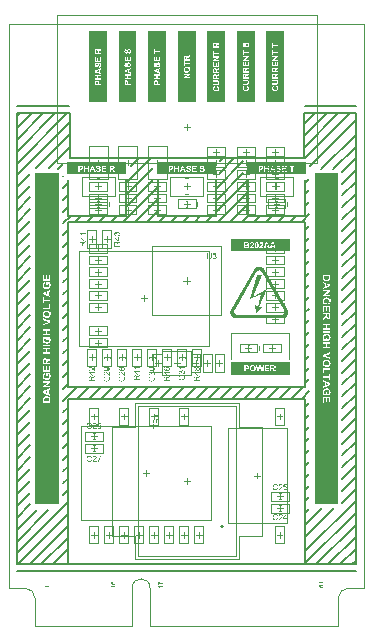
<source format=gto>
G04*
G04 #@! TF.GenerationSoftware,Altium Limited,Altium Designer,22.1.2 (22)*
G04*
G04 Layer_Color=65535*
%FSLAX25Y25*%
%MOIN*%
G70*
G04*
G04 #@! TF.SameCoordinates,22AE79A3-5326-4A0D-A068-57DE9E5E3605*
G04*
G04*
G04 #@! TF.FilePolarity,Positive*
G04*
G01*
G75*
%ADD10C,0.00787*%
%ADD11C,0.00394*%
%ADD12C,0.00709*%
%ADD13C,0.00197*%
%ADD14C,0.00039*%
%ADD15C,0.00079*%
G36*
X65748Y27886D02*
X57874D01*
Y138122D01*
X65748D01*
Y27886D01*
D02*
G37*
G36*
X-27559Y27886D02*
X-35433D01*
Y138122D01*
X-27559D01*
Y27886D01*
D02*
G37*
G36*
X27953Y185433D02*
Y161811D01*
X22047D01*
Y185433D01*
X27953D01*
D02*
G37*
G36*
X54945Y137795D02*
X35260D01*
Y141984D01*
X54945D01*
Y137795D01*
D02*
G37*
G36*
X8268Y161811D02*
X2362D01*
Y185433D01*
X8268D01*
Y161811D01*
D02*
G37*
G36*
X47638D02*
X41732D01*
Y185433D01*
X47638D01*
Y161811D01*
D02*
G37*
G36*
X-4945Y137795D02*
X-24630D01*
Y141984D01*
X-4945D01*
Y137795D01*
D02*
G37*
G36*
X37795Y161811D02*
X31890D01*
Y185433D01*
X37795D01*
Y161811D01*
D02*
G37*
G36*
X18110D02*
X12205D01*
Y185433D01*
X18110D01*
Y161811D01*
D02*
G37*
G36*
X-11417D02*
X-17323D01*
Y185433D01*
X-11417D01*
Y161811D01*
D02*
G37*
G36*
X49472Y71048D02*
X29787D01*
Y75236D01*
X49472D01*
Y71048D01*
D02*
G37*
G36*
Y112085D02*
X29787D01*
Y116261D01*
X49472D01*
Y112085D01*
D02*
G37*
G36*
X25000Y137795D02*
X5315D01*
Y141984D01*
X25000D01*
Y137795D01*
D02*
G37*
G36*
X-1575Y161811D02*
X-7480D01*
Y185433D01*
X-1575D01*
Y161811D01*
D02*
G37*
G36*
X60657Y1685D02*
X59477D01*
X59479Y1683D01*
X59488Y1672D01*
X59501Y1659D01*
X59517Y1637D01*
X59536Y1613D01*
X59558Y1583D01*
X59582Y1548D01*
X59606Y1508D01*
Y1506D01*
X59608Y1504D01*
X59617Y1491D01*
X59628Y1469D01*
X59641Y1443D01*
X59656Y1413D01*
X59671Y1380D01*
X59687Y1347D01*
X59700Y1314D01*
X59521D01*
Y1317D01*
X59517Y1321D01*
X59514Y1330D01*
X59508Y1341D01*
X59501Y1354D01*
X59493Y1369D01*
X59471Y1406D01*
X59447Y1450D01*
X59416Y1493D01*
X59381Y1539D01*
X59344Y1585D01*
X59342Y1587D01*
X59340Y1589D01*
X59333Y1596D01*
X59327Y1605D01*
X59305Y1624D01*
X59279Y1650D01*
X59249Y1676D01*
X59214Y1705D01*
X59179Y1729D01*
X59142Y1750D01*
Y1870D01*
X60657D01*
Y1685D01*
D02*
G37*
G36*
X60181Y998D02*
X60199Y996D01*
X60219Y994D01*
X60242Y990D01*
X60267Y985D01*
X60323Y972D01*
X60382Y950D01*
X60413Y937D01*
X60441Y920D01*
X60471Y903D01*
X60500Y881D01*
X60502Y879D01*
X60509Y874D01*
X60517Y865D01*
X60528Y855D01*
X60541Y839D01*
X60559Y822D01*
X60574Y800D01*
X60591Y776D01*
X60609Y750D01*
X60624Y719D01*
X60639Y687D01*
X60655Y652D01*
X60666Y615D01*
X60674Y573D01*
X60681Y530D01*
X60683Y484D01*
Y464D01*
X60681Y449D01*
X60678Y432D01*
X60676Y412D01*
X60674Y388D01*
X60668Y364D01*
X60655Y310D01*
X60635Y255D01*
X60622Y227D01*
X60607Y198D01*
X60589Y172D01*
X60570Y146D01*
X60567Y144D01*
X60565Y140D01*
X60557Y135D01*
X60548Y126D01*
X60537Y115D01*
X60524Y105D01*
X60506Y92D01*
X60487Y81D01*
X60467Y68D01*
X60443Y55D01*
X60391Y30D01*
X60330Y11D01*
X60297Y4D01*
X60262Y-0D01*
X60247Y194D01*
X60249D01*
X60253D01*
X60260Y196D01*
X60271Y198D01*
X60295Y205D01*
X60328Y214D01*
X60360Y227D01*
X60397Y244D01*
X60430Y266D01*
X60461Y292D01*
X60463Y296D01*
X60471Y305D01*
X60482Y323D01*
X60495Y347D01*
X60509Y373D01*
X60519Y405D01*
X60528Y442D01*
X60530Y484D01*
Y497D01*
X60528Y506D01*
X60526Y532D01*
X60517Y562D01*
X60506Y599D01*
X60489Y636D01*
X60463Y676D01*
X60448Y693D01*
X60430Y711D01*
X60428Y713D01*
X60426Y715D01*
X60419Y719D01*
X60413Y726D01*
X60389Y741D01*
X60358Y759D01*
X60321Y774D01*
X60275Y789D01*
X60221Y800D01*
X60192Y804D01*
X60162D01*
X60160D01*
X60155D01*
X60147D01*
X60136Y802D01*
X60123D01*
X60107Y800D01*
X60072Y793D01*
X60031Y783D01*
X59990Y767D01*
X59950Y746D01*
X59913Y715D01*
X59911D01*
X59909Y711D01*
X59898Y700D01*
X59883Y680D01*
X59865Y654D01*
X59850Y619D01*
X59835Y580D01*
X59824Y534D01*
X59820Y508D01*
Y466D01*
X59822Y449D01*
X59824Y427D01*
X59830Y401D01*
X59837Y375D01*
X59848Y347D01*
X59861Y318D01*
X59863Y316D01*
X59868Y307D01*
X59878Y294D01*
X59889Y277D01*
X59905Y259D01*
X59924Y242D01*
X59944Y222D01*
X59968Y207D01*
X59944Y33D01*
X59168Y179D01*
Y929D01*
X59344D01*
Y325D01*
X59752Y244D01*
X59750Y246D01*
X59748Y251D01*
X59743Y257D01*
X59737Y268D01*
X59730Y281D01*
X59721Y296D01*
X59704Y331D01*
X59687Y375D01*
X59671Y423D01*
X59661Y475D01*
X59656Y501D01*
Y549D01*
X59658Y562D01*
X59661Y580D01*
X59663Y599D01*
X59667Y621D01*
X59674Y645D01*
X59689Y698D01*
X59700Y726D01*
X59715Y754D01*
X59730Y783D01*
X59748Y811D01*
X59769Y837D01*
X59794Y863D01*
X59796Y865D01*
X59800Y870D01*
X59807Y876D01*
X59817Y885D01*
X59833Y896D01*
X59848Y907D01*
X59868Y920D01*
X59889Y933D01*
X59913Y944D01*
X59939Y957D01*
X59970Y968D01*
X60001Y979D01*
X60033Y988D01*
X60070Y994D01*
X60107Y998D01*
X60147Y1001D01*
X60149D01*
X60155D01*
X60166D01*
X60181Y998D01*
D02*
G37*
G36*
X5788Y2019D02*
X5792Y2014D01*
X5801Y2006D01*
X5814Y1997D01*
X5829Y1984D01*
X5847Y1966D01*
X5869Y1949D01*
X5895Y1929D01*
X5921Y1910D01*
X5951Y1886D01*
X5986Y1862D01*
X6021Y1838D01*
X6060Y1812D01*
X6102Y1785D01*
X6148Y1759D01*
X6193Y1733D01*
X6196Y1731D01*
X6204Y1727D01*
X6217Y1720D01*
X6237Y1709D01*
X6261Y1698D01*
X6287Y1685D01*
X6318Y1670D01*
X6352Y1655D01*
X6392Y1637D01*
X6431Y1618D01*
X6475Y1600D01*
X6520Y1583D01*
X6614Y1548D01*
X6714Y1515D01*
X6717D01*
X6723Y1513D01*
X6734Y1511D01*
X6747Y1506D01*
X6764Y1502D01*
X6786Y1498D01*
X6810Y1491D01*
X6836Y1487D01*
X6867Y1480D01*
X6900Y1474D01*
X6969Y1463D01*
X7046Y1452D01*
X7129Y1445D01*
Y1256D01*
X7126D01*
X7120D01*
X7111D01*
X7098Y1258D01*
X7081D01*
X7059Y1260D01*
X7035Y1262D01*
X7009Y1264D01*
X6978Y1269D01*
X6948Y1273D01*
X6910Y1280D01*
X6874Y1286D01*
X6834Y1293D01*
X6791Y1302D01*
X6701Y1323D01*
X6699D01*
X6690Y1325D01*
X6677Y1330D01*
X6658Y1336D01*
X6636Y1343D01*
X6610Y1352D01*
X6579Y1360D01*
X6547Y1373D01*
X6509Y1386D01*
X6472Y1400D01*
X6390Y1432D01*
X6302Y1472D01*
X6215Y1515D01*
X6213Y1517D01*
X6204Y1522D01*
X6193Y1528D01*
X6176Y1537D01*
X6156Y1548D01*
X6132Y1563D01*
X6106Y1578D01*
X6078Y1596D01*
X6015Y1637D01*
X5949Y1681D01*
X5882Y1731D01*
X5818Y1783D01*
Y1044D01*
X5640D01*
Y2021D01*
X5786D01*
X5788Y2019D01*
D02*
G37*
G36*
X7129Y371D02*
X5949D01*
X5951Y368D01*
X5960Y357D01*
X5973Y344D01*
X5988Y323D01*
X6008Y299D01*
X6030Y268D01*
X6054Y233D01*
X6078Y194D01*
Y192D01*
X6080Y190D01*
X6089Y177D01*
X6100Y155D01*
X6113Y129D01*
X6128Y98D01*
X6143Y65D01*
X6158Y33D01*
X6171Y0D01*
X5993D01*
Y2D01*
X5988Y7D01*
X5986Y15D01*
X5980Y26D01*
X5973Y39D01*
X5964Y55D01*
X5943Y92D01*
X5919Y135D01*
X5888Y179D01*
X5853Y225D01*
X5816Y270D01*
X5814Y273D01*
X5812Y275D01*
X5805Y281D01*
X5799Y290D01*
X5777Y310D01*
X5751Y336D01*
X5720Y362D01*
X5685Y390D01*
X5650Y414D01*
X5613Y436D01*
Y556D01*
X7129D01*
Y371D01*
D02*
G37*
G36*
X-9110Y2030D02*
X-9093Y2027D01*
X-9073Y2025D01*
X-9049Y2021D01*
X-9025Y2017D01*
X-8968Y2003D01*
X-8909Y1982D01*
X-8879Y1969D01*
X-8851Y1951D01*
X-8820Y1934D01*
X-8792Y1912D01*
X-8789Y1910D01*
X-8783Y1905D01*
X-8774Y1897D01*
X-8763Y1886D01*
X-8750Y1870D01*
X-8733Y1853D01*
X-8718Y1831D01*
X-8700Y1807D01*
X-8683Y1781D01*
X-8668Y1750D01*
X-8652Y1718D01*
X-8637Y1683D01*
X-8626Y1646D01*
X-8617Y1605D01*
X-8611Y1561D01*
X-8609Y1515D01*
Y1496D01*
X-8611Y1480D01*
X-8613Y1463D01*
X-8615Y1443D01*
X-8617Y1419D01*
X-8624Y1395D01*
X-8637Y1341D01*
X-8657Y1286D01*
X-8670Y1258D01*
X-8685Y1230D01*
X-8702Y1203D01*
X-8722Y1177D01*
X-8724Y1175D01*
X-8726Y1171D01*
X-8735Y1166D01*
X-8744Y1158D01*
X-8755Y1147D01*
X-8768Y1136D01*
X-8785Y1123D01*
X-8805Y1112D01*
X-8824Y1099D01*
X-8848Y1086D01*
X-8901Y1062D01*
X-8962Y1042D01*
X-8995Y1036D01*
X-9029Y1031D01*
X-9045Y1225D01*
X-9042D01*
X-9038D01*
X-9031Y1227D01*
X-9021Y1230D01*
X-8997Y1236D01*
X-8964Y1245D01*
X-8931Y1258D01*
X-8894Y1275D01*
X-8862Y1297D01*
X-8831Y1323D01*
X-8829Y1328D01*
X-8820Y1336D01*
X-8809Y1354D01*
X-8796Y1378D01*
X-8783Y1404D01*
X-8772Y1437D01*
X-8763Y1474D01*
X-8761Y1515D01*
Y1528D01*
X-8763Y1537D01*
X-8766Y1563D01*
X-8774Y1594D01*
X-8785Y1631D01*
X-8803Y1668D01*
X-8829Y1707D01*
X-8844Y1724D01*
X-8862Y1742D01*
X-8864Y1744D01*
X-8866Y1746D01*
X-8872Y1750D01*
X-8879Y1757D01*
X-8903Y1772D01*
X-8933Y1790D01*
X-8970Y1805D01*
X-9016Y1820D01*
X-9071Y1831D01*
X-9099Y1836D01*
X-9130D01*
X-9132D01*
X-9136D01*
X-9145D01*
X-9156Y1833D01*
X-9169D01*
X-9184Y1831D01*
X-9219Y1825D01*
X-9260Y1814D01*
X-9302Y1798D01*
X-9341Y1777D01*
X-9378Y1746D01*
X-9380D01*
X-9382Y1742D01*
X-9393Y1731D01*
X-9409Y1711D01*
X-9426Y1685D01*
X-9441Y1650D01*
X-9457Y1611D01*
X-9467Y1565D01*
X-9472Y1539D01*
Y1498D01*
X-9470Y1480D01*
X-9467Y1458D01*
X-9461Y1432D01*
X-9454Y1406D01*
X-9443Y1378D01*
X-9431Y1349D01*
X-9428Y1347D01*
X-9424Y1338D01*
X-9413Y1325D01*
X-9402Y1308D01*
X-9387Y1291D01*
X-9367Y1273D01*
X-9348Y1254D01*
X-9324Y1238D01*
X-9348Y1064D01*
X-10124Y1210D01*
Y1960D01*
X-9947D01*
Y1356D01*
X-9539Y1275D01*
X-9542Y1278D01*
X-9544Y1282D01*
X-9548Y1288D01*
X-9555Y1299D01*
X-9561Y1312D01*
X-9570Y1328D01*
X-9587Y1362D01*
X-9605Y1406D01*
X-9620Y1454D01*
X-9631Y1506D01*
X-9635Y1532D01*
Y1581D01*
X-9633Y1594D01*
X-9631Y1611D01*
X-9629Y1631D01*
X-9624Y1652D01*
X-9618Y1676D01*
X-9603Y1729D01*
X-9592Y1757D01*
X-9577Y1785D01*
X-9561Y1814D01*
X-9544Y1842D01*
X-9522Y1868D01*
X-9498Y1894D01*
X-9496Y1897D01*
X-9492Y1901D01*
X-9485Y1908D01*
X-9474Y1916D01*
X-9459Y1927D01*
X-9443Y1938D01*
X-9424Y1951D01*
X-9402Y1964D01*
X-9378Y1975D01*
X-9352Y1988D01*
X-9322Y1999D01*
X-9291Y2010D01*
X-9258Y2019D01*
X-9221Y2025D01*
X-9184Y2030D01*
X-9145Y2032D01*
X-9143D01*
X-9136D01*
X-9125D01*
X-9110Y2030D01*
D02*
G37*
G36*
X-8635Y371D02*
X-9814D01*
X-9812Y368D01*
X-9803Y357D01*
X-9790Y344D01*
X-9775Y323D01*
X-9755Y299D01*
X-9734Y268D01*
X-9709Y233D01*
X-9685Y194D01*
Y192D01*
X-9683Y190D01*
X-9675Y177D01*
X-9664Y155D01*
X-9651Y129D01*
X-9635Y98D01*
X-9620Y65D01*
X-9605Y33D01*
X-9592Y0D01*
X-9770D01*
Y2D01*
X-9775Y7D01*
X-9777Y15D01*
X-9784Y26D01*
X-9790Y39D01*
X-9799Y55D01*
X-9821Y92D01*
X-9845Y135D01*
X-9875Y179D01*
X-9910Y225D01*
X-9947Y270D01*
X-9949Y273D01*
X-9951Y275D01*
X-9958Y281D01*
X-9965Y290D01*
X-9986Y310D01*
X-10012Y336D01*
X-10043Y362D01*
X-10078Y390D01*
X-10113Y414D01*
X-10150Y436D01*
Y556D01*
X-8635D01*
Y371D01*
D02*
G37*
G36*
X-30667D02*
X-31846D01*
X-31844Y368D01*
X-31835Y357D01*
X-31822Y344D01*
X-31807Y323D01*
X-31787Y299D01*
X-31765Y268D01*
X-31741Y233D01*
X-31718Y194D01*
Y192D01*
X-31715Y190D01*
X-31707Y177D01*
X-31696Y155D01*
X-31683Y129D01*
X-31667Y98D01*
X-31652Y65D01*
X-31637Y33D01*
X-31624Y0D01*
X-31802D01*
Y2D01*
X-31807Y7D01*
X-31809Y15D01*
X-31816Y26D01*
X-31822Y39D01*
X-31831Y55D01*
X-31853Y92D01*
X-31877Y135D01*
X-31907Y179D01*
X-31942Y225D01*
X-31979Y270D01*
X-31981Y273D01*
X-31984Y275D01*
X-31990Y281D01*
X-31997Y290D01*
X-32018Y310D01*
X-32045Y336D01*
X-32075Y362D01*
X-32110Y390D01*
X-32145Y414D01*
X-32182Y436D01*
Y556D01*
X-30667D01*
Y371D01*
D02*
G37*
G36*
X39663Y107048D02*
X39842Y106997D01*
X40046Y106946D01*
X40276Y106843D01*
X40480Y106716D01*
X40709Y106537D01*
X40735Y106512D01*
X40786Y106461D01*
X40913Y106333D01*
X40939Y106308D01*
X40964Y106257D01*
X41067Y106104D01*
X48770Y92762D01*
X48796Y92737D01*
X48821Y92660D01*
X48873Y92507D01*
X48949Y92328D01*
X49000Y92124D01*
X49026Y91869D01*
Y91614D01*
X49000Y91333D01*
Y91308D01*
X48975Y91257D01*
X48949Y91155D01*
X48924Y91053D01*
Y91027D01*
X48898Y90976D01*
X48847Y90900D01*
X48796Y90772D01*
X48770D01*
X48745Y90747D01*
X48694Y90670D01*
X48618Y90543D01*
X48490Y90415D01*
X48337Y90262D01*
X48158Y90109D01*
X47929Y89981D01*
X47674Y89879D01*
X47648D01*
X47572Y89854D01*
X47469Y89828D01*
X47368D01*
X47342Y89803D01*
X47240D01*
X47112Y89777D01*
X31577D01*
X31424Y89803D01*
X31245Y89854D01*
X31016Y89905D01*
X30786Y90007D01*
X30556Y90135D01*
X30327Y90313D01*
X30301Y90338D01*
X30250Y90390D01*
X30123Y90517D01*
X30097Y90543D01*
X30072Y90594D01*
X29970Y90772D01*
X29944Y90798D01*
X29919Y90874D01*
X29868Y91002D01*
X29791Y91180D01*
X29740Y91384D01*
X29715Y91614D01*
Y91869D01*
X29740Y92150D01*
Y92175D01*
X29766Y92252D01*
X29791Y92354D01*
X29817Y92430D01*
Y92456D01*
X29842Y92507D01*
X29893Y92583D01*
X29944Y92686D01*
Y92711D01*
Y92737D01*
X29970D01*
X37648Y106053D01*
Y106078D01*
X37699Y106129D01*
X37801Y106282D01*
X38005Y106512D01*
X38235Y106716D01*
X38286Y106741D01*
X38388Y106792D01*
X38414Y106818D01*
X38464Y106843D01*
X38566Y106895D01*
X38669Y106946D01*
X38822Y106997D01*
X39000Y107022D01*
X39179Y107073D01*
X39510D01*
X39663Y107048D01*
D02*
G37*
G36*
X24495Y111526D02*
X24533Y111520D01*
X24580Y111511D01*
X24632Y111497D01*
X24684Y111479D01*
X24737Y111456D01*
X24740D01*
X24743Y111453D01*
X24760Y111444D01*
X24786Y111427D01*
X24815Y111407D01*
X24850Y111377D01*
X24885Y111345D01*
X24920Y111308D01*
X24949Y111264D01*
X24952Y111258D01*
X24961Y111243D01*
X24972Y111217D01*
X24987Y111185D01*
X25002Y111147D01*
X25013Y111104D01*
X25022Y111054D01*
X25025Y111005D01*
Y110999D01*
Y110982D01*
X25022Y110958D01*
X25016Y110926D01*
X25007Y110889D01*
X24993Y110848D01*
X24975Y110807D01*
X24952Y110766D01*
X24949Y110760D01*
X24940Y110749D01*
X24923Y110728D01*
X24900Y110705D01*
X24871Y110679D01*
X24836Y110650D01*
X24795Y110624D01*
X24746Y110598D01*
X24748D01*
X24754Y110595D01*
X24763Y110592D01*
X24775Y110589D01*
X24807Y110577D01*
X24847Y110560D01*
X24894Y110536D01*
X24940Y110507D01*
X24984Y110469D01*
X25025Y110426D01*
X25028Y110420D01*
X25039Y110403D01*
X25057Y110373D01*
X25074Y110336D01*
X25092Y110289D01*
X25109Y110234D01*
X25121Y110170D01*
X25124Y110100D01*
Y110097D01*
Y110088D01*
Y110074D01*
X25121Y110056D01*
X25118Y110033D01*
X25112Y110007D01*
X25106Y109978D01*
X25100Y109946D01*
X25077Y109876D01*
X25060Y109838D01*
X25042Y109803D01*
X25019Y109765D01*
X24993Y109727D01*
X24964Y109690D01*
X24929Y109655D01*
X24926Y109652D01*
X24920Y109646D01*
X24908Y109637D01*
X24894Y109625D01*
X24876Y109611D01*
X24853Y109597D01*
X24827Y109579D01*
X24795Y109564D01*
X24763Y109547D01*
X24725Y109529D01*
X24687Y109515D01*
X24644Y109500D01*
X24597Y109489D01*
X24548Y109480D01*
X24498Y109474D01*
X24443Y109471D01*
X24417D01*
X24399Y109474D01*
X24376Y109477D01*
X24350Y109480D01*
X24321Y109486D01*
X24289Y109492D01*
X24219Y109509D01*
X24146Y109538D01*
X24108Y109556D01*
X24073Y109576D01*
X24038Y109602D01*
X24003Y109628D01*
X24001Y109631D01*
X23995Y109637D01*
X23986Y109646D01*
X23977Y109658D01*
X23963Y109672D01*
X23948Y109693D01*
X23931Y109713D01*
X23913Y109739D01*
X23896Y109768D01*
X23878Y109797D01*
X23846Y109867D01*
X23820Y109949D01*
X23811Y109992D01*
X23806Y110039D01*
X24053Y110071D01*
Y110068D01*
X24056Y110062D01*
X24059Y110050D01*
X24062Y110036D01*
X24065Y110018D01*
X24070Y109998D01*
X24085Y109954D01*
X24105Y109902D01*
X24132Y109853D01*
X24161Y109806D01*
X24195Y109765D01*
X24201Y109762D01*
X24213Y109751D01*
X24236Y109736D01*
X24265Y109722D01*
X24300Y109704D01*
X24344Y109690D01*
X24393Y109678D01*
X24446Y109675D01*
X24463D01*
X24475Y109678D01*
X24507Y109681D01*
X24548Y109690D01*
X24594Y109704D01*
X24644Y109724D01*
X24693Y109754D01*
X24740Y109794D01*
X24746Y109800D01*
X24760Y109818D01*
X24778Y109844D01*
X24801Y109879D01*
X24824Y109922D01*
X24841Y109972D01*
X24856Y110030D01*
X24862Y110094D01*
Y110097D01*
Y110103D01*
Y110111D01*
X24859Y110123D01*
X24856Y110155D01*
X24847Y110193D01*
X24836Y110240D01*
X24815Y110286D01*
X24786Y110333D01*
X24748Y110376D01*
X24743Y110382D01*
X24728Y110394D01*
X24705Y110411D01*
X24673Y110432D01*
X24632Y110452D01*
X24582Y110469D01*
X24527Y110481D01*
X24466Y110487D01*
X24440D01*
X24420Y110484D01*
X24393Y110481D01*
X24364Y110475D01*
X24329Y110469D01*
X24292Y110461D01*
X24321Y110679D01*
X24335D01*
X24347Y110676D01*
X24385D01*
X24417Y110682D01*
X24454Y110688D01*
X24498Y110696D01*
X24548Y110711D01*
X24594Y110731D01*
X24644Y110758D01*
X24646D01*
X24649Y110760D01*
X24664Y110772D01*
X24684Y110793D01*
X24708Y110819D01*
X24731Y110856D01*
X24751Y110900D01*
X24766Y110950D01*
X24772Y110979D01*
Y111011D01*
Y111014D01*
Y111016D01*
Y111034D01*
X24766Y111057D01*
X24760Y111089D01*
X24748Y111124D01*
X24734Y111162D01*
X24711Y111200D01*
X24679Y111235D01*
X24676Y111238D01*
X24661Y111249D01*
X24641Y111264D01*
X24614Y111281D01*
X24580Y111296D01*
X24539Y111310D01*
X24492Y111322D01*
X24440Y111325D01*
X24417D01*
X24390Y111319D01*
X24355Y111313D01*
X24318Y111302D01*
X24280Y111287D01*
X24239Y111264D01*
X24201Y111235D01*
X24198Y111232D01*
X24187Y111217D01*
X24169Y111197D01*
X24149Y111168D01*
X24129Y111130D01*
X24108Y111083D01*
X24091Y111028D01*
X24079Y110964D01*
X23832Y111008D01*
Y111011D01*
X23835Y111019D01*
X23838Y111031D01*
X23841Y111048D01*
X23846Y111069D01*
X23855Y111092D01*
X23873Y111147D01*
X23902Y111212D01*
X23936Y111275D01*
X23980Y111337D01*
X24035Y111392D01*
X24038Y111395D01*
X24044Y111398D01*
X24053Y111404D01*
X24065Y111412D01*
X24079Y111424D01*
X24100Y111436D01*
X24120Y111447D01*
X24146Y111462D01*
X24204Y111485D01*
X24271Y111508D01*
X24350Y111523D01*
X24390Y111529D01*
X24463D01*
X24495Y111526D01*
D02*
G37*
G36*
X23459Y110356D02*
Y110353D01*
Y110341D01*
Y110327D01*
Y110307D01*
X23456Y110280D01*
Y110251D01*
X23453Y110216D01*
X23450Y110181D01*
X23442Y110103D01*
X23430Y110021D01*
X23413Y109943D01*
X23401Y109905D01*
X23389Y109870D01*
Y109867D01*
X23386Y109861D01*
X23381Y109853D01*
X23375Y109841D01*
X23357Y109809D01*
X23331Y109768D01*
X23296Y109722D01*
X23256Y109675D01*
X23203Y109625D01*
X23139Y109582D01*
X23136D01*
X23130Y109576D01*
X23122Y109573D01*
X23107Y109564D01*
X23090Y109556D01*
X23066Y109547D01*
X23043Y109538D01*
X23014Y109527D01*
X22982Y109515D01*
X22947Y109506D01*
X22909Y109497D01*
X22866Y109489D01*
X22822Y109483D01*
X22775Y109477D01*
X22671Y109471D01*
X22645D01*
X22624Y109474D01*
X22601D01*
X22572Y109477D01*
X22540Y109480D01*
X22508Y109483D01*
X22435Y109495D01*
X22356Y109512D01*
X22281Y109535D01*
X22208Y109567D01*
X22205D01*
X22199Y109573D01*
X22190Y109579D01*
X22179Y109585D01*
X22147Y109608D01*
X22109Y109640D01*
X22065Y109681D01*
X22025Y109727D01*
X21984Y109786D01*
X21952Y109850D01*
Y109853D01*
X21949Y109858D01*
X21946Y109870D01*
X21940Y109885D01*
X21934Y109902D01*
X21929Y109925D01*
X21920Y109951D01*
X21914Y109984D01*
X21908Y110018D01*
X21900Y110056D01*
X21894Y110097D01*
X21888Y110141D01*
X21882Y110190D01*
X21879Y110242D01*
X21876Y110298D01*
Y110356D01*
Y111520D01*
X22144D01*
Y110356D01*
Y110353D01*
Y110344D01*
Y110330D01*
Y110312D01*
X22147Y110292D01*
Y110266D01*
X22150Y110211D01*
X22156Y110146D01*
X22164Y110082D01*
X22176Y110021D01*
X22182Y109995D01*
X22190Y109969D01*
X22193Y109963D01*
X22199Y109949D01*
X22214Y109928D01*
X22231Y109899D01*
X22252Y109870D01*
X22281Y109838D01*
X22316Y109806D01*
X22356Y109780D01*
X22362Y109777D01*
X22377Y109768D01*
X22403Y109759D01*
X22438Y109748D01*
X22479Y109733D01*
X22531Y109724D01*
X22586Y109716D01*
X22647Y109713D01*
X22677D01*
X22694Y109716D01*
X22720D01*
X22746Y109719D01*
X22810Y109730D01*
X22880Y109745D01*
X22947Y109768D01*
X23011Y109800D01*
X23040Y109820D01*
X23066Y109844D01*
X23069Y109847D01*
X23072Y109850D01*
X23078Y109858D01*
X23087Y109870D01*
X23096Y109887D01*
X23107Y109905D01*
X23119Y109931D01*
X23130Y109957D01*
X23142Y109989D01*
X23151Y110027D01*
X23162Y110071D01*
X23171Y110117D01*
X23180Y110170D01*
X23186Y110225D01*
X23191Y110289D01*
Y110356D01*
Y111520D01*
X23459D01*
Y110356D01*
D02*
G37*
G36*
X-7556Y118545D02*
X-7533Y118543D01*
X-7507Y118537D01*
X-7478Y118531D01*
X-7446Y118525D01*
X-7376Y118502D01*
X-7338Y118484D01*
X-7303Y118467D01*
X-7265Y118444D01*
X-7227Y118417D01*
X-7190Y118388D01*
X-7155Y118353D01*
X-7152Y118350D01*
X-7146Y118345D01*
X-7137Y118333D01*
X-7125Y118318D01*
X-7111Y118301D01*
X-7096Y118278D01*
X-7079Y118252D01*
X-7064Y118219D01*
X-7047Y118187D01*
X-7029Y118150D01*
X-7015Y118112D01*
X-7000Y118068D01*
X-6989Y118022D01*
X-6980Y117972D01*
X-6974Y117923D01*
X-6971Y117867D01*
Y117841D01*
X-6974Y117824D01*
X-6977Y117800D01*
X-6980Y117774D01*
X-6986Y117745D01*
X-6992Y117713D01*
X-7009Y117643D01*
X-7038Y117570D01*
X-7056Y117533D01*
X-7076Y117498D01*
X-7102Y117463D01*
X-7129Y117428D01*
X-7131Y117425D01*
X-7137Y117419D01*
X-7146Y117411D01*
X-7158Y117402D01*
X-7172Y117387D01*
X-7192Y117373D01*
X-7213Y117355D01*
X-7239Y117338D01*
X-7268Y117320D01*
X-7297Y117303D01*
X-7367Y117271D01*
X-7449Y117245D01*
X-7492Y117236D01*
X-7539Y117230D01*
X-7571Y117477D01*
X-7568D01*
X-7562Y117480D01*
X-7550Y117483D01*
X-7536Y117486D01*
X-7518Y117489D01*
X-7498Y117495D01*
X-7454Y117509D01*
X-7402Y117530D01*
X-7352Y117556D01*
X-7306Y117585D01*
X-7265Y117620D01*
X-7262Y117626D01*
X-7251Y117638D01*
X-7236Y117661D01*
X-7222Y117690D01*
X-7204Y117725D01*
X-7190Y117768D01*
X-7178Y117818D01*
X-7175Y117870D01*
Y117888D01*
X-7178Y117899D01*
X-7181Y117931D01*
X-7190Y117972D01*
X-7204Y118019D01*
X-7225Y118068D01*
X-7254Y118118D01*
X-7294Y118164D01*
X-7300Y118170D01*
X-7318Y118184D01*
X-7344Y118202D01*
X-7379Y118225D01*
X-7422Y118249D01*
X-7472Y118266D01*
X-7530Y118281D01*
X-7594Y118286D01*
X-7597D01*
X-7603D01*
X-7611D01*
X-7623Y118283D01*
X-7655Y118281D01*
X-7693Y118272D01*
X-7740Y118260D01*
X-7786Y118240D01*
X-7833Y118211D01*
X-7876Y118173D01*
X-7882Y118167D01*
X-7894Y118152D01*
X-7911Y118129D01*
X-7932Y118097D01*
X-7952Y118056D01*
X-7970Y118007D01*
X-7981Y117952D01*
X-7987Y117891D01*
Y117865D01*
X-7984Y117844D01*
X-7981Y117818D01*
X-7975Y117789D01*
X-7970Y117754D01*
X-7961Y117716D01*
X-8179Y117745D01*
Y117760D01*
X-8176Y117771D01*
Y117809D01*
X-8182Y117841D01*
X-8188Y117879D01*
X-8196Y117923D01*
X-8211Y117972D01*
X-8231Y118019D01*
X-8258Y118068D01*
Y118071D01*
X-8260Y118074D01*
X-8272Y118088D01*
X-8292Y118109D01*
X-8319Y118132D01*
X-8356Y118155D01*
X-8400Y118176D01*
X-8450Y118190D01*
X-8479Y118196D01*
X-8511D01*
X-8514D01*
X-8517D01*
X-8534D01*
X-8557Y118190D01*
X-8589Y118184D01*
X-8624Y118173D01*
X-8662Y118158D01*
X-8700Y118135D01*
X-8735Y118103D01*
X-8738Y118100D01*
X-8749Y118086D01*
X-8764Y118065D01*
X-8781Y118039D01*
X-8796Y118004D01*
X-8810Y117963D01*
X-8822Y117917D01*
X-8825Y117865D01*
Y117841D01*
X-8819Y117815D01*
X-8813Y117780D01*
X-8802Y117742D01*
X-8787Y117704D01*
X-8764Y117664D01*
X-8735Y117626D01*
X-8732Y117623D01*
X-8717Y117611D01*
X-8697Y117594D01*
X-8668Y117573D01*
X-8630Y117553D01*
X-8584Y117533D01*
X-8528Y117515D01*
X-8464Y117504D01*
X-8508Y117256D01*
X-8511D01*
X-8519Y117259D01*
X-8531Y117262D01*
X-8548Y117265D01*
X-8569Y117271D01*
X-8592Y117280D01*
X-8647Y117297D01*
X-8711Y117326D01*
X-8776Y117361D01*
X-8837Y117405D01*
X-8892Y117460D01*
X-8895Y117463D01*
X-8898Y117469D01*
X-8904Y117477D01*
X-8912Y117489D01*
X-8924Y117504D01*
X-8936Y117524D01*
X-8947Y117544D01*
X-8962Y117570D01*
X-8985Y117629D01*
X-9008Y117696D01*
X-9023Y117774D01*
X-9029Y117815D01*
Y117888D01*
X-9026Y117920D01*
X-9020Y117958D01*
X-9011Y118004D01*
X-8997Y118056D01*
X-8979Y118109D01*
X-8956Y118161D01*
Y118164D01*
X-8953Y118167D01*
X-8944Y118184D01*
X-8927Y118211D01*
X-8907Y118240D01*
X-8877Y118275D01*
X-8845Y118310D01*
X-8807Y118345D01*
X-8764Y118374D01*
X-8758Y118377D01*
X-8743Y118385D01*
X-8717Y118397D01*
X-8685Y118412D01*
X-8647Y118426D01*
X-8604Y118438D01*
X-8554Y118447D01*
X-8505Y118449D01*
X-8499D01*
X-8482D01*
X-8458Y118447D01*
X-8426Y118441D01*
X-8388Y118432D01*
X-8348Y118417D01*
X-8307Y118400D01*
X-8266Y118377D01*
X-8260Y118374D01*
X-8249Y118365D01*
X-8228Y118348D01*
X-8205Y118324D01*
X-8179Y118295D01*
X-8150Y118260D01*
X-8124Y118219D01*
X-8098Y118170D01*
Y118173D01*
X-8095Y118179D01*
X-8092Y118187D01*
X-8089Y118199D01*
X-8077Y118231D01*
X-8060Y118272D01*
X-8036Y118318D01*
X-8007Y118365D01*
X-7970Y118409D01*
X-7926Y118449D01*
X-7920Y118452D01*
X-7903Y118464D01*
X-7873Y118481D01*
X-7836Y118499D01*
X-7789Y118516D01*
X-7734Y118534D01*
X-7670Y118545D01*
X-7600Y118548D01*
X-7597D01*
X-7588D01*
X-7574D01*
X-7556Y118545D01*
D02*
G37*
G36*
X-7489Y116700D02*
X-7006D01*
Y116453D01*
X-7489D01*
Y115577D01*
X-7716D01*
X-9020Y116500D01*
Y116700D01*
X-7716D01*
Y116974D01*
X-7489D01*
Y116700D01*
D02*
G37*
G36*
X-7006Y115173D02*
X-7425Y114908D01*
X-7428D01*
X-7434Y114902D01*
X-7443Y114896D01*
X-7454Y114887D01*
X-7486Y114867D01*
X-7527Y114841D01*
X-7571Y114809D01*
X-7617Y114777D01*
X-7661Y114745D01*
X-7702Y114716D01*
X-7705Y114713D01*
X-7716Y114704D01*
X-7734Y114690D01*
X-7754Y114669D01*
X-7798Y114626D01*
X-7818Y114602D01*
X-7836Y114579D01*
X-7839Y114576D01*
X-7841Y114570D01*
X-7847Y114559D01*
X-7856Y114541D01*
X-7865Y114524D01*
X-7873Y114503D01*
X-7888Y114457D01*
Y114454D01*
X-7891Y114448D01*
Y114436D01*
X-7894Y114422D01*
X-7897Y114401D01*
Y114378D01*
X-7900Y114346D01*
Y114003D01*
X-7006D01*
Y113735D01*
X-9020D01*
Y114669D01*
X-9017Y114693D01*
Y114719D01*
X-9014Y114780D01*
X-9005Y114844D01*
X-8997Y114914D01*
X-8982Y114978D01*
X-8973Y115010D01*
X-8965Y115036D01*
Y115039D01*
X-8962Y115042D01*
X-8953Y115059D01*
X-8941Y115085D01*
X-8921Y115117D01*
X-8895Y115152D01*
X-8860Y115190D01*
X-8819Y115225D01*
X-8773Y115260D01*
X-8770D01*
X-8767Y115263D01*
X-8749Y115275D01*
X-8720Y115286D01*
X-8682Y115304D01*
X-8639Y115318D01*
X-8586Y115333D01*
X-8531Y115341D01*
X-8470Y115344D01*
X-8467D01*
X-8461D01*
X-8450D01*
X-8435Y115341D01*
X-8415D01*
X-8394Y115339D01*
X-8345Y115327D01*
X-8287Y115310D01*
X-8225Y115286D01*
X-8164Y115251D01*
X-8135Y115228D01*
X-8106Y115205D01*
X-8103Y115202D01*
X-8100Y115199D01*
X-8092Y115190D01*
X-8083Y115179D01*
X-8071Y115164D01*
X-8060Y115147D01*
X-8045Y115123D01*
X-8028Y115100D01*
X-8013Y115071D01*
X-7999Y115039D01*
X-7981Y115004D01*
X-7966Y114966D01*
X-7955Y114922D01*
X-7940Y114879D01*
X-7932Y114829D01*
X-7923Y114777D01*
X-7920Y114783D01*
X-7914Y114794D01*
X-7903Y114812D01*
X-7891Y114835D01*
X-7859Y114887D01*
X-7839Y114914D01*
X-7821Y114937D01*
X-7815Y114943D01*
X-7801Y114957D01*
X-7777Y114981D01*
X-7748Y115010D01*
X-7708Y115042D01*
X-7664Y115080D01*
X-7611Y115117D01*
X-7553Y115158D01*
X-7006Y115504D01*
Y115173D01*
D02*
G37*
G36*
X-15489Y72286D02*
X-15492D01*
X-15503D01*
X-15521D01*
X-15544Y72289D01*
X-15570Y72292D01*
X-15599Y72298D01*
X-15629Y72304D01*
X-15661Y72316D01*
X-15663D01*
X-15666Y72318D01*
X-15684Y72324D01*
X-15710Y72336D01*
X-15745Y72353D01*
X-15786Y72377D01*
X-15832Y72406D01*
X-15879Y72438D01*
X-15928Y72478D01*
X-15931D01*
X-15934Y72484D01*
X-15951Y72499D01*
X-15978Y72525D01*
X-16015Y72563D01*
X-16059Y72606D01*
X-16112Y72662D01*
X-16170Y72729D01*
X-16231Y72801D01*
X-16234Y72804D01*
X-16242Y72816D01*
X-16257Y72833D01*
X-16274Y72854D01*
X-16298Y72880D01*
X-16324Y72912D01*
X-16353Y72944D01*
X-16385Y72982D01*
X-16455Y73055D01*
X-16525Y73127D01*
X-16560Y73162D01*
X-16595Y73194D01*
X-16627Y73223D01*
X-16659Y73247D01*
X-16661D01*
X-16664Y73252D01*
X-16673Y73258D01*
X-16685Y73264D01*
X-16717Y73285D01*
X-16755Y73308D01*
X-16801Y73328D01*
X-16851Y73348D01*
X-16906Y73360D01*
X-16958Y73366D01*
X-16961D01*
X-16964D01*
X-16982Y73363D01*
X-17011Y73360D01*
X-17043Y73351D01*
X-17084Y73340D01*
X-17124Y73319D01*
X-17165Y73293D01*
X-17206Y73258D01*
X-17211Y73252D01*
X-17223Y73238D01*
X-17238Y73218D01*
X-17258Y73186D01*
X-17276Y73145D01*
X-17293Y73098D01*
X-17305Y73043D01*
X-17308Y72982D01*
Y72964D01*
X-17305Y72953D01*
X-17302Y72918D01*
X-17293Y72877D01*
X-17281Y72833D01*
X-17261Y72784D01*
X-17235Y72737D01*
X-17200Y72694D01*
X-17194Y72688D01*
X-17179Y72676D01*
X-17156Y72659D01*
X-17121Y72641D01*
X-17081Y72621D01*
X-17028Y72603D01*
X-16970Y72592D01*
X-16903Y72586D01*
X-16929Y72333D01*
X-16932D01*
X-16941Y72336D01*
X-16955D01*
X-16976Y72339D01*
X-16999Y72345D01*
X-17025Y72350D01*
X-17057Y72359D01*
X-17089Y72368D01*
X-17159Y72391D01*
X-17229Y72426D01*
X-17264Y72446D01*
X-17299Y72473D01*
X-17331Y72499D01*
X-17360Y72528D01*
X-17363Y72531D01*
X-17366Y72537D01*
X-17375Y72545D01*
X-17383Y72560D01*
X-17395Y72577D01*
X-17406Y72598D01*
X-17421Y72621D01*
X-17436Y72650D01*
X-17450Y72682D01*
X-17465Y72717D01*
X-17476Y72755D01*
X-17488Y72796D01*
X-17497Y72839D01*
X-17505Y72886D01*
X-17508Y72935D01*
X-17511Y72988D01*
Y73017D01*
X-17508Y73037D01*
X-17505Y73060D01*
X-17503Y73089D01*
X-17497Y73122D01*
X-17491Y73154D01*
X-17470Y73229D01*
X-17441Y73305D01*
X-17424Y73343D01*
X-17404Y73381D01*
X-17377Y73415D01*
X-17348Y73448D01*
X-17345Y73450D01*
X-17342Y73456D01*
X-17331Y73462D01*
X-17319Y73474D01*
X-17305Y73488D01*
X-17284Y73503D01*
X-17264Y73517D01*
X-17238Y73535D01*
X-17182Y73564D01*
X-17113Y73593D01*
X-17078Y73605D01*
X-17037Y73610D01*
X-16996Y73616D01*
X-16952Y73619D01*
X-16947D01*
X-16932D01*
X-16909Y73616D01*
X-16877Y73613D01*
X-16842Y73607D01*
X-16801Y73596D01*
X-16758Y73584D01*
X-16714Y73567D01*
X-16708Y73564D01*
X-16693Y73558D01*
X-16670Y73546D01*
X-16638Y73529D01*
X-16603Y73506D01*
X-16560Y73476D01*
X-16516Y73442D01*
X-16466Y73401D01*
X-16461Y73395D01*
X-16443Y73381D01*
X-16429Y73366D01*
X-16414Y73351D01*
X-16397Y73334D01*
X-16373Y73311D01*
X-16350Y73287D01*
X-16324Y73258D01*
X-16295Y73229D01*
X-16263Y73194D01*
X-16231Y73156D01*
X-16193Y73116D01*
X-16155Y73069D01*
X-16114Y73023D01*
X-16112Y73020D01*
X-16106Y73014D01*
X-16097Y73002D01*
X-16085Y72988D01*
X-16068Y72970D01*
X-16050Y72950D01*
X-16013Y72903D01*
X-15969Y72854D01*
X-15925Y72807D01*
X-15888Y72767D01*
X-15873Y72749D01*
X-15858Y72734D01*
X-15855Y72732D01*
X-15847Y72723D01*
X-15835Y72711D01*
X-15818Y72697D01*
X-15797Y72682D01*
X-15777Y72665D01*
X-15727Y72630D01*
Y73622D01*
X-15489D01*
Y72286D01*
D02*
G37*
G36*
X-15972Y71795D02*
X-15489D01*
Y71547D01*
X-15972D01*
Y70671D01*
X-16199D01*
X-17503Y71594D01*
Y71795D01*
X-16199D01*
Y72068D01*
X-15972D01*
Y71795D01*
D02*
G37*
G36*
X-15489Y70267D02*
X-15908Y70002D01*
X-15911D01*
X-15917Y69996D01*
X-15925Y69990D01*
X-15937Y69982D01*
X-15969Y69961D01*
X-16010Y69935D01*
X-16053Y69903D01*
X-16100Y69871D01*
X-16143Y69839D01*
X-16184Y69810D01*
X-16187Y69807D01*
X-16199Y69798D01*
X-16216Y69784D01*
X-16237Y69763D01*
X-16280Y69720D01*
X-16301Y69696D01*
X-16318Y69673D01*
X-16321Y69670D01*
X-16324Y69664D01*
X-16330Y69653D01*
X-16339Y69635D01*
X-16347Y69618D01*
X-16356Y69598D01*
X-16371Y69551D01*
Y69548D01*
X-16373Y69542D01*
Y69531D01*
X-16376Y69516D01*
X-16379Y69496D01*
Y69472D01*
X-16382Y69440D01*
Y69097D01*
X-15489D01*
Y68829D01*
X-17503D01*
Y69763D01*
X-17500Y69787D01*
Y69813D01*
X-17497Y69874D01*
X-17488Y69938D01*
X-17479Y70008D01*
X-17465Y70072D01*
X-17456Y70104D01*
X-17447Y70130D01*
Y70133D01*
X-17444Y70136D01*
X-17436Y70153D01*
X-17424Y70179D01*
X-17404Y70211D01*
X-17377Y70246D01*
X-17342Y70284D01*
X-17302Y70319D01*
X-17255Y70354D01*
X-17252D01*
X-17249Y70357D01*
X-17232Y70369D01*
X-17203Y70380D01*
X-17165Y70398D01*
X-17121Y70412D01*
X-17069Y70427D01*
X-17014Y70436D01*
X-16952Y70438D01*
X-16950D01*
X-16944D01*
X-16932D01*
X-16918Y70436D01*
X-16897D01*
X-16877Y70433D01*
X-16827Y70421D01*
X-16769Y70404D01*
X-16708Y70380D01*
X-16647Y70345D01*
X-16618Y70322D01*
X-16589Y70299D01*
X-16586Y70296D01*
X-16583Y70293D01*
X-16574Y70284D01*
X-16566Y70273D01*
X-16554Y70258D01*
X-16542Y70241D01*
X-16528Y70217D01*
X-16510Y70194D01*
X-16496Y70165D01*
X-16481Y70133D01*
X-16464Y70098D01*
X-16449Y70060D01*
X-16437Y70017D01*
X-16423Y69973D01*
X-16414Y69923D01*
X-16405Y69871D01*
X-16402Y69877D01*
X-16397Y69889D01*
X-16385Y69906D01*
X-16373Y69929D01*
X-16341Y69982D01*
X-16321Y70008D01*
X-16304Y70031D01*
X-16298Y70037D01*
X-16283Y70051D01*
X-16260Y70075D01*
X-16231Y70104D01*
X-16190Y70136D01*
X-16146Y70174D01*
X-16094Y70211D01*
X-16036Y70252D01*
X-15489Y70599D01*
Y70267D01*
D02*
G37*
G36*
X-18976Y118270D02*
X-18493D01*
Y118023D01*
X-18976D01*
Y117147D01*
X-19203D01*
X-20507Y118070D01*
Y118270D01*
X-19203D01*
Y118544D01*
X-18976D01*
Y118270D01*
D02*
G37*
G36*
Y116705D02*
X-18493D01*
Y116457D01*
X-18976D01*
Y115582D01*
X-19203D01*
X-20507Y116504D01*
Y116705D01*
X-19203D01*
Y116978D01*
X-18976D01*
Y116705D01*
D02*
G37*
G36*
X-18493Y115177D02*
X-18912Y114912D01*
X-18915D01*
X-18921Y114906D01*
X-18930Y114901D01*
X-18941Y114892D01*
X-18973Y114872D01*
X-19014Y114845D01*
X-19058Y114813D01*
X-19104Y114781D01*
X-19148Y114749D01*
X-19189Y114720D01*
X-19192Y114717D01*
X-19203Y114708D01*
X-19221Y114694D01*
X-19241Y114674D01*
X-19285Y114630D01*
X-19305Y114607D01*
X-19322Y114583D01*
X-19325Y114581D01*
X-19328Y114575D01*
X-19334Y114563D01*
X-19343Y114546D01*
X-19352Y114528D01*
X-19360Y114508D01*
X-19375Y114461D01*
Y114458D01*
X-19378Y114453D01*
Y114441D01*
X-19381Y114426D01*
X-19384Y114406D01*
Y114383D01*
X-19387Y114351D01*
Y114007D01*
X-18493D01*
Y113740D01*
X-20507D01*
Y114674D01*
X-20504Y114697D01*
Y114723D01*
X-20501Y114784D01*
X-20492Y114848D01*
X-20484Y114918D01*
X-20469Y114982D01*
X-20460Y115014D01*
X-20452Y115040D01*
Y115043D01*
X-20449Y115046D01*
X-20440Y115064D01*
X-20428Y115090D01*
X-20408Y115122D01*
X-20382Y115157D01*
X-20347Y115194D01*
X-20306Y115229D01*
X-20259Y115264D01*
X-20257D01*
X-20254Y115267D01*
X-20236Y115279D01*
X-20207Y115291D01*
X-20169Y115308D01*
X-20126Y115323D01*
X-20073Y115337D01*
X-20018Y115346D01*
X-19957Y115349D01*
X-19954D01*
X-19948D01*
X-19937D01*
X-19922Y115346D01*
X-19902D01*
X-19881Y115343D01*
X-19832Y115331D01*
X-19774Y115314D01*
X-19712Y115291D01*
X-19651Y115256D01*
X-19622Y115232D01*
X-19593Y115209D01*
X-19590Y115206D01*
X-19587Y115203D01*
X-19579Y115194D01*
X-19570Y115183D01*
X-19558Y115168D01*
X-19547Y115151D01*
X-19532Y115128D01*
X-19515Y115104D01*
X-19500Y115075D01*
X-19486Y115043D01*
X-19468Y115008D01*
X-19454Y114971D01*
X-19442Y114927D01*
X-19427Y114883D01*
X-19419Y114834D01*
X-19410Y114781D01*
X-19407Y114787D01*
X-19401Y114799D01*
X-19389Y114816D01*
X-19378Y114839D01*
X-19346Y114892D01*
X-19325Y114918D01*
X-19308Y114941D01*
X-19302Y114947D01*
X-19288Y114962D01*
X-19264Y114985D01*
X-19235Y115014D01*
X-19195Y115046D01*
X-19151Y115084D01*
X-19098Y115122D01*
X-19040Y115163D01*
X-18493Y115509D01*
Y115177D01*
D02*
G37*
G36*
X18964Y73619D02*
X18984Y73616D01*
X19011Y73613D01*
X19040Y73607D01*
X19072Y73599D01*
X19139Y73578D01*
X19176Y73564D01*
X19211Y73544D01*
X19249Y73523D01*
X19284Y73500D01*
X19319Y73471D01*
X19354Y73439D01*
X19357Y73436D01*
X19363Y73430D01*
X19372Y73421D01*
X19380Y73407D01*
X19395Y73386D01*
X19409Y73366D01*
X19424Y73340D01*
X19441Y73311D01*
X19459Y73279D01*
X19473Y73241D01*
X19488Y73200D01*
X19502Y73159D01*
X19511Y73113D01*
X19520Y73063D01*
X19526Y73014D01*
X19529Y72959D01*
Y72930D01*
X19526Y72909D01*
X19523Y72883D01*
X19520Y72854D01*
X19514Y72822D01*
X19505Y72787D01*
X19485Y72708D01*
X19470Y72668D01*
X19456Y72630D01*
X19435Y72589D01*
X19412Y72548D01*
X19386Y72510D01*
X19354Y72475D01*
X19351Y72473D01*
X19345Y72467D01*
X19337Y72458D01*
X19322Y72446D01*
X19305Y72435D01*
X19284Y72417D01*
X19261Y72403D01*
X19232Y72385D01*
X19203Y72368D01*
X19168Y72353D01*
X19095Y72324D01*
X19051Y72312D01*
X19008Y72304D01*
X18961Y72298D01*
X18915Y72295D01*
X18912D01*
X18906D01*
X18894D01*
X18883Y72298D01*
X18865D01*
X18845Y72301D01*
X18798Y72307D01*
X18746Y72318D01*
X18693Y72336D01*
X18638Y72362D01*
X18586Y72394D01*
X18583D01*
X18580Y72400D01*
X18565Y72412D01*
X18542Y72435D01*
X18513Y72467D01*
X18484Y72508D01*
X18452Y72557D01*
X18426Y72612D01*
X18405Y72679D01*
Y72676D01*
X18402Y72673D01*
X18399Y72665D01*
X18394Y72653D01*
X18382Y72627D01*
X18365Y72592D01*
X18341Y72554D01*
X18312Y72516D01*
X18280Y72481D01*
X18245Y72449D01*
X18239Y72446D01*
X18228Y72438D01*
X18205Y72426D01*
X18176Y72414D01*
X18138Y72400D01*
X18094Y72388D01*
X18045Y72379D01*
X17992Y72377D01*
X17989D01*
X17983D01*
X17972D01*
X17954Y72379D01*
X17937Y72382D01*
X17914Y72385D01*
X17864Y72397D01*
X17806Y72414D01*
X17745Y72443D01*
X17713Y72461D01*
X17681Y72481D01*
X17652Y72508D01*
X17623Y72534D01*
X17620Y72537D01*
X17617Y72542D01*
X17608Y72551D01*
X17599Y72563D01*
X17588Y72577D01*
X17576Y72598D01*
X17561Y72621D01*
X17547Y72644D01*
X17532Y72673D01*
X17518Y72705D01*
X17506Y72740D01*
X17494Y72778D01*
X17477Y72860D01*
X17474Y72906D01*
X17471Y72953D01*
Y72979D01*
X17474Y72996D01*
X17477Y73020D01*
X17480Y73046D01*
X17483Y73075D01*
X17492Y73104D01*
X17509Y73174D01*
X17535Y73244D01*
X17553Y73279D01*
X17573Y73314D01*
X17599Y73346D01*
X17626Y73378D01*
X17628Y73381D01*
X17631Y73383D01*
X17640Y73392D01*
X17652Y73404D01*
X17669Y73415D01*
X17687Y73430D01*
X17730Y73459D01*
X17785Y73488D01*
X17850Y73514D01*
X17922Y73535D01*
X17960Y73538D01*
X18001Y73541D01*
X18004D01*
X18007D01*
X18024D01*
X18050Y73538D01*
X18082Y73532D01*
X18123Y73523D01*
X18164Y73509D01*
X18205Y73491D01*
X18245Y73465D01*
X18251Y73462D01*
X18263Y73450D01*
X18280Y73433D01*
X18304Y73410D01*
X18330Y73378D01*
X18356Y73340D01*
X18382Y73296D01*
X18405Y73244D01*
Y73247D01*
X18408Y73252D01*
X18411Y73261D01*
X18417Y73273D01*
X18431Y73308D01*
X18452Y73348D01*
X18481Y73392D01*
X18513Y73439D01*
X18554Y73482D01*
X18600Y73523D01*
X18603D01*
X18606Y73526D01*
X18624Y73538D01*
X18653Y73555D01*
X18690Y73573D01*
X18737Y73590D01*
X18792Y73607D01*
X18854Y73619D01*
X18920Y73622D01*
X18923D01*
X18932D01*
X18947D01*
X18964Y73619D01*
D02*
G37*
G36*
X19011Y71771D02*
X19494D01*
Y71524D01*
X19011D01*
Y70648D01*
X18784D01*
X17480Y71570D01*
Y71771D01*
X18784D01*
Y72045D01*
X19011D01*
Y71771D01*
D02*
G37*
G36*
X19494Y70244D02*
X19075Y69979D01*
X19072D01*
X19066Y69973D01*
X19057Y69967D01*
X19046Y69958D01*
X19014Y69938D01*
X18973Y69912D01*
X18929Y69880D01*
X18883Y69848D01*
X18839Y69816D01*
X18798Y69787D01*
X18795Y69784D01*
X18784Y69775D01*
X18766Y69761D01*
X18746Y69740D01*
X18702Y69696D01*
X18682Y69673D01*
X18664Y69650D01*
X18661Y69647D01*
X18658Y69641D01*
X18653Y69630D01*
X18644Y69612D01*
X18635Y69595D01*
X18627Y69574D01*
X18612Y69528D01*
Y69525D01*
X18609Y69519D01*
Y69507D01*
X18606Y69493D01*
X18603Y69472D01*
Y69449D01*
X18600Y69417D01*
Y69074D01*
X19494D01*
Y68806D01*
X17480D01*
Y69740D01*
X17483Y69763D01*
Y69790D01*
X17486Y69851D01*
X17494Y69915D01*
X17503Y69985D01*
X17518Y70049D01*
X17526Y70081D01*
X17535Y70107D01*
Y70110D01*
X17538Y70113D01*
X17547Y70130D01*
X17559Y70156D01*
X17579Y70188D01*
X17605Y70223D01*
X17640Y70261D01*
X17681Y70296D01*
X17727Y70331D01*
X17730D01*
X17733Y70334D01*
X17751Y70345D01*
X17780Y70357D01*
X17818Y70375D01*
X17861Y70389D01*
X17914Y70404D01*
X17969Y70412D01*
X18030Y70415D01*
X18033D01*
X18039D01*
X18050D01*
X18065Y70412D01*
X18085D01*
X18106Y70409D01*
X18155Y70398D01*
X18213Y70380D01*
X18274Y70357D01*
X18336Y70322D01*
X18365Y70299D01*
X18394Y70275D01*
X18397Y70273D01*
X18399Y70270D01*
X18408Y70261D01*
X18417Y70249D01*
X18429Y70235D01*
X18440Y70217D01*
X18455Y70194D01*
X18472Y70171D01*
X18487Y70142D01*
X18501Y70110D01*
X18519Y70075D01*
X18533Y70037D01*
X18545Y69993D01*
X18560Y69950D01*
X18568Y69900D01*
X18577Y69848D01*
X18580Y69854D01*
X18586Y69865D01*
X18597Y69883D01*
X18609Y69906D01*
X18641Y69958D01*
X18661Y69985D01*
X18679Y70008D01*
X18685Y70014D01*
X18699Y70028D01*
X18723Y70051D01*
X18752Y70081D01*
X18792Y70113D01*
X18836Y70150D01*
X18888Y70188D01*
X18947Y70229D01*
X19494Y70575D01*
Y70244D01*
D02*
G37*
G36*
X8890Y73619D02*
X8908D01*
X8954Y73610D01*
X9009Y73602D01*
X9068Y73587D01*
X9132Y73567D01*
X9193Y73538D01*
X9196D01*
X9199Y73535D01*
X9207Y73529D01*
X9219Y73523D01*
X9248Y73506D01*
X9286Y73479D01*
X9327Y73448D01*
X9367Y73410D01*
X9408Y73363D01*
X9443Y73314D01*
Y73311D01*
X9446Y73308D01*
X9452Y73299D01*
X9455Y73287D01*
X9469Y73258D01*
X9484Y73220D01*
X9501Y73171D01*
X9513Y73116D01*
X9525Y73055D01*
X9527Y72988D01*
Y72973D01*
X9525Y72959D01*
Y72935D01*
X9522Y72909D01*
X9516Y72880D01*
X9507Y72845D01*
X9498Y72810D01*
X9487Y72769D01*
X9472Y72729D01*
X9455Y72688D01*
X9431Y72644D01*
X9405Y72604D01*
X9376Y72563D01*
X9341Y72522D01*
X9300Y72484D01*
X9297Y72481D01*
X9289Y72475D01*
X9277Y72467D01*
X9257Y72455D01*
X9231Y72438D01*
X9201Y72423D01*
X9164Y72406D01*
X9123Y72388D01*
X9073Y72368D01*
X9018Y72350D01*
X8957Y72336D01*
X8890Y72321D01*
X8814Y72307D01*
X8733Y72298D01*
X8646Y72292D01*
X8552Y72289D01*
X8550D01*
X8547D01*
X8538D01*
X8526D01*
X8497Y72292D01*
X8456D01*
X8410Y72295D01*
X8355Y72301D01*
X8293Y72307D01*
X8227Y72316D01*
X8160Y72327D01*
X8087Y72342D01*
X8017Y72359D01*
X7947Y72379D01*
X7880Y72406D01*
X7816Y72435D01*
X7755Y72467D01*
X7703Y72505D01*
X7700Y72508D01*
X7694Y72513D01*
X7682Y72525D01*
X7665Y72540D01*
X7648Y72557D01*
X7630Y72580D01*
X7607Y72609D01*
X7586Y72638D01*
X7566Y72673D01*
X7543Y72711D01*
X7525Y72755D01*
X7505Y72799D01*
X7490Y72848D01*
X7479Y72900D01*
X7473Y72956D01*
X7470Y73014D01*
Y73037D01*
X7473Y73055D01*
Y73075D01*
X7476Y73098D01*
X7487Y73154D01*
X7502Y73215D01*
X7525Y73279D01*
X7560Y73343D01*
X7581Y73375D01*
X7604Y73404D01*
X7607Y73407D01*
X7610Y73410D01*
X7618Y73418D01*
X7627Y73427D01*
X7642Y73442D01*
X7659Y73453D01*
X7700Y73485D01*
X7752Y73517D01*
X7816Y73546D01*
X7889Y73573D01*
X7970Y73590D01*
X7991Y73343D01*
X7988D01*
X7985Y73340D01*
X7968Y73337D01*
X7941Y73328D01*
X7909Y73317D01*
X7875Y73305D01*
X7840Y73287D01*
X7808Y73267D01*
X7781Y73247D01*
X7776Y73241D01*
X7764Y73229D01*
X7746Y73209D01*
X7726Y73180D01*
X7709Y73142D01*
X7691Y73101D01*
X7679Y73052D01*
X7674Y72999D01*
Y72979D01*
X7677Y72956D01*
X7682Y72930D01*
X7691Y72895D01*
X7703Y72860D01*
X7717Y72825D01*
X7741Y72790D01*
X7744Y72784D01*
X7755Y72769D01*
X7776Y72749D01*
X7805Y72723D01*
X7840Y72694D01*
X7880Y72662D01*
X7933Y72633D01*
X7991Y72604D01*
X7994D01*
X8000Y72601D01*
X8008Y72598D01*
X8020Y72592D01*
X8038Y72589D01*
X8058Y72583D01*
X8081Y72577D01*
X8110Y72572D01*
X8142Y72563D01*
X8177Y72557D01*
X8215Y72551D01*
X8256Y72548D01*
X8302Y72542D01*
X8349Y72540D01*
X8401Y72537D01*
X8454D01*
X8451Y72540D01*
X8433Y72551D01*
X8410Y72572D01*
X8381Y72598D01*
X8346Y72627D01*
X8314Y72665D01*
X8282Y72705D01*
X8253Y72752D01*
Y72755D01*
X8250Y72758D01*
X8241Y72775D01*
X8232Y72801D01*
X8218Y72836D01*
X8206Y72877D01*
X8197Y72924D01*
X8189Y72973D01*
X8186Y73026D01*
Y73049D01*
X8189Y73066D01*
X8192Y73089D01*
X8195Y73113D01*
X8200Y73142D01*
X8209Y73171D01*
X8230Y73238D01*
X8244Y73273D01*
X8264Y73308D01*
X8285Y73343D01*
X8308Y73381D01*
X8337Y73415D01*
X8369Y73448D01*
X8372Y73450D01*
X8378Y73456D01*
X8387Y73465D01*
X8401Y73474D01*
X8422Y73488D01*
X8442Y73503D01*
X8468Y73517D01*
X8497Y73535D01*
X8529Y73552D01*
X8564Y73567D01*
X8605Y73581D01*
X8646Y73596D01*
X8689Y73605D01*
X8739Y73613D01*
X8788Y73619D01*
X8841Y73622D01*
X8844D01*
X8849D01*
X8858D01*
X8873D01*
X8890Y73619D01*
D02*
G37*
G36*
X9009Y71774D02*
X9493D01*
Y71527D01*
X9009D01*
Y70651D01*
X8782D01*
X7479Y71573D01*
Y71774D01*
X8782D01*
Y72048D01*
X9009D01*
Y71774D01*
D02*
G37*
G36*
X9493Y70246D02*
X9073Y69982D01*
X9070D01*
X9065Y69976D01*
X9056Y69970D01*
X9044Y69961D01*
X9012Y69941D01*
X8972Y69915D01*
X8928Y69883D01*
X8881Y69851D01*
X8838Y69819D01*
X8797Y69790D01*
X8794Y69787D01*
X8782Y69778D01*
X8765Y69763D01*
X8745Y69743D01*
X8701Y69699D01*
X8681Y69676D01*
X8663Y69653D01*
X8660Y69650D01*
X8657Y69644D01*
X8652Y69632D01*
X8643Y69615D01*
X8634Y69598D01*
X8625Y69577D01*
X8611Y69531D01*
Y69528D01*
X8608Y69522D01*
Y69510D01*
X8605Y69496D01*
X8602Y69475D01*
Y69452D01*
X8599Y69420D01*
Y69077D01*
X9493D01*
Y68809D01*
X7479D01*
Y69743D01*
X7482Y69766D01*
Y69792D01*
X7485Y69854D01*
X7493Y69918D01*
X7502Y69987D01*
X7517Y70051D01*
X7525Y70083D01*
X7534Y70110D01*
Y70113D01*
X7537Y70116D01*
X7546Y70133D01*
X7557Y70159D01*
X7578Y70191D01*
X7604Y70226D01*
X7639Y70264D01*
X7679Y70299D01*
X7726Y70334D01*
X7729D01*
X7732Y70337D01*
X7749Y70348D01*
X7779Y70360D01*
X7816Y70377D01*
X7860Y70392D01*
X7912Y70407D01*
X7968Y70415D01*
X8029Y70418D01*
X8032D01*
X8038D01*
X8049D01*
X8064Y70415D01*
X8084D01*
X8104Y70412D01*
X8154Y70401D01*
X8212Y70383D01*
X8273Y70360D01*
X8334Y70325D01*
X8363Y70302D01*
X8393Y70279D01*
X8395Y70276D01*
X8398Y70273D01*
X8407Y70264D01*
X8416Y70252D01*
X8427Y70238D01*
X8439Y70220D01*
X8454Y70197D01*
X8471Y70174D01*
X8486Y70145D01*
X8500Y70113D01*
X8518Y70078D01*
X8532Y70040D01*
X8544Y69996D01*
X8558Y69952D01*
X8567Y69903D01*
X8576Y69851D01*
X8579Y69857D01*
X8585Y69868D01*
X8596Y69886D01*
X8608Y69909D01*
X8640Y69961D01*
X8660Y69987D01*
X8678Y70011D01*
X8683Y70017D01*
X8698Y70031D01*
X8721Y70054D01*
X8750Y70083D01*
X8791Y70116D01*
X8835Y70153D01*
X8887Y70191D01*
X8945Y70232D01*
X9493Y70578D01*
Y70246D01*
D02*
G37*
G36*
X-509Y73375D02*
X-2083D01*
X-2080Y73372D01*
X-2069Y73357D01*
X-2051Y73340D01*
X-2031Y73311D01*
X-2004Y73279D01*
X-1975Y73238D01*
X-1943Y73191D01*
X-1911Y73139D01*
Y73136D01*
X-1908Y73133D01*
X-1897Y73116D01*
X-1882Y73087D01*
X-1865Y73052D01*
X-1845Y73011D01*
X-1824Y72967D01*
X-1804Y72924D01*
X-1786Y72880D01*
X-2025D01*
Y72883D01*
X-2031Y72889D01*
X-2034Y72900D01*
X-2042Y72915D01*
X-2051Y72932D01*
X-2063Y72953D01*
X-2092Y73002D01*
X-2124Y73060D01*
X-2165Y73119D01*
X-2211Y73180D01*
X-2261Y73241D01*
X-2263Y73244D01*
X-2266Y73247D01*
X-2275Y73255D01*
X-2284Y73267D01*
X-2313Y73293D01*
X-2348Y73328D01*
X-2389Y73363D01*
X-2435Y73401D01*
X-2482Y73433D01*
X-2531Y73462D01*
Y73622D01*
X-509D01*
Y73375D01*
D02*
G37*
G36*
X-992Y72164D02*
X-509D01*
Y71917D01*
X-992D01*
Y71041D01*
X-1219D01*
X-2523Y71963D01*
Y72164D01*
X-1219D01*
Y72438D01*
X-992D01*
Y72164D01*
D02*
G37*
G36*
X-509Y70636D02*
X-928Y70372D01*
X-931D01*
X-936Y70366D01*
X-945Y70360D01*
X-957Y70351D01*
X-989Y70331D01*
X-1030Y70305D01*
X-1073Y70273D01*
X-1120Y70241D01*
X-1163Y70209D01*
X-1204Y70179D01*
X-1207Y70177D01*
X-1219Y70168D01*
X-1236Y70153D01*
X-1257Y70133D01*
X-1300Y70089D01*
X-1321Y70066D01*
X-1338Y70043D01*
X-1341Y70040D01*
X-1344Y70034D01*
X-1350Y70022D01*
X-1359Y70005D01*
X-1367Y69987D01*
X-1376Y69967D01*
X-1390Y69920D01*
Y69918D01*
X-1393Y69912D01*
Y69900D01*
X-1396Y69886D01*
X-1399Y69865D01*
Y69842D01*
X-1402Y69810D01*
Y69467D01*
X-509D01*
Y69199D01*
X-2523D01*
Y70133D01*
X-2520Y70156D01*
Y70182D01*
X-2517Y70244D01*
X-2508Y70308D01*
X-2499Y70377D01*
X-2485Y70441D01*
X-2476Y70473D01*
X-2467Y70500D01*
Y70503D01*
X-2464Y70505D01*
X-2455Y70523D01*
X-2444Y70549D01*
X-2424Y70581D01*
X-2397Y70616D01*
X-2362Y70654D01*
X-2322Y70689D01*
X-2275Y70724D01*
X-2272D01*
X-2269Y70727D01*
X-2252Y70738D01*
X-2223Y70750D01*
X-2185Y70767D01*
X-2141Y70782D01*
X-2089Y70796D01*
X-2034Y70805D01*
X-1973Y70808D01*
X-1970D01*
X-1964D01*
X-1952D01*
X-1938Y70805D01*
X-1917D01*
X-1897Y70802D01*
X-1847Y70791D01*
X-1789Y70773D01*
X-1728Y70750D01*
X-1667Y70715D01*
X-1638Y70692D01*
X-1609Y70668D01*
X-1606Y70666D01*
X-1603Y70663D01*
X-1594Y70654D01*
X-1585Y70642D01*
X-1574Y70628D01*
X-1562Y70610D01*
X-1548Y70587D01*
X-1530Y70564D01*
X-1516Y70534D01*
X-1501Y70503D01*
X-1484Y70468D01*
X-1469Y70430D01*
X-1457Y70386D01*
X-1443Y70342D01*
X-1434Y70293D01*
X-1425Y70241D01*
X-1422Y70246D01*
X-1417Y70258D01*
X-1405Y70275D01*
X-1393Y70299D01*
X-1361Y70351D01*
X-1341Y70377D01*
X-1324Y70401D01*
X-1318Y70407D01*
X-1303Y70421D01*
X-1280Y70444D01*
X-1251Y70473D01*
X-1210Y70505D01*
X-1166Y70543D01*
X-1114Y70581D01*
X-1056Y70622D01*
X-509Y70968D01*
Y70636D01*
D02*
G37*
G36*
X-5991Y73619D02*
X-5971Y73616D01*
X-5944Y73613D01*
X-5915Y73607D01*
X-5883Y73599D01*
X-5816Y73578D01*
X-5779Y73564D01*
X-5744Y73544D01*
X-5706Y73523D01*
X-5671Y73500D01*
X-5636Y73471D01*
X-5601Y73439D01*
X-5598Y73436D01*
X-5592Y73430D01*
X-5584Y73421D01*
X-5575Y73407D01*
X-5560Y73386D01*
X-5546Y73366D01*
X-5531Y73340D01*
X-5514Y73311D01*
X-5496Y73279D01*
X-5482Y73241D01*
X-5467Y73200D01*
X-5453Y73159D01*
X-5444Y73113D01*
X-5435Y73063D01*
X-5429Y73014D01*
X-5426Y72959D01*
Y72930D01*
X-5429Y72909D01*
X-5432Y72883D01*
X-5435Y72854D01*
X-5441Y72822D01*
X-5450Y72787D01*
X-5470Y72708D01*
X-5485Y72668D01*
X-5499Y72630D01*
X-5520Y72589D01*
X-5543Y72548D01*
X-5569Y72510D01*
X-5601Y72475D01*
X-5604Y72473D01*
X-5610Y72467D01*
X-5618Y72458D01*
X-5633Y72446D01*
X-5650Y72435D01*
X-5671Y72417D01*
X-5694Y72403D01*
X-5723Y72385D01*
X-5752Y72368D01*
X-5787Y72353D01*
X-5860Y72324D01*
X-5904Y72312D01*
X-5947Y72304D01*
X-5994Y72298D01*
X-6040Y72295D01*
X-6043D01*
X-6049D01*
X-6061D01*
X-6072Y72298D01*
X-6090D01*
X-6110Y72301D01*
X-6157Y72307D01*
X-6209Y72318D01*
X-6262Y72336D01*
X-6317Y72362D01*
X-6369Y72394D01*
X-6372D01*
X-6375Y72400D01*
X-6390Y72412D01*
X-6413Y72435D01*
X-6442Y72467D01*
X-6471Y72508D01*
X-6503Y72557D01*
X-6529Y72612D01*
X-6550Y72679D01*
Y72676D01*
X-6553Y72673D01*
X-6555Y72665D01*
X-6561Y72653D01*
X-6573Y72627D01*
X-6590Y72592D01*
X-6614Y72554D01*
X-6643Y72516D01*
X-6675Y72481D01*
X-6710Y72449D01*
X-6716Y72446D01*
X-6727Y72438D01*
X-6751Y72426D01*
X-6780Y72414D01*
X-6817Y72400D01*
X-6861Y72388D01*
X-6910Y72379D01*
X-6963Y72377D01*
X-6966D01*
X-6972D01*
X-6983D01*
X-7001Y72379D01*
X-7018Y72382D01*
X-7041Y72385D01*
X-7091Y72397D01*
X-7149Y72414D01*
X-7210Y72443D01*
X-7242Y72461D01*
X-7274Y72481D01*
X-7303Y72508D01*
X-7333Y72534D01*
X-7335Y72537D01*
X-7338Y72542D01*
X-7347Y72551D01*
X-7356Y72563D01*
X-7367Y72577D01*
X-7379Y72598D01*
X-7394Y72621D01*
X-7408Y72644D01*
X-7423Y72673D01*
X-7437Y72705D01*
X-7449Y72740D01*
X-7461Y72778D01*
X-7478Y72860D01*
X-7481Y72906D01*
X-7484Y72953D01*
Y72979D01*
X-7481Y72996D01*
X-7478Y73020D01*
X-7475Y73046D01*
X-7472Y73075D01*
X-7463Y73104D01*
X-7446Y73174D01*
X-7420Y73244D01*
X-7402Y73279D01*
X-7382Y73314D01*
X-7356Y73346D01*
X-7330Y73378D01*
X-7327Y73381D01*
X-7324Y73383D01*
X-7315Y73392D01*
X-7303Y73404D01*
X-7286Y73415D01*
X-7269Y73430D01*
X-7225Y73459D01*
X-7169Y73488D01*
X-7106Y73514D01*
X-7033Y73535D01*
X-6995Y73538D01*
X-6954Y73541D01*
X-6951D01*
X-6948D01*
X-6931D01*
X-6905Y73538D01*
X-6873Y73532D01*
X-6832Y73523D01*
X-6791Y73509D01*
X-6751Y73491D01*
X-6710Y73465D01*
X-6704Y73462D01*
X-6692Y73450D01*
X-6675Y73433D01*
X-6652Y73410D01*
X-6625Y73378D01*
X-6599Y73340D01*
X-6573Y73296D01*
X-6550Y73244D01*
Y73247D01*
X-6547Y73252D01*
X-6544Y73261D01*
X-6538Y73273D01*
X-6523Y73308D01*
X-6503Y73348D01*
X-6474Y73392D01*
X-6442Y73439D01*
X-6401Y73482D01*
X-6355Y73523D01*
X-6352D01*
X-6349Y73526D01*
X-6331Y73538D01*
X-6302Y73555D01*
X-6265Y73573D01*
X-6218Y73590D01*
X-6163Y73607D01*
X-6102Y73619D01*
X-6035Y73622D01*
X-6032D01*
X-6023D01*
X-6008D01*
X-5991Y73619D01*
D02*
G37*
G36*
X-5461Y70697D02*
X-5464D01*
X-5476D01*
X-5493D01*
X-5517Y70700D01*
X-5543Y70703D01*
X-5572Y70709D01*
X-5601Y70715D01*
X-5633Y70727D01*
X-5636D01*
X-5639Y70730D01*
X-5656Y70735D01*
X-5683Y70747D01*
X-5717Y70764D01*
X-5758Y70788D01*
X-5805Y70817D01*
X-5851Y70849D01*
X-5901Y70890D01*
X-5904D01*
X-5907Y70895D01*
X-5924Y70910D01*
X-5950Y70936D01*
X-5988Y70974D01*
X-6032Y71018D01*
X-6084Y71073D01*
X-6142Y71140D01*
X-6203Y71213D01*
X-6206Y71215D01*
X-6215Y71227D01*
X-6230Y71245D01*
X-6247Y71265D01*
X-6270Y71291D01*
X-6296Y71323D01*
X-6326Y71355D01*
X-6358Y71393D01*
X-6427Y71466D01*
X-6497Y71539D01*
X-6532Y71573D01*
X-6567Y71605D01*
X-6599Y71635D01*
X-6631Y71658D01*
X-6634D01*
X-6637Y71664D01*
X-6646Y71669D01*
X-6657Y71675D01*
X-6689Y71696D01*
X-6727Y71719D01*
X-6774Y71739D01*
X-6823Y71760D01*
X-6878Y71771D01*
X-6931Y71777D01*
X-6934D01*
X-6937D01*
X-6954Y71774D01*
X-6983Y71771D01*
X-7015Y71763D01*
X-7056Y71751D01*
X-7097Y71731D01*
X-7137Y71704D01*
X-7178Y71669D01*
X-7184Y71664D01*
X-7196Y71649D01*
X-7210Y71629D01*
X-7231Y71597D01*
X-7248Y71556D01*
X-7266Y71509D01*
X-7277Y71454D01*
X-7280Y71393D01*
Y71376D01*
X-7277Y71364D01*
X-7274Y71329D01*
X-7266Y71288D01*
X-7254Y71245D01*
X-7233Y71195D01*
X-7207Y71149D01*
X-7172Y71105D01*
X-7167Y71099D01*
X-7152Y71087D01*
X-7129Y71070D01*
X-7094Y71052D01*
X-7053Y71032D01*
X-7001Y71015D01*
X-6943Y71003D01*
X-6876Y70997D01*
X-6902Y70744D01*
X-6905D01*
X-6914Y70747D01*
X-6928D01*
X-6948Y70750D01*
X-6972Y70756D01*
X-6998Y70762D01*
X-7030Y70770D01*
X-7062Y70779D01*
X-7132Y70802D01*
X-7202Y70837D01*
X-7237Y70858D01*
X-7271Y70884D01*
X-7303Y70910D01*
X-7333Y70939D01*
X-7335Y70942D01*
X-7338Y70948D01*
X-7347Y70956D01*
X-7356Y70971D01*
X-7367Y70989D01*
X-7379Y71009D01*
X-7394Y71032D01*
X-7408Y71061D01*
X-7423Y71093D01*
X-7437Y71128D01*
X-7449Y71166D01*
X-7461Y71207D01*
X-7469Y71250D01*
X-7478Y71297D01*
X-7481Y71346D01*
X-7484Y71399D01*
Y71428D01*
X-7481Y71448D01*
X-7478Y71472D01*
X-7475Y71501D01*
X-7469Y71533D01*
X-7463Y71565D01*
X-7443Y71640D01*
X-7414Y71716D01*
X-7396Y71754D01*
X-7376Y71792D01*
X-7350Y71827D01*
X-7321Y71859D01*
X-7318Y71861D01*
X-7315Y71867D01*
X-7303Y71873D01*
X-7292Y71885D01*
X-7277Y71899D01*
X-7257Y71914D01*
X-7237Y71928D01*
X-7210Y71946D01*
X-7155Y71975D01*
X-7085Y72004D01*
X-7050Y72016D01*
X-7010Y72022D01*
X-6969Y72027D01*
X-6925Y72030D01*
X-6919D01*
X-6905D01*
X-6881Y72027D01*
X-6849Y72025D01*
X-6814Y72019D01*
X-6774Y72007D01*
X-6730Y71995D01*
X-6686Y71978D01*
X-6681Y71975D01*
X-6666Y71969D01*
X-6643Y71957D01*
X-6611Y71940D01*
X-6576Y71917D01*
X-6532Y71888D01*
X-6489Y71853D01*
X-6439Y71812D01*
X-6433Y71806D01*
X-6416Y71792D01*
X-6401Y71777D01*
X-6387Y71763D01*
X-6369Y71745D01*
X-6346Y71722D01*
X-6323Y71698D01*
X-6296Y71669D01*
X-6267Y71640D01*
X-6235Y71605D01*
X-6203Y71568D01*
X-6166Y71527D01*
X-6128Y71480D01*
X-6087Y71434D01*
X-6084Y71431D01*
X-6078Y71425D01*
X-6070Y71413D01*
X-6058Y71399D01*
X-6040Y71381D01*
X-6023Y71361D01*
X-5985Y71314D01*
X-5942Y71265D01*
X-5898Y71218D01*
X-5860Y71178D01*
X-5846Y71160D01*
X-5831Y71146D01*
X-5828Y71143D01*
X-5819Y71134D01*
X-5808Y71122D01*
X-5790Y71108D01*
X-5770Y71093D01*
X-5750Y71076D01*
X-5700Y71041D01*
Y72033D01*
X-5461D01*
Y70697D01*
D02*
G37*
G36*
X-6084Y70503D02*
X-6067Y70497D01*
X-6043Y70488D01*
X-6017Y70479D01*
X-5985Y70468D01*
X-5950Y70453D01*
X-5912Y70436D01*
X-5831Y70395D01*
X-5750Y70342D01*
X-5709Y70310D01*
X-5668Y70279D01*
X-5633Y70244D01*
X-5598Y70203D01*
X-5595Y70200D01*
X-5589Y70194D01*
X-5584Y70179D01*
X-5572Y70165D01*
X-5557Y70142D01*
X-5543Y70118D01*
X-5528Y70086D01*
X-5514Y70054D01*
X-5496Y70017D01*
X-5482Y69976D01*
X-5467Y69932D01*
X-5453Y69886D01*
X-5441Y69836D01*
X-5435Y69784D01*
X-5429Y69728D01*
X-5426Y69670D01*
Y69638D01*
X-5429Y69615D01*
Y69589D01*
X-5432Y69557D01*
X-5438Y69522D01*
X-5444Y69481D01*
X-5458Y69397D01*
X-5482Y69309D01*
X-5514Y69222D01*
X-5534Y69181D01*
X-5557Y69141D01*
X-5560Y69138D01*
X-5563Y69132D01*
X-5572Y69120D01*
X-5584Y69109D01*
X-5595Y69091D01*
X-5613Y69071D01*
X-5633Y69047D01*
X-5656Y69024D01*
X-5683Y69001D01*
X-5709Y68975D01*
X-5776Y68922D01*
X-5854Y68873D01*
X-5942Y68829D01*
X-5944D01*
X-5953Y68823D01*
X-5968Y68821D01*
X-5985Y68812D01*
X-6008Y68806D01*
X-6038Y68797D01*
X-6070Y68786D01*
X-6104Y68777D01*
X-6142Y68768D01*
X-6186Y68757D01*
X-6276Y68742D01*
X-6378Y68730D01*
X-6483Y68725D01*
X-6486D01*
X-6497D01*
X-6515D01*
X-6535Y68727D01*
X-6564D01*
X-6593Y68730D01*
X-6631Y68733D01*
X-6669Y68739D01*
X-6753Y68754D01*
X-6847Y68774D01*
X-6940Y68803D01*
X-7030Y68844D01*
X-7033Y68847D01*
X-7041Y68850D01*
X-7053Y68856D01*
X-7068Y68867D01*
X-7088Y68879D01*
X-7111Y68893D01*
X-7164Y68931D01*
X-7222Y68981D01*
X-7280Y69039D01*
X-7338Y69106D01*
X-7388Y69184D01*
X-7391Y69187D01*
X-7394Y69196D01*
X-7399Y69208D01*
X-7408Y69222D01*
X-7417Y69245D01*
X-7426Y69269D01*
X-7437Y69298D01*
X-7449Y69330D01*
X-7461Y69365D01*
X-7472Y69402D01*
X-7490Y69484D01*
X-7504Y69577D01*
X-7510Y69673D01*
Y69702D01*
X-7507Y69723D01*
X-7504Y69749D01*
X-7501Y69781D01*
X-7498Y69813D01*
X-7490Y69851D01*
X-7472Y69929D01*
X-7446Y70017D01*
X-7429Y70060D01*
X-7408Y70101D01*
X-7382Y70142D01*
X-7356Y70182D01*
X-7353Y70185D01*
X-7350Y70191D01*
X-7341Y70203D01*
X-7327Y70217D01*
X-7312Y70232D01*
X-7292Y70252D01*
X-7269Y70273D01*
X-7245Y70296D01*
X-7216Y70319D01*
X-7181Y70342D01*
X-7146Y70369D01*
X-7108Y70392D01*
X-7065Y70412D01*
X-7021Y70436D01*
X-6975Y70453D01*
X-6922Y70470D01*
X-6861Y70209D01*
X-6864D01*
X-6870Y70206D01*
X-6881Y70200D01*
X-6896Y70194D01*
X-6914Y70188D01*
X-6937Y70179D01*
X-6983Y70156D01*
X-7036Y70127D01*
X-7088Y70092D01*
X-7137Y70049D01*
X-7181Y70002D01*
X-7187Y69996D01*
X-7199Y69979D01*
X-7213Y69950D01*
X-7233Y69912D01*
X-7251Y69862D01*
X-7269Y69807D01*
X-7280Y69740D01*
X-7283Y69667D01*
Y69644D01*
X-7280Y69630D01*
Y69609D01*
X-7277Y69586D01*
X-7269Y69531D01*
X-7257Y69469D01*
X-7237Y69406D01*
X-7207Y69339D01*
X-7169Y69277D01*
Y69274D01*
X-7164Y69272D01*
X-7149Y69251D01*
X-7126Y69225D01*
X-7091Y69193D01*
X-7047Y69155D01*
X-6998Y69120D01*
X-6937Y69088D01*
X-6870Y69059D01*
X-6867D01*
X-6861Y69056D01*
X-6852Y69053D01*
X-6838Y69050D01*
X-6820Y69045D01*
X-6800Y69039D01*
X-6751Y69030D01*
X-6692Y69018D01*
X-6628Y69007D01*
X-6558Y69001D01*
X-6483Y68998D01*
X-6480D01*
X-6471D01*
X-6457D01*
X-6439D01*
X-6419Y69001D01*
X-6393D01*
X-6363Y69004D01*
X-6331Y69007D01*
X-6262Y69016D01*
X-6186Y69030D01*
X-6110Y69047D01*
X-6035Y69071D01*
X-6032D01*
X-6026Y69074D01*
X-6017Y69080D01*
X-6003Y69085D01*
X-5968Y69103D01*
X-5927Y69129D01*
X-5880Y69161D01*
X-5831Y69202D01*
X-5787Y69248D01*
X-5746Y69304D01*
Y69306D01*
X-5744Y69312D01*
X-5738Y69321D01*
X-5732Y69333D01*
X-5726Y69347D01*
X-5717Y69365D01*
X-5700Y69406D01*
X-5683Y69458D01*
X-5668Y69516D01*
X-5656Y69580D01*
X-5653Y69647D01*
Y69667D01*
X-5656Y69685D01*
Y69705D01*
X-5659Y69726D01*
X-5671Y69778D01*
X-5685Y69839D01*
X-5709Y69900D01*
X-5741Y69964D01*
X-5758Y69996D01*
X-5782Y70025D01*
X-5784Y70028D01*
X-5787Y70031D01*
X-5796Y70040D01*
X-5805Y70051D01*
X-5819Y70063D01*
X-5837Y70078D01*
X-5854Y70095D01*
X-5878Y70110D01*
X-5904Y70127D01*
X-5933Y70148D01*
X-5962Y70165D01*
X-5997Y70182D01*
X-6035Y70197D01*
X-6075Y70211D01*
X-6119Y70226D01*
X-6166Y70238D01*
X-6099Y70505D01*
X-6096D01*
X-6084Y70503D01*
D02*
G37*
G36*
X-11427Y73619D02*
X-11389D01*
X-11345Y73616D01*
X-11302Y73610D01*
X-11203Y73602D01*
X-11098Y73587D01*
X-10999Y73567D01*
X-10949Y73552D01*
X-10906Y73538D01*
X-10903D01*
X-10897Y73535D01*
X-10885Y73529D01*
X-10868Y73523D01*
X-10851Y73514D01*
X-10827Y73503D01*
X-10778Y73474D01*
X-10722Y73439D01*
X-10664Y73398D01*
X-10609Y73346D01*
X-10560Y73287D01*
Y73285D01*
X-10554Y73279D01*
X-10548Y73270D01*
X-10542Y73258D01*
X-10533Y73241D01*
X-10522Y73223D01*
X-10510Y73200D01*
X-10501Y73177D01*
X-10478Y73122D01*
X-10458Y73055D01*
X-10446Y72982D01*
X-10440Y72900D01*
Y72877D01*
X-10443Y72862D01*
Y72842D01*
X-10446Y72819D01*
X-10458Y72764D01*
X-10472Y72702D01*
X-10495Y72638D01*
X-10527Y72575D01*
X-10548Y72542D01*
X-10571Y72513D01*
X-10574Y72510D01*
X-10577Y72508D01*
X-10586Y72499D01*
X-10594Y72490D01*
X-10609Y72478D01*
X-10626Y72464D01*
X-10667Y72435D01*
X-10719Y72406D01*
X-10784Y72377D01*
X-10856Y72353D01*
X-10941Y72336D01*
X-10961Y72575D01*
X-10958D01*
X-10952Y72577D01*
X-10947D01*
X-10935Y72580D01*
X-10903Y72589D01*
X-10868Y72601D01*
X-10827Y72615D01*
X-10786Y72636D01*
X-10749Y72659D01*
X-10717Y72688D01*
X-10714Y72691D01*
X-10705Y72702D01*
X-10693Y72723D01*
X-10682Y72746D01*
X-10667Y72778D01*
X-10655Y72816D01*
X-10647Y72860D01*
X-10644Y72906D01*
Y72927D01*
X-10647Y72947D01*
X-10650Y72973D01*
X-10655Y73005D01*
X-10664Y73037D01*
X-10676Y73072D01*
X-10693Y73104D01*
X-10696Y73107D01*
X-10702Y73119D01*
X-10714Y73136D01*
X-10731Y73154D01*
X-10751Y73177D01*
X-10775Y73200D01*
X-10801Y73223D01*
X-10833Y73247D01*
X-10836Y73250D01*
X-10851Y73255D01*
X-10871Y73267D01*
X-10897Y73279D01*
X-10932Y73293D01*
X-10973Y73308D01*
X-11019Y73322D01*
X-11072Y73337D01*
X-11074D01*
X-11077Y73340D01*
X-11086D01*
X-11098Y73343D01*
X-11127Y73348D01*
X-11165Y73357D01*
X-11211Y73363D01*
X-11261Y73369D01*
X-11316Y73372D01*
X-11374Y73375D01*
X-11377D01*
X-11386D01*
X-11400D01*
X-11424D01*
X-11418Y73372D01*
X-11403Y73360D01*
X-11383Y73343D01*
X-11354Y73322D01*
X-11325Y73293D01*
X-11293Y73258D01*
X-11261Y73218D01*
X-11232Y73171D01*
X-11229Y73165D01*
X-11220Y73148D01*
X-11208Y73122D01*
X-11197Y73089D01*
X-11182Y73046D01*
X-11171Y72999D01*
X-11162Y72947D01*
X-11159Y72892D01*
Y72868D01*
X-11162Y72851D01*
X-11165Y72828D01*
X-11168Y72804D01*
X-11174Y72775D01*
X-11182Y72746D01*
X-11203Y72679D01*
X-11217Y72644D01*
X-11235Y72609D01*
X-11255Y72571D01*
X-11281Y72537D01*
X-11307Y72502D01*
X-11339Y72470D01*
X-11342Y72467D01*
X-11348Y72461D01*
X-11357Y72455D01*
X-11371Y72443D01*
X-11392Y72429D01*
X-11412Y72414D01*
X-11438Y72400D01*
X-11467Y72385D01*
X-11499Y72368D01*
X-11534Y72353D01*
X-11575Y72339D01*
X-11616Y72324D01*
X-11662Y72312D01*
X-11712Y72307D01*
X-11761Y72301D01*
X-11817Y72298D01*
X-11819D01*
X-11831D01*
X-11846D01*
X-11866Y72301D01*
X-11892Y72304D01*
X-11924Y72307D01*
X-11956Y72312D01*
X-11994Y72321D01*
X-12070Y72342D01*
X-12111Y72356D01*
X-12154Y72374D01*
X-12195Y72394D01*
X-12233Y72420D01*
X-12273Y72446D01*
X-12308Y72478D01*
X-12311Y72481D01*
X-12317Y72487D01*
X-12326Y72496D01*
X-12337Y72510D01*
X-12352Y72528D01*
X-12370Y72551D01*
X-12384Y72575D01*
X-12404Y72603D01*
X-12422Y72633D01*
X-12436Y72668D01*
X-12468Y72746D01*
X-12480Y72787D01*
X-12489Y72833D01*
X-12495Y72880D01*
X-12498Y72930D01*
Y72950D01*
X-12495Y72964D01*
Y72979D01*
X-12492Y72999D01*
X-12483Y73049D01*
X-12471Y73104D01*
X-12451Y73165D01*
X-12425Y73226D01*
X-12390Y73287D01*
Y73290D01*
X-12384Y73293D01*
X-12378Y73302D01*
X-12370Y73314D01*
X-12346Y73343D01*
X-12314Y73381D01*
X-12270Y73418D01*
X-12218Y73462D01*
X-12157Y73500D01*
X-12087Y73535D01*
X-12084D01*
X-12078Y73538D01*
X-12067Y73544D01*
X-12052Y73549D01*
X-12032Y73555D01*
X-12006Y73564D01*
X-11977Y73570D01*
X-11945Y73578D01*
X-11907Y73587D01*
X-11863Y73596D01*
X-11817Y73602D01*
X-11767Y73607D01*
X-11712Y73613D01*
X-11654Y73619D01*
X-11590Y73622D01*
X-11523D01*
X-11520D01*
X-11505D01*
X-11485D01*
X-11459D01*
X-11427Y73619D01*
D02*
G37*
G36*
X-10475Y70697D02*
X-10478D01*
X-10490D01*
X-10507D01*
X-10530Y70700D01*
X-10557Y70703D01*
X-10586Y70709D01*
X-10615Y70715D01*
X-10647Y70727D01*
X-10650D01*
X-10653Y70730D01*
X-10670Y70735D01*
X-10696Y70747D01*
X-10731Y70764D01*
X-10772Y70788D01*
X-10818Y70817D01*
X-10865Y70849D01*
X-10915Y70890D01*
X-10917D01*
X-10920Y70895D01*
X-10938Y70910D01*
X-10964Y70936D01*
X-11002Y70974D01*
X-11045Y71018D01*
X-11098Y71073D01*
X-11156Y71140D01*
X-11217Y71213D01*
X-11220Y71215D01*
X-11229Y71227D01*
X-11243Y71245D01*
X-11261Y71265D01*
X-11284Y71291D01*
X-11310Y71323D01*
X-11339Y71355D01*
X-11371Y71393D01*
X-11441Y71466D01*
X-11511Y71539D01*
X-11546Y71573D01*
X-11581Y71605D01*
X-11613Y71635D01*
X-11645Y71658D01*
X-11648D01*
X-11651Y71664D01*
X-11659Y71669D01*
X-11671Y71675D01*
X-11703Y71696D01*
X-11741Y71719D01*
X-11788Y71739D01*
X-11837Y71760D01*
X-11892Y71771D01*
X-11945Y71777D01*
X-11947D01*
X-11950D01*
X-11968Y71774D01*
X-11997Y71771D01*
X-12029Y71763D01*
X-12070Y71751D01*
X-12111Y71731D01*
X-12151Y71704D01*
X-12192Y71669D01*
X-12198Y71664D01*
X-12209Y71649D01*
X-12224Y71629D01*
X-12244Y71597D01*
X-12262Y71556D01*
X-12279Y71509D01*
X-12291Y71454D01*
X-12294Y71393D01*
Y71376D01*
X-12291Y71364D01*
X-12288Y71329D01*
X-12279Y71288D01*
X-12268Y71245D01*
X-12247Y71195D01*
X-12221Y71149D01*
X-12186Y71105D01*
X-12180Y71099D01*
X-12166Y71087D01*
X-12143Y71070D01*
X-12108Y71052D01*
X-12067Y71032D01*
X-12015Y71015D01*
X-11956Y71003D01*
X-11889Y70997D01*
X-11915Y70744D01*
X-11918D01*
X-11927Y70747D01*
X-11942D01*
X-11962Y70750D01*
X-11985Y70756D01*
X-12011Y70762D01*
X-12044Y70770D01*
X-12076Y70779D01*
X-12145Y70802D01*
X-12215Y70837D01*
X-12250Y70858D01*
X-12285Y70884D01*
X-12317Y70910D01*
X-12346Y70939D01*
X-12349Y70942D01*
X-12352Y70948D01*
X-12361Y70956D01*
X-12370Y70971D01*
X-12381Y70989D01*
X-12393Y71009D01*
X-12407Y71032D01*
X-12422Y71061D01*
X-12436Y71093D01*
X-12451Y71128D01*
X-12463Y71166D01*
X-12474Y71207D01*
X-12483Y71250D01*
X-12492Y71297D01*
X-12495Y71346D01*
X-12498Y71399D01*
Y71428D01*
X-12495Y71448D01*
X-12492Y71472D01*
X-12489Y71501D01*
X-12483Y71533D01*
X-12477Y71565D01*
X-12457Y71640D01*
X-12428Y71716D01*
X-12410Y71754D01*
X-12390Y71792D01*
X-12364Y71827D01*
X-12335Y71859D01*
X-12332Y71861D01*
X-12329Y71867D01*
X-12317Y71873D01*
X-12306Y71885D01*
X-12291Y71899D01*
X-12270Y71914D01*
X-12250Y71928D01*
X-12224Y71946D01*
X-12169Y71975D01*
X-12099Y72004D01*
X-12064Y72016D01*
X-12023Y72022D01*
X-11982Y72027D01*
X-11939Y72030D01*
X-11933D01*
X-11918D01*
X-11895Y72027D01*
X-11863Y72025D01*
X-11828Y72019D01*
X-11788Y72007D01*
X-11744Y71995D01*
X-11700Y71978D01*
X-11694Y71975D01*
X-11680Y71969D01*
X-11656Y71957D01*
X-11625Y71940D01*
X-11590Y71917D01*
X-11546Y71888D01*
X-11502Y71853D01*
X-11453Y71812D01*
X-11447Y71806D01*
X-11430Y71792D01*
X-11415Y71777D01*
X-11400Y71763D01*
X-11383Y71745D01*
X-11360Y71722D01*
X-11336Y71698D01*
X-11310Y71669D01*
X-11281Y71640D01*
X-11249Y71605D01*
X-11217Y71568D01*
X-11179Y71527D01*
X-11141Y71480D01*
X-11101Y71434D01*
X-11098Y71431D01*
X-11092Y71425D01*
X-11083Y71413D01*
X-11072Y71399D01*
X-11054Y71381D01*
X-11037Y71361D01*
X-10999Y71314D01*
X-10955Y71265D01*
X-10912Y71218D01*
X-10874Y71178D01*
X-10859Y71160D01*
X-10845Y71146D01*
X-10842Y71143D01*
X-10833Y71134D01*
X-10821Y71122D01*
X-10804Y71108D01*
X-10784Y71093D01*
X-10763Y71076D01*
X-10714Y71041D01*
Y72033D01*
X-10475D01*
Y70697D01*
D02*
G37*
G36*
X-11098Y70503D02*
X-11080Y70497D01*
X-11057Y70488D01*
X-11031Y70479D01*
X-10999Y70468D01*
X-10964Y70453D01*
X-10926Y70436D01*
X-10845Y70395D01*
X-10763Y70342D01*
X-10722Y70310D01*
X-10682Y70279D01*
X-10647Y70244D01*
X-10612Y70203D01*
X-10609Y70200D01*
X-10603Y70194D01*
X-10597Y70179D01*
X-10586Y70165D01*
X-10571Y70142D01*
X-10557Y70118D01*
X-10542Y70086D01*
X-10527Y70054D01*
X-10510Y70017D01*
X-10495Y69976D01*
X-10481Y69932D01*
X-10466Y69886D01*
X-10455Y69836D01*
X-10449Y69784D01*
X-10443Y69728D01*
X-10440Y69670D01*
Y69638D01*
X-10443Y69615D01*
Y69589D01*
X-10446Y69557D01*
X-10452Y69522D01*
X-10458Y69481D01*
X-10472Y69397D01*
X-10495Y69309D01*
X-10527Y69222D01*
X-10548Y69181D01*
X-10571Y69141D01*
X-10574Y69138D01*
X-10577Y69132D01*
X-10586Y69120D01*
X-10597Y69109D01*
X-10609Y69091D01*
X-10626Y69071D01*
X-10647Y69047D01*
X-10670Y69024D01*
X-10696Y69001D01*
X-10722Y68975D01*
X-10789Y68922D01*
X-10868Y68873D01*
X-10955Y68829D01*
X-10958D01*
X-10967Y68823D01*
X-10981Y68821D01*
X-10999Y68812D01*
X-11022Y68806D01*
X-11051Y68797D01*
X-11083Y68786D01*
X-11118Y68777D01*
X-11156Y68768D01*
X-11200Y68757D01*
X-11290Y68742D01*
X-11392Y68730D01*
X-11496Y68725D01*
X-11499D01*
X-11511D01*
X-11529D01*
X-11549Y68727D01*
X-11578D01*
X-11607Y68730D01*
X-11645Y68733D01*
X-11683Y68739D01*
X-11767Y68754D01*
X-11860Y68774D01*
X-11953Y68803D01*
X-12044Y68844D01*
X-12047Y68847D01*
X-12055Y68850D01*
X-12067Y68856D01*
X-12081Y68867D01*
X-12102Y68879D01*
X-12125Y68893D01*
X-12177Y68931D01*
X-12236Y68981D01*
X-12294Y69039D01*
X-12352Y69106D01*
X-12402Y69184D01*
X-12404Y69187D01*
X-12407Y69196D01*
X-12413Y69208D01*
X-12422Y69222D01*
X-12431Y69245D01*
X-12439Y69269D01*
X-12451Y69298D01*
X-12463Y69330D01*
X-12474Y69365D01*
X-12486Y69402D01*
X-12503Y69484D01*
X-12518Y69577D01*
X-12524Y69673D01*
Y69702D01*
X-12521Y69723D01*
X-12518Y69749D01*
X-12515Y69781D01*
X-12512Y69813D01*
X-12503Y69851D01*
X-12486Y69929D01*
X-12460Y70017D01*
X-12442Y70060D01*
X-12422Y70101D01*
X-12396Y70142D01*
X-12370Y70182D01*
X-12367Y70185D01*
X-12364Y70191D01*
X-12355Y70203D01*
X-12340Y70217D01*
X-12326Y70232D01*
X-12306Y70252D01*
X-12282Y70273D01*
X-12259Y70296D01*
X-12230Y70319D01*
X-12195Y70342D01*
X-12160Y70369D01*
X-12122Y70392D01*
X-12078Y70412D01*
X-12035Y70436D01*
X-11988Y70453D01*
X-11936Y70470D01*
X-11875Y70209D01*
X-11878D01*
X-11884Y70206D01*
X-11895Y70200D01*
X-11910Y70194D01*
X-11927Y70188D01*
X-11950Y70179D01*
X-11997Y70156D01*
X-12049Y70127D01*
X-12102Y70092D01*
X-12151Y70049D01*
X-12195Y70002D01*
X-12201Y69996D01*
X-12212Y69979D01*
X-12227Y69950D01*
X-12247Y69912D01*
X-12265Y69862D01*
X-12282Y69807D01*
X-12294Y69740D01*
X-12297Y69667D01*
Y69644D01*
X-12294Y69630D01*
Y69609D01*
X-12291Y69586D01*
X-12282Y69531D01*
X-12270Y69469D01*
X-12250Y69406D01*
X-12221Y69339D01*
X-12183Y69277D01*
Y69274D01*
X-12177Y69272D01*
X-12163Y69251D01*
X-12140Y69225D01*
X-12105Y69193D01*
X-12061Y69155D01*
X-12011Y69120D01*
X-11950Y69088D01*
X-11884Y69059D01*
X-11881D01*
X-11875Y69056D01*
X-11866Y69053D01*
X-11851Y69050D01*
X-11834Y69045D01*
X-11814Y69039D01*
X-11764Y69030D01*
X-11706Y69018D01*
X-11642Y69007D01*
X-11572Y69001D01*
X-11496Y68998D01*
X-11494D01*
X-11485D01*
X-11470D01*
X-11453D01*
X-11433Y69001D01*
X-11406D01*
X-11377Y69004D01*
X-11345Y69007D01*
X-11275Y69016D01*
X-11200Y69030D01*
X-11124Y69047D01*
X-11048Y69071D01*
X-11045D01*
X-11040Y69074D01*
X-11031Y69080D01*
X-11016Y69085D01*
X-10981Y69103D01*
X-10941Y69129D01*
X-10894Y69161D01*
X-10845Y69202D01*
X-10801Y69248D01*
X-10760Y69304D01*
Y69306D01*
X-10757Y69312D01*
X-10751Y69321D01*
X-10746Y69333D01*
X-10740Y69347D01*
X-10731Y69365D01*
X-10714Y69406D01*
X-10696Y69458D01*
X-10682Y69516D01*
X-10670Y69580D01*
X-10667Y69647D01*
Y69667D01*
X-10670Y69685D01*
Y69705D01*
X-10673Y69726D01*
X-10685Y69778D01*
X-10699Y69839D01*
X-10722Y69900D01*
X-10754Y69964D01*
X-10772Y69996D01*
X-10795Y70025D01*
X-10798Y70028D01*
X-10801Y70031D01*
X-10810Y70040D01*
X-10818Y70051D01*
X-10833Y70063D01*
X-10851Y70078D01*
X-10868Y70095D01*
X-10891Y70110D01*
X-10917Y70127D01*
X-10947Y70148D01*
X-10976Y70165D01*
X-11011Y70182D01*
X-11048Y70197D01*
X-11089Y70211D01*
X-11133Y70226D01*
X-11179Y70238D01*
X-11112Y70505D01*
X-11109D01*
X-11098Y70503D01*
D02*
G37*
G36*
X-13868Y55013D02*
X-13848D01*
X-13825Y55010D01*
X-13769Y54998D01*
X-13708Y54984D01*
X-13644Y54960D01*
X-13580Y54925D01*
X-13548Y54905D01*
X-13519Y54882D01*
X-13516Y54879D01*
X-13513Y54876D01*
X-13504Y54867D01*
X-13496Y54858D01*
X-13481Y54844D01*
X-13469Y54826D01*
X-13438Y54786D01*
X-13406Y54733D01*
X-13376Y54669D01*
X-13350Y54597D01*
X-13333Y54515D01*
X-13580Y54495D01*
Y54498D01*
X-13583Y54501D01*
X-13586Y54518D01*
X-13595Y54544D01*
X-13606Y54576D01*
X-13618Y54611D01*
X-13635Y54646D01*
X-13656Y54678D01*
X-13676Y54704D01*
X-13682Y54710D01*
X-13694Y54722D01*
X-13714Y54739D01*
X-13743Y54760D01*
X-13781Y54777D01*
X-13822Y54794D01*
X-13871Y54806D01*
X-13924Y54812D01*
X-13944D01*
X-13967Y54809D01*
X-13993Y54803D01*
X-14028Y54794D01*
X-14063Y54783D01*
X-14098Y54768D01*
X-14133Y54745D01*
X-14139Y54742D01*
X-14153Y54730D01*
X-14174Y54710D01*
X-14200Y54681D01*
X-14229Y54646D01*
X-14261Y54605D01*
X-14290Y54553D01*
X-14319Y54495D01*
Y54492D01*
X-14322Y54486D01*
X-14325Y54477D01*
X-14331Y54466D01*
X-14334Y54448D01*
X-14340Y54428D01*
X-14345Y54404D01*
X-14351Y54375D01*
X-14360Y54343D01*
X-14366Y54308D01*
X-14372Y54271D01*
X-14375Y54230D01*
X-14380Y54183D01*
X-14383Y54137D01*
X-14386Y54084D01*
Y54032D01*
X-14383Y54035D01*
X-14372Y54052D01*
X-14351Y54076D01*
X-14325Y54105D01*
X-14296Y54140D01*
X-14258Y54172D01*
X-14217Y54204D01*
X-14171Y54233D01*
X-14168D01*
X-14165Y54236D01*
X-14148Y54244D01*
X-14121Y54253D01*
X-14086Y54268D01*
X-14046Y54279D01*
X-13999Y54288D01*
X-13950Y54297D01*
X-13897Y54300D01*
X-13874D01*
X-13857Y54297D01*
X-13833Y54294D01*
X-13810Y54291D01*
X-13781Y54285D01*
X-13752Y54276D01*
X-13685Y54256D01*
X-13650Y54242D01*
X-13615Y54221D01*
X-13580Y54201D01*
X-13542Y54177D01*
X-13507Y54148D01*
X-13475Y54116D01*
X-13472Y54114D01*
X-13467Y54108D01*
X-13458Y54099D01*
X-13449Y54084D01*
X-13435Y54064D01*
X-13420Y54044D01*
X-13406Y54018D01*
X-13388Y53988D01*
X-13371Y53956D01*
X-13356Y53921D01*
X-13341Y53881D01*
X-13327Y53840D01*
X-13318Y53796D01*
X-13309Y53747D01*
X-13304Y53697D01*
X-13301Y53645D01*
Y53642D01*
Y53636D01*
Y53628D01*
Y53613D01*
X-13304Y53596D01*
Y53578D01*
X-13312Y53531D01*
X-13321Y53476D01*
X-13336Y53418D01*
X-13356Y53354D01*
X-13385Y53293D01*
Y53290D01*
X-13388Y53287D01*
X-13394Y53278D01*
X-13400Y53267D01*
X-13417Y53238D01*
X-13443Y53200D01*
X-13475Y53159D01*
X-13513Y53118D01*
X-13560Y53078D01*
X-13609Y53043D01*
X-13612D01*
X-13615Y53040D01*
X-13624Y53034D01*
X-13635Y53031D01*
X-13665Y53016D01*
X-13702Y53002D01*
X-13752Y52984D01*
X-13807Y52973D01*
X-13868Y52961D01*
X-13935Y52958D01*
X-13950D01*
X-13964Y52961D01*
X-13987D01*
X-14014Y52964D01*
X-14043Y52970D01*
X-14078Y52979D01*
X-14113Y52987D01*
X-14153Y52999D01*
X-14194Y53013D01*
X-14235Y53031D01*
X-14278Y53054D01*
X-14319Y53080D01*
X-14360Y53110D01*
X-14401Y53145D01*
X-14438Y53185D01*
X-14441Y53188D01*
X-14447Y53197D01*
X-14456Y53209D01*
X-14468Y53229D01*
X-14485Y53255D01*
X-14500Y53284D01*
X-14517Y53322D01*
X-14535Y53363D01*
X-14555Y53412D01*
X-14572Y53468D01*
X-14587Y53529D01*
X-14602Y53596D01*
X-14616Y53671D01*
X-14625Y53753D01*
X-14631Y53840D01*
X-14634Y53933D01*
Y53936D01*
Y53939D01*
Y53948D01*
Y53959D01*
X-14631Y53988D01*
Y54029D01*
X-14628Y54076D01*
X-14622Y54131D01*
X-14616Y54192D01*
X-14607Y54259D01*
X-14596Y54326D01*
X-14581Y54399D01*
X-14564Y54469D01*
X-14543Y54538D01*
X-14517Y54605D01*
X-14488Y54669D01*
X-14456Y54730D01*
X-14418Y54783D01*
X-14415Y54786D01*
X-14409Y54791D01*
X-14398Y54803D01*
X-14383Y54821D01*
X-14366Y54838D01*
X-14343Y54856D01*
X-14313Y54879D01*
X-14284Y54899D01*
X-14249Y54920D01*
X-14211Y54943D01*
X-14168Y54960D01*
X-14124Y54981D01*
X-14075Y54995D01*
X-14022Y55007D01*
X-13967Y55013D01*
X-13909Y55016D01*
X-13886D01*
X-13868Y55013D01*
D02*
G37*
G36*
X-17197Y55039D02*
X-17171Y55036D01*
X-17139Y55033D01*
X-17107Y55030D01*
X-17069Y55021D01*
X-16991Y55004D01*
X-16903Y54978D01*
X-16860Y54960D01*
X-16819Y54940D01*
X-16778Y54914D01*
X-16737Y54887D01*
X-16735Y54885D01*
X-16729Y54882D01*
X-16717Y54873D01*
X-16702Y54858D01*
X-16688Y54844D01*
X-16668Y54823D01*
X-16647Y54800D01*
X-16624Y54777D01*
X-16601Y54748D01*
X-16577Y54713D01*
X-16551Y54678D01*
X-16528Y54640D01*
X-16508Y54597D01*
X-16484Y54553D01*
X-16467Y54506D01*
X-16449Y54454D01*
X-16711Y54393D01*
Y54396D01*
X-16714Y54402D01*
X-16720Y54413D01*
X-16726Y54428D01*
X-16732Y54445D01*
X-16740Y54469D01*
X-16764Y54515D01*
X-16793Y54567D01*
X-16828Y54620D01*
X-16871Y54669D01*
X-16918Y54713D01*
X-16924Y54719D01*
X-16941Y54730D01*
X-16970Y54745D01*
X-17008Y54765D01*
X-17057Y54783D01*
X-17113Y54800D01*
X-17180Y54812D01*
X-17253Y54815D01*
X-17276D01*
X-17290Y54812D01*
X-17311D01*
X-17334Y54809D01*
X-17389Y54800D01*
X-17450Y54789D01*
X-17514Y54768D01*
X-17581Y54739D01*
X-17642Y54701D01*
X-17645D01*
X-17648Y54695D01*
X-17669Y54681D01*
X-17695Y54658D01*
X-17727Y54623D01*
X-17765Y54579D01*
X-17800Y54530D01*
X-17832Y54469D01*
X-17861Y54402D01*
Y54399D01*
X-17864Y54393D01*
X-17866Y54384D01*
X-17869Y54370D01*
X-17875Y54352D01*
X-17881Y54332D01*
X-17890Y54282D01*
X-17901Y54224D01*
X-17913Y54160D01*
X-17919Y54090D01*
X-17922Y54014D01*
Y54012D01*
Y54003D01*
Y53988D01*
Y53971D01*
X-17919Y53951D01*
Y53924D01*
X-17916Y53895D01*
X-17913Y53863D01*
X-17904Y53793D01*
X-17890Y53718D01*
X-17872Y53642D01*
X-17849Y53566D01*
Y53563D01*
X-17846Y53558D01*
X-17840Y53549D01*
X-17834Y53534D01*
X-17817Y53500D01*
X-17791Y53459D01*
X-17759Y53412D01*
X-17718Y53363D01*
X-17672Y53319D01*
X-17616Y53278D01*
X-17613D01*
X-17607Y53275D01*
X-17599Y53270D01*
X-17587Y53264D01*
X-17573Y53258D01*
X-17555Y53249D01*
X-17514Y53232D01*
X-17462Y53214D01*
X-17404Y53200D01*
X-17340Y53188D01*
X-17273Y53185D01*
X-17253D01*
X-17235Y53188D01*
X-17215D01*
X-17194Y53191D01*
X-17142Y53203D01*
X-17081Y53217D01*
X-17020Y53241D01*
X-16956Y53272D01*
X-16924Y53290D01*
X-16895Y53313D01*
X-16892Y53316D01*
X-16889Y53319D01*
X-16880Y53328D01*
X-16868Y53337D01*
X-16857Y53351D01*
X-16842Y53369D01*
X-16825Y53386D01*
X-16810Y53409D01*
X-16793Y53435D01*
X-16772Y53465D01*
X-16755Y53494D01*
X-16737Y53529D01*
X-16723Y53566D01*
X-16708Y53607D01*
X-16694Y53651D01*
X-16682Y53697D01*
X-16414Y53630D01*
Y53628D01*
X-16417Y53616D01*
X-16423Y53598D01*
X-16432Y53575D01*
X-16441Y53549D01*
X-16452Y53517D01*
X-16467Y53482D01*
X-16484Y53444D01*
X-16525Y53363D01*
X-16577Y53281D01*
X-16609Y53241D01*
X-16641Y53200D01*
X-16676Y53165D01*
X-16717Y53130D01*
X-16720Y53127D01*
X-16726Y53121D01*
X-16740Y53115D01*
X-16755Y53104D01*
X-16778Y53089D01*
X-16801Y53075D01*
X-16834Y53060D01*
X-16865Y53045D01*
X-16903Y53028D01*
X-16944Y53013D01*
X-16988Y52999D01*
X-17034Y52984D01*
X-17084Y52973D01*
X-17136Y52967D01*
X-17191Y52961D01*
X-17250Y52958D01*
X-17282D01*
X-17305Y52961D01*
X-17331D01*
X-17363Y52964D01*
X-17398Y52970D01*
X-17439Y52976D01*
X-17523Y52990D01*
X-17610Y53013D01*
X-17698Y53045D01*
X-17739Y53066D01*
X-17779Y53089D01*
X-17782Y53092D01*
X-17788Y53095D01*
X-17800Y53104D01*
X-17811Y53115D01*
X-17829Y53127D01*
X-17849Y53145D01*
X-17872Y53165D01*
X-17896Y53188D01*
X-17919Y53214D01*
X-17945Y53241D01*
X-17998Y53307D01*
X-18047Y53386D01*
X-18091Y53473D01*
Y53476D01*
X-18096Y53485D01*
X-18099Y53500D01*
X-18108Y53517D01*
X-18114Y53540D01*
X-18123Y53569D01*
X-18134Y53601D01*
X-18143Y53636D01*
X-18152Y53674D01*
X-18163Y53718D01*
X-18178Y53808D01*
X-18190Y53910D01*
X-18195Y54014D01*
Y54018D01*
Y54029D01*
Y54047D01*
X-18192Y54067D01*
Y54096D01*
X-18190Y54125D01*
X-18187Y54163D01*
X-18181Y54201D01*
X-18166Y54285D01*
X-18146Y54378D01*
X-18117Y54471D01*
X-18076Y54562D01*
X-18073Y54564D01*
X-18070Y54573D01*
X-18064Y54585D01*
X-18053Y54599D01*
X-18041Y54620D01*
X-18027Y54643D01*
X-17989Y54695D01*
X-17939Y54754D01*
X-17881Y54812D01*
X-17814Y54870D01*
X-17736Y54920D01*
X-17733Y54922D01*
X-17724Y54925D01*
X-17712Y54931D01*
X-17698Y54940D01*
X-17674Y54949D01*
X-17651Y54957D01*
X-17622Y54969D01*
X-17590Y54981D01*
X-17555Y54992D01*
X-17517Y55004D01*
X-17436Y55021D01*
X-17343Y55036D01*
X-17247Y55042D01*
X-17218D01*
X-17197Y55039D01*
D02*
G37*
G36*
X-15472Y55013D02*
X-15448Y55010D01*
X-15419Y55007D01*
X-15387Y55001D01*
X-15355Y54995D01*
X-15280Y54975D01*
X-15204Y54946D01*
X-15166Y54928D01*
X-15128Y54908D01*
X-15093Y54882D01*
X-15061Y54853D01*
X-15058Y54850D01*
X-15053Y54847D01*
X-15047Y54835D01*
X-15035Y54823D01*
X-15021Y54809D01*
X-15006Y54789D01*
X-14991Y54768D01*
X-14974Y54742D01*
X-14945Y54687D01*
X-14916Y54617D01*
X-14904Y54582D01*
X-14898Y54541D01*
X-14893Y54501D01*
X-14890Y54457D01*
Y54451D01*
Y54436D01*
X-14893Y54413D01*
X-14895Y54381D01*
X-14901Y54346D01*
X-14913Y54306D01*
X-14924Y54262D01*
X-14942Y54218D01*
X-14945Y54212D01*
X-14951Y54198D01*
X-14962Y54175D01*
X-14980Y54143D01*
X-15003Y54108D01*
X-15032Y54064D01*
X-15067Y54020D01*
X-15108Y53971D01*
X-15114Y53965D01*
X-15128Y53948D01*
X-15143Y53933D01*
X-15157Y53918D01*
X-15175Y53901D01*
X-15198Y53878D01*
X-15221Y53855D01*
X-15250Y53828D01*
X-15280Y53799D01*
X-15314Y53767D01*
X-15352Y53735D01*
X-15393Y53697D01*
X-15440Y53659D01*
X-15486Y53619D01*
X-15489Y53616D01*
X-15495Y53610D01*
X-15507Y53601D01*
X-15521Y53590D01*
X-15539Y53572D01*
X-15559Y53555D01*
X-15605Y53517D01*
X-15655Y53473D01*
X-15701Y53430D01*
X-15742Y53392D01*
X-15760Y53377D01*
X-15774Y53363D01*
X-15777Y53360D01*
X-15786Y53351D01*
X-15798Y53339D01*
X-15812Y53322D01*
X-15827Y53302D01*
X-15844Y53281D01*
X-15879Y53232D01*
X-14887D01*
Y52993D01*
X-16222D01*
Y52996D01*
Y53008D01*
Y53025D01*
X-16219Y53048D01*
X-16217Y53075D01*
X-16211Y53104D01*
X-16205Y53133D01*
X-16193Y53165D01*
Y53168D01*
X-16190Y53171D01*
X-16184Y53188D01*
X-16173Y53214D01*
X-16155Y53249D01*
X-16132Y53290D01*
X-16103Y53337D01*
X-16071Y53383D01*
X-16030Y53433D01*
Y53435D01*
X-16025Y53438D01*
X-16010Y53456D01*
X-15984Y53482D01*
X-15946Y53520D01*
X-15902Y53563D01*
X-15847Y53616D01*
X-15780Y53674D01*
X-15707Y53735D01*
X-15704Y53738D01*
X-15693Y53747D01*
X-15675Y53761D01*
X-15655Y53779D01*
X-15629Y53802D01*
X-15597Y53828D01*
X-15565Y53857D01*
X-15527Y53889D01*
X-15454Y53959D01*
X-15381Y54029D01*
X-15346Y54064D01*
X-15314Y54099D01*
X-15285Y54131D01*
X-15262Y54163D01*
Y54166D01*
X-15256Y54169D01*
X-15250Y54177D01*
X-15245Y54189D01*
X-15224Y54221D01*
X-15201Y54259D01*
X-15181Y54306D01*
X-15160Y54355D01*
X-15149Y54410D01*
X-15143Y54463D01*
Y54466D01*
Y54469D01*
X-15146Y54486D01*
X-15149Y54515D01*
X-15157Y54547D01*
X-15169Y54588D01*
X-15189Y54629D01*
X-15215Y54669D01*
X-15250Y54710D01*
X-15256Y54716D01*
X-15271Y54728D01*
X-15291Y54742D01*
X-15323Y54762D01*
X-15364Y54780D01*
X-15410Y54797D01*
X-15466Y54809D01*
X-15527Y54812D01*
X-15544D01*
X-15556Y54809D01*
X-15591Y54806D01*
X-15632Y54797D01*
X-15675Y54786D01*
X-15725Y54765D01*
X-15771Y54739D01*
X-15815Y54704D01*
X-15821Y54698D01*
X-15832Y54684D01*
X-15850Y54661D01*
X-15867Y54626D01*
X-15888Y54585D01*
X-15905Y54532D01*
X-15917Y54474D01*
X-15923Y54407D01*
X-16176Y54434D01*
Y54436D01*
X-16173Y54445D01*
Y54460D01*
X-16170Y54480D01*
X-16164Y54503D01*
X-16158Y54530D01*
X-16150Y54562D01*
X-16141Y54594D01*
X-16118Y54663D01*
X-16083Y54733D01*
X-16062Y54768D01*
X-16036Y54803D01*
X-16010Y54835D01*
X-15981Y54864D01*
X-15978Y54867D01*
X-15972Y54870D01*
X-15963Y54879D01*
X-15949Y54887D01*
X-15931Y54899D01*
X-15911Y54911D01*
X-15888Y54925D01*
X-15859Y54940D01*
X-15827Y54954D01*
X-15792Y54969D01*
X-15754Y54981D01*
X-15713Y54992D01*
X-15669Y55001D01*
X-15623Y55010D01*
X-15573Y55013D01*
X-15521Y55016D01*
X-15492D01*
X-15472Y55013D01*
D02*
G37*
G36*
X3603Y73619D02*
X3638D01*
X3676Y73616D01*
X3716Y73613D01*
X3810Y73605D01*
X3906Y73590D01*
X3999Y73573D01*
X4042Y73561D01*
X4086Y73546D01*
X4089D01*
X4095Y73544D01*
X4106Y73538D01*
X4121Y73532D01*
X4141Y73526D01*
X4162Y73514D01*
X4211Y73491D01*
X4263Y73462D01*
X4322Y73424D01*
X4374Y73381D01*
X4423Y73328D01*
Y73325D01*
X4429Y73322D01*
X4435Y73314D01*
X4441Y73302D01*
X4450Y73287D01*
X4461Y73273D01*
X4482Y73229D01*
X4502Y73177D01*
X4522Y73116D01*
X4534Y73043D01*
X4540Y72964D01*
Y72935D01*
X4537Y72915D01*
X4534Y72892D01*
X4528Y72862D01*
X4522Y72830D01*
X4514Y72796D01*
X4502Y72761D01*
X4490Y72723D01*
X4473Y72685D01*
X4453Y72647D01*
X4429Y72609D01*
X4400Y72572D01*
X4368Y72537D01*
X4333Y72505D01*
X4330Y72502D01*
X4322Y72496D01*
X4307Y72487D01*
X4284Y72473D01*
X4258Y72458D01*
X4223Y72443D01*
X4182Y72423D01*
X4135Y72406D01*
X4083Y72388D01*
X4022Y72371D01*
X3955Y72353D01*
X3879Y72339D01*
X3798Y72324D01*
X3711Y72316D01*
X3615Y72310D01*
X3513Y72307D01*
X3510D01*
X3498D01*
X3478D01*
X3454D01*
X3422Y72310D01*
X3387D01*
X3350Y72313D01*
X3306Y72316D01*
X3216Y72324D01*
X3120Y72339D01*
X3024Y72356D01*
X2980Y72368D01*
X2936Y72379D01*
X2933D01*
X2928Y72382D01*
X2916Y72388D01*
X2902Y72394D01*
X2881Y72400D01*
X2861Y72412D01*
X2811Y72435D01*
X2759Y72464D01*
X2704Y72502D01*
X2648Y72545D01*
X2602Y72598D01*
Y72601D01*
X2596Y72604D01*
X2590Y72612D01*
X2584Y72624D01*
X2573Y72638D01*
X2564Y72656D01*
X2541Y72700D01*
X2520Y72752D01*
X2500Y72813D01*
X2488Y72886D01*
X2482Y72964D01*
Y72991D01*
X2485Y73023D01*
X2491Y73060D01*
X2500Y73104D01*
X2512Y73151D01*
X2526Y73200D01*
X2549Y73247D01*
Y73250D01*
X2552Y73252D01*
X2561Y73267D01*
X2576Y73290D01*
X2596Y73319D01*
X2625Y73351D01*
X2657Y73386D01*
X2695Y73418D01*
X2739Y73450D01*
X2744Y73453D01*
X2759Y73465D01*
X2785Y73477D01*
X2823Y73497D01*
X2867Y73514D01*
X2916Y73538D01*
X2974Y73558D01*
X3038Y73576D01*
X3041D01*
X3047Y73578D01*
X3056Y73581D01*
X3070Y73584D01*
X3088Y73587D01*
X3108Y73590D01*
X3134Y73596D01*
X3163Y73599D01*
X3195Y73605D01*
X3230Y73607D01*
X3271Y73610D01*
X3312Y73616D01*
X3358Y73619D01*
X3405D01*
X3457Y73622D01*
X3513D01*
X3516D01*
X3527D01*
X3548D01*
X3571D01*
X3603Y73619D01*
D02*
G37*
G36*
X3955Y72059D02*
X3978Y72057D01*
X4004Y72051D01*
X4033Y72045D01*
X4065Y72039D01*
X4135Y72016D01*
X4173Y71998D01*
X4208Y71981D01*
X4246Y71957D01*
X4284Y71931D01*
X4322Y71902D01*
X4357Y71867D01*
X4359Y71864D01*
X4365Y71859D01*
X4374Y71847D01*
X4386Y71832D01*
X4400Y71815D01*
X4415Y71792D01*
X4432Y71766D01*
X4447Y71733D01*
X4464Y71702D01*
X4482Y71664D01*
X4496Y71626D01*
X4511Y71582D01*
X4522Y71536D01*
X4531Y71486D01*
X4537Y71437D01*
X4540Y71381D01*
Y71355D01*
X4537Y71338D01*
X4534Y71314D01*
X4531Y71288D01*
X4525Y71259D01*
X4519Y71227D01*
X4502Y71157D01*
X4473Y71084D01*
X4456Y71047D01*
X4435Y71012D01*
X4409Y70977D01*
X4383Y70942D01*
X4380Y70939D01*
X4374Y70933D01*
X4365Y70925D01*
X4354Y70916D01*
X4339Y70901D01*
X4319Y70887D01*
X4298Y70869D01*
X4272Y70852D01*
X4243Y70834D01*
X4214Y70817D01*
X4144Y70785D01*
X4063Y70759D01*
X4019Y70750D01*
X3972Y70744D01*
X3940Y70991D01*
X3943D01*
X3949Y70994D01*
X3961Y70997D01*
X3975Y71000D01*
X3993Y71003D01*
X4013Y71009D01*
X4057Y71023D01*
X4109Y71044D01*
X4159Y71070D01*
X4205Y71099D01*
X4246Y71134D01*
X4249Y71140D01*
X4261Y71152D01*
X4275Y71175D01*
X4290Y71204D01*
X4307Y71239D01*
X4322Y71282D01*
X4333Y71332D01*
X4336Y71384D01*
Y71402D01*
X4333Y71413D01*
X4330Y71445D01*
X4322Y71486D01*
X4307Y71533D01*
X4287Y71582D01*
X4258Y71632D01*
X4217Y71678D01*
X4211Y71684D01*
X4194Y71699D01*
X4167Y71716D01*
X4132Y71739D01*
X4089Y71763D01*
X4039Y71780D01*
X3981Y71795D01*
X3917Y71800D01*
X3914D01*
X3908D01*
X3900D01*
X3888Y71798D01*
X3856Y71795D01*
X3818Y71786D01*
X3772Y71774D01*
X3725Y71754D01*
X3678Y71725D01*
X3635Y71687D01*
X3629Y71681D01*
X3617Y71667D01*
X3600Y71643D01*
X3580Y71611D01*
X3559Y71570D01*
X3542Y71521D01*
X3530Y71466D01*
X3524Y71405D01*
Y71378D01*
X3527Y71358D01*
X3530Y71332D01*
X3536Y71303D01*
X3542Y71268D01*
X3551Y71230D01*
X3332Y71259D01*
Y71274D01*
X3335Y71285D01*
Y71323D01*
X3329Y71355D01*
X3323Y71393D01*
X3315Y71437D01*
X3300Y71486D01*
X3280Y71533D01*
X3254Y71582D01*
Y71585D01*
X3251Y71588D01*
X3239Y71602D01*
X3219Y71623D01*
X3193Y71646D01*
X3155Y71669D01*
X3111Y71690D01*
X3062Y71704D01*
X3032Y71710D01*
X3001D01*
X2998D01*
X2995D01*
X2977D01*
X2954Y71704D01*
X2922Y71699D01*
X2887Y71687D01*
X2849Y71672D01*
X2811Y71649D01*
X2776Y71617D01*
X2774Y71614D01*
X2762Y71600D01*
X2747Y71579D01*
X2730Y71553D01*
X2715Y71518D01*
X2701Y71477D01*
X2689Y71431D01*
X2686Y71378D01*
Y71355D01*
X2692Y71329D01*
X2698Y71294D01*
X2709Y71256D01*
X2724Y71218D01*
X2747Y71178D01*
X2776Y71140D01*
X2779Y71137D01*
X2794Y71125D01*
X2814Y71108D01*
X2843Y71087D01*
X2881Y71067D01*
X2928Y71047D01*
X2983Y71029D01*
X3047Y71018D01*
X3003Y70770D01*
X3001D01*
X2992Y70773D01*
X2980Y70776D01*
X2963Y70779D01*
X2942Y70785D01*
X2919Y70793D01*
X2864Y70811D01*
X2800Y70840D01*
X2736Y70875D01*
X2675Y70919D01*
X2619Y70974D01*
X2616Y70977D01*
X2613Y70983D01*
X2608Y70991D01*
X2599Y71003D01*
X2587Y71018D01*
X2576Y71038D01*
X2564Y71058D01*
X2549Y71084D01*
X2526Y71143D01*
X2503Y71210D01*
X2488Y71288D01*
X2482Y71329D01*
Y71402D01*
X2485Y71434D01*
X2491Y71472D01*
X2500Y71518D01*
X2514Y71570D01*
X2532Y71623D01*
X2555Y71675D01*
Y71678D01*
X2558Y71681D01*
X2567Y71699D01*
X2584Y71725D01*
X2605Y71754D01*
X2634Y71789D01*
X2666Y71824D01*
X2704Y71859D01*
X2747Y71888D01*
X2753Y71891D01*
X2768Y71899D01*
X2794Y71911D01*
X2826Y71925D01*
X2864Y71940D01*
X2907Y71952D01*
X2957Y71961D01*
X3006Y71963D01*
X3012D01*
X3030D01*
X3053Y71961D01*
X3085Y71955D01*
X3123Y71946D01*
X3163Y71931D01*
X3204Y71914D01*
X3245Y71891D01*
X3251Y71888D01*
X3262Y71879D01*
X3283Y71861D01*
X3306Y71838D01*
X3332Y71809D01*
X3361Y71774D01*
X3387Y71733D01*
X3414Y71684D01*
Y71687D01*
X3417Y71693D01*
X3419Y71702D01*
X3422Y71713D01*
X3434Y71745D01*
X3452Y71786D01*
X3475Y71832D01*
X3504Y71879D01*
X3542Y71923D01*
X3585Y71963D01*
X3591Y71966D01*
X3609Y71978D01*
X3638Y71995D01*
X3676Y72013D01*
X3722Y72030D01*
X3777Y72048D01*
X3841Y72059D01*
X3911Y72062D01*
X3914D01*
X3923D01*
X3937D01*
X3955Y72059D01*
D02*
G37*
G36*
X3882Y70511D02*
X3900Y70505D01*
X3923Y70497D01*
X3949Y70488D01*
X3981Y70476D01*
X4016Y70462D01*
X4054Y70444D01*
X4135Y70404D01*
X4217Y70351D01*
X4258Y70319D01*
X4298Y70287D01*
X4333Y70252D01*
X4368Y70211D01*
X4371Y70209D01*
X4377Y70203D01*
X4383Y70188D01*
X4394Y70174D01*
X4409Y70150D01*
X4423Y70127D01*
X4438Y70095D01*
X4453Y70063D01*
X4470Y70025D01*
X4485Y69985D01*
X4499Y69941D01*
X4514Y69894D01*
X4525Y69845D01*
X4531Y69792D01*
X4537Y69737D01*
X4540Y69679D01*
Y69647D01*
X4537Y69624D01*
Y69598D01*
X4534Y69565D01*
X4528Y69531D01*
X4522Y69490D01*
X4508Y69406D01*
X4485Y69318D01*
X4453Y69231D01*
X4432Y69190D01*
X4409Y69149D01*
X4406Y69147D01*
X4403Y69141D01*
X4394Y69129D01*
X4383Y69117D01*
X4371Y69100D01*
X4354Y69080D01*
X4333Y69056D01*
X4310Y69033D01*
X4284Y69010D01*
X4258Y68984D01*
X4191Y68931D01*
X4112Y68882D01*
X4025Y68838D01*
X4022D01*
X4013Y68832D01*
X3999Y68829D01*
X3981Y68821D01*
X3958Y68815D01*
X3929Y68806D01*
X3897Y68794D01*
X3862Y68786D01*
X3824Y68777D01*
X3780Y68765D01*
X3690Y68751D01*
X3588Y68739D01*
X3483Y68733D01*
X3481D01*
X3469D01*
X3452D01*
X3431Y68736D01*
X3402D01*
X3373Y68739D01*
X3335Y68742D01*
X3297Y68748D01*
X3213Y68762D01*
X3120Y68783D01*
X3027Y68812D01*
X2936Y68853D01*
X2933Y68856D01*
X2925Y68858D01*
X2913Y68864D01*
X2899Y68876D01*
X2878Y68888D01*
X2855Y68902D01*
X2803Y68940D01*
X2744Y68989D01*
X2686Y69047D01*
X2628Y69115D01*
X2578Y69193D01*
X2576Y69196D01*
X2573Y69205D01*
X2567Y69216D01*
X2558Y69231D01*
X2549Y69254D01*
X2541Y69277D01*
X2529Y69306D01*
X2517Y69339D01*
X2506Y69374D01*
X2494Y69411D01*
X2477Y69493D01*
X2462Y69586D01*
X2456Y69682D01*
Y69711D01*
X2459Y69731D01*
X2462Y69758D01*
X2465Y69790D01*
X2468Y69822D01*
X2477Y69859D01*
X2494Y69938D01*
X2520Y70025D01*
X2538Y70069D01*
X2558Y70110D01*
X2584Y70150D01*
X2610Y70191D01*
X2613Y70194D01*
X2616Y70200D01*
X2625Y70211D01*
X2640Y70226D01*
X2654Y70241D01*
X2675Y70261D01*
X2698Y70281D01*
X2721Y70305D01*
X2750Y70328D01*
X2785Y70351D01*
X2820Y70377D01*
X2858Y70401D01*
X2902Y70421D01*
X2945Y70444D01*
X2992Y70462D01*
X3044Y70479D01*
X3105Y70217D01*
X3102D01*
X3097Y70214D01*
X3085Y70209D01*
X3070Y70203D01*
X3053Y70197D01*
X3030Y70188D01*
X2983Y70165D01*
X2931Y70136D01*
X2878Y70101D01*
X2829Y70057D01*
X2785Y70011D01*
X2779Y70005D01*
X2768Y69987D01*
X2753Y69958D01*
X2733Y69920D01*
X2715Y69871D01*
X2698Y69816D01*
X2686Y69749D01*
X2683Y69676D01*
Y69653D01*
X2686Y69638D01*
Y69618D01*
X2689Y69595D01*
X2698Y69539D01*
X2709Y69478D01*
X2730Y69414D01*
X2759Y69347D01*
X2797Y69286D01*
Y69283D01*
X2803Y69280D01*
X2817Y69260D01*
X2840Y69234D01*
X2875Y69202D01*
X2919Y69164D01*
X2968Y69129D01*
X3030Y69097D01*
X3097Y69068D01*
X3099D01*
X3105Y69065D01*
X3114Y69062D01*
X3128Y69059D01*
X3146Y69053D01*
X3166Y69047D01*
X3216Y69039D01*
X3274Y69027D01*
X3338Y69016D01*
X3408Y69010D01*
X3483Y69007D01*
X3486D01*
X3495D01*
X3510D01*
X3527D01*
X3548Y69010D01*
X3574D01*
X3603Y69013D01*
X3635Y69016D01*
X3705Y69024D01*
X3780Y69039D01*
X3856Y69056D01*
X3932Y69080D01*
X3935D01*
X3940Y69082D01*
X3949Y69088D01*
X3964Y69094D01*
X3999Y69112D01*
X4039Y69138D01*
X4086Y69170D01*
X4135Y69210D01*
X4179Y69257D01*
X4220Y69312D01*
Y69315D01*
X4223Y69321D01*
X4228Y69330D01*
X4234Y69341D01*
X4240Y69356D01*
X4249Y69374D01*
X4266Y69414D01*
X4284Y69467D01*
X4298Y69525D01*
X4310Y69589D01*
X4313Y69656D01*
Y69676D01*
X4310Y69694D01*
Y69714D01*
X4307Y69734D01*
X4295Y69787D01*
X4281Y69848D01*
X4258Y69909D01*
X4226Y69973D01*
X4208Y70005D01*
X4185Y70034D01*
X4182Y70037D01*
X4179Y70040D01*
X4170Y70049D01*
X4162Y70060D01*
X4147Y70072D01*
X4130Y70086D01*
X4112Y70104D01*
X4089Y70118D01*
X4063Y70136D01*
X4033Y70156D01*
X4004Y70174D01*
X3969Y70191D01*
X3932Y70206D01*
X3891Y70220D01*
X3847Y70235D01*
X3801Y70246D01*
X3868Y70514D01*
X3871D01*
X3882Y70511D01*
D02*
G37*
G36*
X14506Y73375D02*
X12932D01*
X12935Y73372D01*
X12946Y73357D01*
X12964Y73340D01*
X12984Y73311D01*
X13010Y73279D01*
X13039Y73238D01*
X13071Y73191D01*
X13104Y73139D01*
Y73136D01*
X13106Y73133D01*
X13118Y73116D01*
X13133Y73087D01*
X13150Y73052D01*
X13171Y73011D01*
X13191Y72967D01*
X13211Y72924D01*
X13229Y72880D01*
X12990D01*
Y72883D01*
X12984Y72889D01*
X12981Y72900D01*
X12973Y72915D01*
X12964Y72932D01*
X12952Y72953D01*
X12923Y73002D01*
X12891Y73060D01*
X12850Y73119D01*
X12804Y73180D01*
X12754Y73241D01*
X12751Y73244D01*
X12749Y73247D01*
X12740Y73255D01*
X12731Y73267D01*
X12702Y73293D01*
X12667Y73328D01*
X12626Y73363D01*
X12580Y73401D01*
X12533Y73433D01*
X12484Y73462D01*
Y73622D01*
X14506D01*
Y73375D01*
D02*
G37*
G36*
X13956Y72443D02*
X13980Y72441D01*
X14006Y72435D01*
X14035Y72429D01*
X14067Y72423D01*
X14137Y72400D01*
X14174Y72382D01*
X14209Y72365D01*
X14247Y72342D01*
X14285Y72316D01*
X14323Y72286D01*
X14358Y72251D01*
X14361Y72249D01*
X14367Y72243D01*
X14375Y72231D01*
X14387Y72216D01*
X14401Y72199D01*
X14416Y72176D01*
X14433Y72150D01*
X14448Y72118D01*
X14465Y72086D01*
X14483Y72048D01*
X14497Y72010D01*
X14512Y71966D01*
X14524Y71920D01*
X14532Y71870D01*
X14538Y71821D01*
X14541Y71766D01*
Y71739D01*
X14538Y71722D01*
X14535Y71698D01*
X14532Y71672D01*
X14526Y71643D01*
X14521Y71611D01*
X14503Y71541D01*
X14474Y71469D01*
X14457Y71431D01*
X14436Y71396D01*
X14410Y71361D01*
X14384Y71326D01*
X14381Y71323D01*
X14375Y71317D01*
X14367Y71309D01*
X14355Y71300D01*
X14340Y71285D01*
X14320Y71271D01*
X14300Y71253D01*
X14273Y71236D01*
X14244Y71218D01*
X14215Y71201D01*
X14145Y71169D01*
X14064Y71143D01*
X14020Y71134D01*
X13974Y71128D01*
X13942Y71376D01*
X13945D01*
X13950Y71378D01*
X13962Y71381D01*
X13977Y71384D01*
X13994Y71387D01*
X14014Y71393D01*
X14058Y71408D01*
X14110Y71428D01*
X14160Y71454D01*
X14206Y71483D01*
X14247Y71518D01*
X14250Y71524D01*
X14262Y71536D01*
X14276Y71559D01*
X14291Y71588D01*
X14308Y71623D01*
X14323Y71667D01*
X14334Y71716D01*
X14337Y71768D01*
Y71786D01*
X14334Y71798D01*
X14332Y71829D01*
X14323Y71870D01*
X14308Y71917D01*
X14288Y71966D01*
X14259Y72016D01*
X14218Y72062D01*
X14212Y72068D01*
X14195Y72083D01*
X14169Y72100D01*
X14134Y72123D01*
X14090Y72147D01*
X14041Y72164D01*
X13982Y72179D01*
X13918Y72184D01*
X13915D01*
X13910D01*
X13901D01*
X13889Y72182D01*
X13857Y72179D01*
X13819Y72170D01*
X13773Y72158D01*
X13726Y72138D01*
X13680Y72109D01*
X13636Y72071D01*
X13630Y72065D01*
X13619Y72051D01*
X13601Y72027D01*
X13581Y71995D01*
X13560Y71955D01*
X13543Y71905D01*
X13531Y71850D01*
X13525Y71789D01*
Y71763D01*
X13528Y71742D01*
X13531Y71716D01*
X13537Y71687D01*
X13543Y71652D01*
X13552Y71614D01*
X13333Y71643D01*
Y71658D01*
X13336Y71669D01*
Y71707D01*
X13330Y71739D01*
X13325Y71777D01*
X13316Y71821D01*
X13301Y71870D01*
X13281Y71917D01*
X13255Y71966D01*
Y71969D01*
X13252Y71972D01*
X13240Y71987D01*
X13220Y72007D01*
X13194Y72030D01*
X13156Y72054D01*
X13112Y72074D01*
X13063Y72088D01*
X13034Y72094D01*
X13002D01*
X12999D01*
X12996D01*
X12978D01*
X12955Y72088D01*
X12923Y72083D01*
X12888Y72071D01*
X12850Y72057D01*
X12812Y72033D01*
X12778Y72001D01*
X12775Y71998D01*
X12763Y71984D01*
X12749Y71963D01*
X12731Y71937D01*
X12717Y71902D01*
X12702Y71861D01*
X12690Y71815D01*
X12687Y71763D01*
Y71739D01*
X12693Y71713D01*
X12699Y71678D01*
X12711Y71640D01*
X12725Y71602D01*
X12749Y71562D01*
X12778Y71524D01*
X12780Y71521D01*
X12795Y71509D01*
X12815Y71492D01*
X12845Y71472D01*
X12882Y71451D01*
X12929Y71431D01*
X12984Y71413D01*
X13048Y71402D01*
X13005Y71154D01*
X13002D01*
X12993Y71157D01*
X12981Y71160D01*
X12964Y71163D01*
X12944Y71169D01*
X12920Y71178D01*
X12865Y71195D01*
X12801Y71224D01*
X12737Y71259D01*
X12676Y71303D01*
X12620Y71358D01*
X12618Y71361D01*
X12615Y71367D01*
X12609Y71376D01*
X12600Y71387D01*
X12588Y71402D01*
X12577Y71422D01*
X12565Y71443D01*
X12551Y71469D01*
X12527Y71527D01*
X12504Y71594D01*
X12489Y71672D01*
X12484Y71713D01*
Y71786D01*
X12487Y71818D01*
X12492Y71856D01*
X12501Y71902D01*
X12516Y71955D01*
X12533Y72007D01*
X12557Y72059D01*
Y72062D01*
X12559Y72065D01*
X12568Y72083D01*
X12586Y72109D01*
X12606Y72138D01*
X12635Y72173D01*
X12667Y72208D01*
X12705Y72243D01*
X12749Y72272D01*
X12754Y72275D01*
X12769Y72284D01*
X12795Y72295D01*
X12827Y72310D01*
X12865Y72324D01*
X12909Y72336D01*
X12958Y72345D01*
X13007Y72347D01*
X13013D01*
X13031D01*
X13054Y72345D01*
X13086Y72339D01*
X13124Y72330D01*
X13165Y72316D01*
X13205Y72298D01*
X13246Y72275D01*
X13252Y72272D01*
X13264Y72263D01*
X13284Y72246D01*
X13307Y72222D01*
X13333Y72193D01*
X13363Y72158D01*
X13389Y72118D01*
X13415Y72068D01*
Y72071D01*
X13418Y72077D01*
X13421Y72086D01*
X13424Y72097D01*
X13435Y72129D01*
X13453Y72170D01*
X13476Y72216D01*
X13505Y72263D01*
X13543Y72307D01*
X13587Y72347D01*
X13592Y72350D01*
X13610Y72362D01*
X13639Y72379D01*
X13677Y72397D01*
X13723Y72414D01*
X13779Y72432D01*
X13843Y72443D01*
X13913Y72446D01*
X13915D01*
X13924D01*
X13939D01*
X13956Y72443D01*
D02*
G37*
G36*
X13883Y70895D02*
X13901Y70890D01*
X13924Y70881D01*
X13950Y70872D01*
X13982Y70860D01*
X14017Y70846D01*
X14055Y70828D01*
X14137Y70788D01*
X14218Y70735D01*
X14259Y70703D01*
X14300Y70671D01*
X14334Y70636D01*
X14369Y70596D01*
X14372Y70593D01*
X14378Y70587D01*
X14384Y70572D01*
X14396Y70558D01*
X14410Y70534D01*
X14425Y70511D01*
X14439Y70479D01*
X14454Y70447D01*
X14471Y70409D01*
X14486Y70369D01*
X14500Y70325D01*
X14515Y70279D01*
X14526Y70229D01*
X14532Y70177D01*
X14538Y70121D01*
X14541Y70063D01*
Y70031D01*
X14538Y70008D01*
Y69982D01*
X14535Y69950D01*
X14529Y69915D01*
X14524Y69874D01*
X14509Y69790D01*
X14486Y69702D01*
X14454Y69615D01*
X14433Y69574D01*
X14410Y69533D01*
X14407Y69531D01*
X14404Y69525D01*
X14396Y69513D01*
X14384Y69502D01*
X14372Y69484D01*
X14355Y69464D01*
X14334Y69440D01*
X14311Y69417D01*
X14285Y69394D01*
X14259Y69368D01*
X14192Y69315D01*
X14113Y69266D01*
X14026Y69222D01*
X14023D01*
X14014Y69216D01*
X14000Y69213D01*
X13982Y69205D01*
X13959Y69199D01*
X13930Y69190D01*
X13898Y69178D01*
X13863Y69170D01*
X13825Y69161D01*
X13782Y69149D01*
X13691Y69135D01*
X13589Y69123D01*
X13485Y69117D01*
X13482D01*
X13470D01*
X13453D01*
X13432Y69120D01*
X13403D01*
X13374Y69123D01*
X13336Y69126D01*
X13298Y69132D01*
X13214Y69147D01*
X13121Y69167D01*
X13028Y69196D01*
X12938Y69237D01*
X12935Y69240D01*
X12926Y69243D01*
X12914Y69248D01*
X12900Y69260D01*
X12879Y69272D01*
X12856Y69286D01*
X12804Y69324D01*
X12746Y69374D01*
X12687Y69432D01*
X12629Y69499D01*
X12580Y69577D01*
X12577Y69580D01*
X12574Y69589D01*
X12568Y69600D01*
X12559Y69615D01*
X12551Y69638D01*
X12542Y69661D01*
X12530Y69691D01*
X12519Y69723D01*
X12507Y69758D01*
X12495Y69795D01*
X12478Y69877D01*
X12463Y69970D01*
X12457Y70066D01*
Y70095D01*
X12460Y70116D01*
X12463Y70142D01*
X12466Y70174D01*
X12469Y70206D01*
X12478Y70244D01*
X12495Y70322D01*
X12522Y70409D01*
X12539Y70453D01*
X12559Y70494D01*
X12586Y70534D01*
X12612Y70575D01*
X12615Y70578D01*
X12618Y70584D01*
X12626Y70596D01*
X12641Y70610D01*
X12655Y70625D01*
X12676Y70645D01*
X12699Y70666D01*
X12722Y70689D01*
X12751Y70712D01*
X12786Y70735D01*
X12821Y70762D01*
X12859Y70785D01*
X12903Y70805D01*
X12946Y70828D01*
X12993Y70846D01*
X13045Y70863D01*
X13106Y70601D01*
X13104D01*
X13098Y70599D01*
X13086Y70593D01*
X13071Y70587D01*
X13054Y70581D01*
X13031Y70572D01*
X12984Y70549D01*
X12932Y70520D01*
X12879Y70485D01*
X12830Y70441D01*
X12786Y70395D01*
X12780Y70389D01*
X12769Y70372D01*
X12754Y70342D01*
X12734Y70305D01*
X12717Y70255D01*
X12699Y70200D01*
X12687Y70133D01*
X12685Y70060D01*
Y70037D01*
X12687Y70022D01*
Y70002D01*
X12690Y69979D01*
X12699Y69923D01*
X12711Y69862D01*
X12731Y69798D01*
X12760Y69731D01*
X12798Y69670D01*
Y69667D01*
X12804Y69664D01*
X12818Y69644D01*
X12842Y69618D01*
X12877Y69586D01*
X12920Y69548D01*
X12970Y69513D01*
X13031Y69481D01*
X13098Y69452D01*
X13101D01*
X13106Y69449D01*
X13115Y69446D01*
X13130Y69443D01*
X13147Y69437D01*
X13168Y69432D01*
X13217Y69423D01*
X13275Y69411D01*
X13339Y69400D01*
X13409Y69394D01*
X13485Y69391D01*
X13488D01*
X13496D01*
X13511D01*
X13528D01*
X13549Y69394D01*
X13575D01*
X13604Y69397D01*
X13636Y69400D01*
X13706Y69408D01*
X13782Y69423D01*
X13857Y69440D01*
X13933Y69464D01*
X13936D01*
X13942Y69467D01*
X13950Y69472D01*
X13965Y69478D01*
X14000Y69496D01*
X14041Y69522D01*
X14087Y69554D01*
X14137Y69595D01*
X14180Y69641D01*
X14221Y69696D01*
Y69699D01*
X14224Y69705D01*
X14230Y69714D01*
X14235Y69726D01*
X14241Y69740D01*
X14250Y69758D01*
X14267Y69798D01*
X14285Y69851D01*
X14300Y69909D01*
X14311Y69973D01*
X14314Y70040D01*
Y70060D01*
X14311Y70078D01*
Y70098D01*
X14308Y70118D01*
X14297Y70171D01*
X14282Y70232D01*
X14259Y70293D01*
X14227Y70357D01*
X14209Y70389D01*
X14186Y70418D01*
X14183Y70421D01*
X14180Y70424D01*
X14172Y70433D01*
X14163Y70444D01*
X14148Y70456D01*
X14131Y70470D01*
X14113Y70488D01*
X14090Y70503D01*
X14064Y70520D01*
X14035Y70540D01*
X14006Y70558D01*
X13971Y70575D01*
X13933Y70590D01*
X13892Y70604D01*
X13848Y70619D01*
X13802Y70631D01*
X13869Y70898D01*
X13872D01*
X13883Y70895D01*
D02*
G37*
G36*
X44815Y24539D02*
X44841Y24536D01*
X44873Y24533D01*
X44905Y24530D01*
X44943Y24521D01*
X45022Y24504D01*
X45109Y24478D01*
X45153Y24460D01*
X45193Y24440D01*
X45234Y24414D01*
X45275Y24387D01*
X45278Y24385D01*
X45283Y24382D01*
X45295Y24373D01*
X45310Y24358D01*
X45324Y24344D01*
X45345Y24324D01*
X45365Y24300D01*
X45388Y24277D01*
X45412Y24248D01*
X45435Y24213D01*
X45461Y24178D01*
X45484Y24140D01*
X45505Y24096D01*
X45528Y24053D01*
X45545Y24006D01*
X45563Y23954D01*
X45301Y23893D01*
Y23896D01*
X45298Y23902D01*
X45292Y23913D01*
X45287Y23928D01*
X45281Y23945D01*
X45272Y23968D01*
X45249Y24015D01*
X45219Y24067D01*
X45185Y24120D01*
X45141Y24169D01*
X45094Y24213D01*
X45089Y24219D01*
X45071Y24230D01*
X45042Y24245D01*
X45004Y24265D01*
X44955Y24283D01*
X44899Y24300D01*
X44833Y24312D01*
X44760Y24315D01*
X44736D01*
X44722Y24312D01*
X44701D01*
X44678Y24309D01*
X44623Y24300D01*
X44562Y24289D01*
X44498Y24268D01*
X44431Y24239D01*
X44370Y24201D01*
X44367D01*
X44364Y24195D01*
X44344Y24181D01*
X44317Y24158D01*
X44285Y24123D01*
X44248Y24079D01*
X44213Y24030D01*
X44181Y23968D01*
X44151Y23902D01*
Y23899D01*
X44149Y23893D01*
X44146Y23884D01*
X44143Y23870D01*
X44137Y23852D01*
X44131Y23832D01*
X44122Y23782D01*
X44111Y23724D01*
X44099Y23660D01*
X44093Y23590D01*
X44090Y23515D01*
Y23512D01*
Y23503D01*
Y23488D01*
Y23471D01*
X44093Y23450D01*
Y23424D01*
X44096Y23395D01*
X44099Y23363D01*
X44108Y23293D01*
X44122Y23218D01*
X44140Y23142D01*
X44163Y23066D01*
Y23064D01*
X44166Y23058D01*
X44172Y23049D01*
X44178Y23034D01*
X44195Y22999D01*
X44221Y22959D01*
X44253Y22912D01*
X44294Y22863D01*
X44341Y22819D01*
X44396Y22778D01*
X44399D01*
X44405Y22775D01*
X44414Y22770D01*
X44425Y22764D01*
X44440Y22758D01*
X44457Y22749D01*
X44498Y22732D01*
X44550Y22714D01*
X44608Y22700D01*
X44672Y22688D01*
X44739Y22685D01*
X44760D01*
X44777Y22688D01*
X44798D01*
X44818Y22691D01*
X44870Y22703D01*
X44931Y22717D01*
X44993Y22740D01*
X45057Y22772D01*
X45089Y22790D01*
X45118Y22813D01*
X45121Y22816D01*
X45123Y22819D01*
X45132Y22828D01*
X45144Y22837D01*
X45156Y22851D01*
X45170Y22869D01*
X45188Y22886D01*
X45202Y22909D01*
X45219Y22936D01*
X45240Y22965D01*
X45257Y22994D01*
X45275Y23029D01*
X45289Y23066D01*
X45304Y23107D01*
X45318Y23151D01*
X45330Y23197D01*
X45598Y23130D01*
Y23128D01*
X45595Y23116D01*
X45589Y23098D01*
X45580Y23075D01*
X45572Y23049D01*
X45560Y23017D01*
X45545Y22982D01*
X45528Y22944D01*
X45487Y22863D01*
X45435Y22781D01*
X45403Y22740D01*
X45371Y22700D01*
X45336Y22665D01*
X45295Y22630D01*
X45292Y22627D01*
X45287Y22621D01*
X45272Y22615D01*
X45257Y22604D01*
X45234Y22589D01*
X45211Y22575D01*
X45179Y22560D01*
X45147Y22546D01*
X45109Y22528D01*
X45068Y22513D01*
X45024Y22499D01*
X44978Y22484D01*
X44929Y22473D01*
X44876Y22467D01*
X44821Y22461D01*
X44763Y22458D01*
X44731D01*
X44707Y22461D01*
X44681D01*
X44649Y22464D01*
X44614Y22470D01*
X44574Y22476D01*
X44489Y22490D01*
X44402Y22513D01*
X44315Y22546D01*
X44274Y22566D01*
X44233Y22589D01*
X44230Y22592D01*
X44224Y22595D01*
X44213Y22604D01*
X44201Y22615D01*
X44184Y22627D01*
X44163Y22645D01*
X44140Y22665D01*
X44117Y22688D01*
X44093Y22714D01*
X44067Y22740D01*
X44015Y22807D01*
X43965Y22886D01*
X43922Y22973D01*
Y22976D01*
X43916Y22985D01*
X43913Y22999D01*
X43904Y23017D01*
X43898Y23040D01*
X43890Y23069D01*
X43878Y23101D01*
X43869Y23136D01*
X43861Y23174D01*
X43849Y23218D01*
X43834Y23308D01*
X43823Y23410D01*
X43817Y23515D01*
Y23517D01*
Y23529D01*
Y23547D01*
X43820Y23567D01*
Y23596D01*
X43823Y23625D01*
X43826Y23663D01*
X43832Y23701D01*
X43846Y23785D01*
X43866Y23878D01*
X43896Y23971D01*
X43936Y24062D01*
X43939Y24065D01*
X43942Y24073D01*
X43948Y24085D01*
X43960Y24100D01*
X43971Y24120D01*
X43986Y24143D01*
X44023Y24195D01*
X44073Y24254D01*
X44131Y24312D01*
X44198Y24370D01*
X44277Y24420D01*
X44280Y24422D01*
X44288Y24425D01*
X44300Y24431D01*
X44315Y24440D01*
X44338Y24449D01*
X44361Y24457D01*
X44390Y24469D01*
X44422Y24481D01*
X44457Y24492D01*
X44495Y24504D01*
X44576Y24521D01*
X44669Y24536D01*
X44766Y24542D01*
X44795D01*
X44815Y24539D01*
D02*
G37*
G36*
X48429Y23203D02*
X48703D01*
Y22976D01*
X48429D01*
Y22493D01*
X48182D01*
Y22976D01*
X47306D01*
Y23203D01*
X48228Y24507D01*
X48429D01*
Y23203D01*
D02*
G37*
G36*
X46541Y24513D02*
X46564Y24510D01*
X46593Y24507D01*
X46625Y24501D01*
X46657Y24495D01*
X46733Y24475D01*
X46808Y24446D01*
X46846Y24428D01*
X46884Y24408D01*
X46919Y24382D01*
X46951Y24353D01*
X46954Y24350D01*
X46960Y24347D01*
X46966Y24335D01*
X46977Y24324D01*
X46992Y24309D01*
X47006Y24289D01*
X47021Y24268D01*
X47038Y24242D01*
X47067Y24187D01*
X47096Y24117D01*
X47108Y24082D01*
X47114Y24041D01*
X47120Y24001D01*
X47123Y23957D01*
Y23951D01*
Y23936D01*
X47120Y23913D01*
X47117Y23881D01*
X47111Y23846D01*
X47099Y23806D01*
X47088Y23762D01*
X47070Y23718D01*
X47067Y23712D01*
X47061Y23698D01*
X47050Y23675D01*
X47032Y23643D01*
X47009Y23608D01*
X46980Y23564D01*
X46945Y23520D01*
X46904Y23471D01*
X46899Y23465D01*
X46884Y23448D01*
X46870Y23433D01*
X46855Y23418D01*
X46837Y23401D01*
X46814Y23378D01*
X46791Y23355D01*
X46762Y23328D01*
X46733Y23299D01*
X46698Y23267D01*
X46660Y23235D01*
X46619Y23197D01*
X46573Y23159D01*
X46526Y23119D01*
X46523Y23116D01*
X46517Y23110D01*
X46506Y23101D01*
X46491Y23090D01*
X46474Y23072D01*
X46453Y23055D01*
X46407Y23017D01*
X46357Y22973D01*
X46311Y22930D01*
X46270Y22892D01*
X46253Y22877D01*
X46238Y22863D01*
X46235Y22860D01*
X46226Y22851D01*
X46215Y22839D01*
X46200Y22822D01*
X46186Y22802D01*
X46168Y22781D01*
X46133Y22732D01*
X47126D01*
Y22493D01*
X45790D01*
Y22496D01*
Y22508D01*
Y22525D01*
X45793Y22548D01*
X45796Y22575D01*
X45801Y22604D01*
X45807Y22633D01*
X45819Y22665D01*
Y22668D01*
X45822Y22671D01*
X45828Y22688D01*
X45839Y22714D01*
X45857Y22749D01*
X45880Y22790D01*
X45909Y22837D01*
X45941Y22883D01*
X45982Y22933D01*
Y22936D01*
X45988Y22938D01*
X46002Y22956D01*
X46029Y22982D01*
X46066Y23020D01*
X46110Y23064D01*
X46165Y23116D01*
X46232Y23174D01*
X46305Y23235D01*
X46308Y23238D01*
X46319Y23247D01*
X46337Y23261D01*
X46357Y23279D01*
X46384Y23302D01*
X46415Y23328D01*
X46448Y23357D01*
X46485Y23389D01*
X46558Y23459D01*
X46631Y23529D01*
X46666Y23564D01*
X46698Y23599D01*
X46727Y23631D01*
X46750Y23663D01*
Y23666D01*
X46756Y23669D01*
X46762Y23677D01*
X46768Y23689D01*
X46788Y23721D01*
X46811Y23759D01*
X46832Y23806D01*
X46852Y23855D01*
X46864Y23910D01*
X46870Y23963D01*
Y23966D01*
Y23968D01*
X46867Y23986D01*
X46864Y24015D01*
X46855Y24047D01*
X46843Y24088D01*
X46823Y24129D01*
X46797Y24169D01*
X46762Y24210D01*
X46756Y24216D01*
X46741Y24227D01*
X46721Y24242D01*
X46689Y24262D01*
X46648Y24280D01*
X46602Y24297D01*
X46547Y24309D01*
X46485Y24312D01*
X46468D01*
X46456Y24309D01*
X46421Y24306D01*
X46381Y24297D01*
X46337Y24286D01*
X46288Y24265D01*
X46241Y24239D01*
X46197Y24204D01*
X46191Y24198D01*
X46180Y24184D01*
X46162Y24161D01*
X46145Y24126D01*
X46125Y24085D01*
X46107Y24033D01*
X46095Y23974D01*
X46090Y23907D01*
X45836Y23934D01*
Y23936D01*
X45839Y23945D01*
Y23960D01*
X45842Y23980D01*
X45848Y24003D01*
X45854Y24030D01*
X45863Y24062D01*
X45871Y24094D01*
X45895Y24163D01*
X45930Y24233D01*
X45950Y24268D01*
X45976Y24303D01*
X46002Y24335D01*
X46031Y24364D01*
X46034Y24367D01*
X46040Y24370D01*
X46049Y24379D01*
X46063Y24387D01*
X46081Y24399D01*
X46101Y24411D01*
X46125Y24425D01*
X46154Y24440D01*
X46186Y24454D01*
X46221Y24469D01*
X46258Y24481D01*
X46299Y24492D01*
X46343Y24501D01*
X46389Y24510D01*
X46439Y24513D01*
X46491Y24516D01*
X46520D01*
X46541Y24513D01*
D02*
G37*
G36*
X-17197Y44039D02*
X-17171Y44036D01*
X-17139Y44033D01*
X-17107Y44030D01*
X-17069Y44021D01*
X-16991Y44004D01*
X-16903Y43978D01*
X-16860Y43960D01*
X-16819Y43940D01*
X-16778Y43914D01*
X-16737Y43887D01*
X-16735Y43885D01*
X-16729Y43882D01*
X-16717Y43873D01*
X-16702Y43858D01*
X-16688Y43844D01*
X-16668Y43824D01*
X-16647Y43800D01*
X-16624Y43777D01*
X-16601Y43748D01*
X-16577Y43713D01*
X-16551Y43678D01*
X-16528Y43640D01*
X-16508Y43597D01*
X-16484Y43553D01*
X-16467Y43506D01*
X-16449Y43454D01*
X-16711Y43393D01*
Y43396D01*
X-16714Y43402D01*
X-16720Y43413D01*
X-16726Y43428D01*
X-16732Y43445D01*
X-16740Y43468D01*
X-16764Y43515D01*
X-16793Y43567D01*
X-16828Y43620D01*
X-16871Y43669D01*
X-16918Y43713D01*
X-16924Y43719D01*
X-16941Y43730D01*
X-16970Y43745D01*
X-17008Y43765D01*
X-17057Y43783D01*
X-17113Y43800D01*
X-17180Y43812D01*
X-17253Y43815D01*
X-17276D01*
X-17290Y43812D01*
X-17311D01*
X-17334Y43809D01*
X-17389Y43800D01*
X-17450Y43789D01*
X-17514Y43768D01*
X-17581Y43739D01*
X-17642Y43701D01*
X-17645D01*
X-17648Y43696D01*
X-17669Y43681D01*
X-17695Y43658D01*
X-17727Y43623D01*
X-17765Y43579D01*
X-17800Y43530D01*
X-17832Y43468D01*
X-17861Y43402D01*
Y43399D01*
X-17864Y43393D01*
X-17866Y43384D01*
X-17869Y43370D01*
X-17875Y43352D01*
X-17881Y43332D01*
X-17890Y43282D01*
X-17901Y43224D01*
X-17913Y43160D01*
X-17919Y43090D01*
X-17922Y43015D01*
Y43012D01*
Y43003D01*
Y42988D01*
Y42971D01*
X-17919Y42950D01*
Y42924D01*
X-17916Y42895D01*
X-17913Y42863D01*
X-17904Y42793D01*
X-17890Y42718D01*
X-17872Y42642D01*
X-17849Y42566D01*
Y42564D01*
X-17846Y42558D01*
X-17840Y42549D01*
X-17834Y42534D01*
X-17817Y42500D01*
X-17791Y42459D01*
X-17759Y42412D01*
X-17718Y42363D01*
X-17672Y42319D01*
X-17616Y42278D01*
X-17613D01*
X-17607Y42275D01*
X-17599Y42270D01*
X-17587Y42264D01*
X-17573Y42258D01*
X-17555Y42249D01*
X-17514Y42232D01*
X-17462Y42214D01*
X-17404Y42200D01*
X-17340Y42188D01*
X-17273Y42185D01*
X-17253D01*
X-17235Y42188D01*
X-17215D01*
X-17194Y42191D01*
X-17142Y42203D01*
X-17081Y42217D01*
X-17020Y42241D01*
X-16956Y42272D01*
X-16924Y42290D01*
X-16895Y42313D01*
X-16892Y42316D01*
X-16889Y42319D01*
X-16880Y42328D01*
X-16868Y42336D01*
X-16857Y42351D01*
X-16842Y42369D01*
X-16825Y42386D01*
X-16810Y42409D01*
X-16793Y42436D01*
X-16772Y42465D01*
X-16755Y42494D01*
X-16737Y42529D01*
X-16723Y42566D01*
X-16708Y42607D01*
X-16694Y42651D01*
X-16682Y42697D01*
X-16414Y42630D01*
Y42628D01*
X-16417Y42616D01*
X-16423Y42598D01*
X-16432Y42575D01*
X-16441Y42549D01*
X-16452Y42517D01*
X-16467Y42482D01*
X-16484Y42444D01*
X-16525Y42363D01*
X-16577Y42281D01*
X-16609Y42241D01*
X-16641Y42200D01*
X-16676Y42165D01*
X-16717Y42130D01*
X-16720Y42127D01*
X-16726Y42121D01*
X-16740Y42115D01*
X-16755Y42104D01*
X-16778Y42089D01*
X-16801Y42075D01*
X-16834Y42060D01*
X-16865Y42046D01*
X-16903Y42028D01*
X-16944Y42013D01*
X-16988Y41999D01*
X-17034Y41984D01*
X-17084Y41973D01*
X-17136Y41967D01*
X-17191Y41961D01*
X-17250Y41958D01*
X-17282D01*
X-17305Y41961D01*
X-17331D01*
X-17363Y41964D01*
X-17398Y41970D01*
X-17439Y41976D01*
X-17523Y41990D01*
X-17610Y42013D01*
X-17698Y42046D01*
X-17739Y42066D01*
X-17779Y42089D01*
X-17782Y42092D01*
X-17788Y42095D01*
X-17800Y42104D01*
X-17811Y42115D01*
X-17829Y42127D01*
X-17849Y42145D01*
X-17872Y42165D01*
X-17896Y42188D01*
X-17919Y42214D01*
X-17945Y42241D01*
X-17998Y42307D01*
X-18047Y42386D01*
X-18091Y42473D01*
Y42476D01*
X-18096Y42485D01*
X-18099Y42500D01*
X-18108Y42517D01*
X-18114Y42540D01*
X-18123Y42569D01*
X-18134Y42601D01*
X-18143Y42636D01*
X-18152Y42674D01*
X-18163Y42718D01*
X-18178Y42808D01*
X-18190Y42910D01*
X-18195Y43015D01*
Y43018D01*
Y43029D01*
Y43047D01*
X-18192Y43067D01*
Y43096D01*
X-18190Y43125D01*
X-18187Y43163D01*
X-18181Y43201D01*
X-18166Y43285D01*
X-18146Y43378D01*
X-18117Y43471D01*
X-18076Y43562D01*
X-18073Y43565D01*
X-18070Y43573D01*
X-18064Y43585D01*
X-18053Y43600D01*
X-18041Y43620D01*
X-18027Y43643D01*
X-17989Y43696D01*
X-17939Y43754D01*
X-17881Y43812D01*
X-17814Y43870D01*
X-17736Y43920D01*
X-17733Y43922D01*
X-17724Y43925D01*
X-17712Y43931D01*
X-17698Y43940D01*
X-17674Y43949D01*
X-17651Y43957D01*
X-17622Y43969D01*
X-17590Y43981D01*
X-17555Y43992D01*
X-17517Y44004D01*
X-17436Y44021D01*
X-17343Y44036D01*
X-17247Y44042D01*
X-17218D01*
X-17197Y44039D01*
D02*
G37*
G36*
X-13301Y43786D02*
X-13304Y43783D01*
X-13309Y43777D01*
X-13321Y43765D01*
X-13333Y43748D01*
X-13350Y43727D01*
X-13374Y43704D01*
X-13397Y43675D01*
X-13423Y43640D01*
X-13449Y43605D01*
X-13481Y43565D01*
X-13513Y43518D01*
X-13545Y43471D01*
X-13580Y43419D01*
X-13615Y43364D01*
X-13650Y43303D01*
X-13685Y43242D01*
X-13688Y43239D01*
X-13694Y43227D01*
X-13702Y43209D01*
X-13717Y43183D01*
X-13731Y43151D01*
X-13749Y43116D01*
X-13769Y43076D01*
X-13790Y43029D01*
X-13813Y42977D01*
X-13839Y42924D01*
X-13862Y42866D01*
X-13886Y42805D01*
X-13932Y42680D01*
X-13976Y42546D01*
Y42543D01*
X-13979Y42534D01*
X-13982Y42520D01*
X-13987Y42502D01*
X-13993Y42479D01*
X-13999Y42450D01*
X-14008Y42418D01*
X-14014Y42383D01*
X-14022Y42342D01*
X-14031Y42299D01*
X-14046Y42206D01*
X-14060Y42104D01*
X-14069Y41993D01*
X-14322D01*
Y41996D01*
Y42005D01*
Y42016D01*
X-14319Y42034D01*
Y42057D01*
X-14316Y42086D01*
X-14313Y42118D01*
X-14311Y42153D01*
X-14305Y42194D01*
X-14299Y42235D01*
X-14290Y42284D01*
X-14281Y42334D01*
X-14273Y42386D01*
X-14261Y42444D01*
X-14232Y42564D01*
Y42566D01*
X-14229Y42578D01*
X-14223Y42595D01*
X-14214Y42622D01*
X-14206Y42651D01*
X-14194Y42686D01*
X-14183Y42726D01*
X-14165Y42770D01*
X-14148Y42820D01*
X-14130Y42869D01*
X-14086Y42980D01*
X-14034Y43096D01*
X-13976Y43212D01*
X-13973Y43215D01*
X-13967Y43227D01*
X-13958Y43242D01*
X-13947Y43265D01*
X-13932Y43291D01*
X-13912Y43323D01*
X-13892Y43358D01*
X-13868Y43396D01*
X-13813Y43480D01*
X-13755Y43567D01*
X-13688Y43658D01*
X-13618Y43742D01*
X-14604D01*
Y43981D01*
X-13301D01*
Y43786D01*
D02*
G37*
G36*
X-15472Y44013D02*
X-15448Y44010D01*
X-15419Y44007D01*
X-15387Y44001D01*
X-15355Y43995D01*
X-15280Y43975D01*
X-15204Y43946D01*
X-15166Y43928D01*
X-15128Y43908D01*
X-15093Y43882D01*
X-15061Y43853D01*
X-15058Y43850D01*
X-15053Y43847D01*
X-15047Y43835D01*
X-15035Y43824D01*
X-15021Y43809D01*
X-15006Y43789D01*
X-14991Y43768D01*
X-14974Y43742D01*
X-14945Y43687D01*
X-14916Y43617D01*
X-14904Y43582D01*
X-14898Y43541D01*
X-14893Y43501D01*
X-14890Y43457D01*
Y43451D01*
Y43437D01*
X-14893Y43413D01*
X-14895Y43381D01*
X-14901Y43346D01*
X-14913Y43306D01*
X-14924Y43262D01*
X-14942Y43218D01*
X-14945Y43212D01*
X-14951Y43198D01*
X-14962Y43175D01*
X-14980Y43143D01*
X-15003Y43108D01*
X-15032Y43064D01*
X-15067Y43020D01*
X-15108Y42971D01*
X-15114Y42965D01*
X-15128Y42948D01*
X-15143Y42933D01*
X-15157Y42919D01*
X-15175Y42901D01*
X-15198Y42878D01*
X-15221Y42854D01*
X-15250Y42828D01*
X-15280Y42799D01*
X-15314Y42767D01*
X-15352Y42735D01*
X-15393Y42697D01*
X-15440Y42660D01*
X-15486Y42619D01*
X-15489Y42616D01*
X-15495Y42610D01*
X-15507Y42601D01*
X-15521Y42590D01*
X-15539Y42572D01*
X-15559Y42555D01*
X-15605Y42517D01*
X-15655Y42473D01*
X-15701Y42430D01*
X-15742Y42392D01*
X-15760Y42377D01*
X-15774Y42363D01*
X-15777Y42360D01*
X-15786Y42351D01*
X-15798Y42339D01*
X-15812Y42322D01*
X-15827Y42302D01*
X-15844Y42281D01*
X-15879Y42232D01*
X-14887D01*
Y41993D01*
X-16222D01*
Y41996D01*
Y42008D01*
Y42025D01*
X-16219Y42048D01*
X-16217Y42075D01*
X-16211Y42104D01*
X-16205Y42133D01*
X-16193Y42165D01*
Y42168D01*
X-16190Y42171D01*
X-16184Y42188D01*
X-16173Y42214D01*
X-16155Y42249D01*
X-16132Y42290D01*
X-16103Y42336D01*
X-16071Y42383D01*
X-16030Y42432D01*
Y42436D01*
X-16025Y42438D01*
X-16010Y42456D01*
X-15984Y42482D01*
X-15946Y42520D01*
X-15902Y42564D01*
X-15847Y42616D01*
X-15780Y42674D01*
X-15707Y42735D01*
X-15704Y42738D01*
X-15693Y42747D01*
X-15675Y42761D01*
X-15655Y42779D01*
X-15629Y42802D01*
X-15597Y42828D01*
X-15565Y42857D01*
X-15527Y42889D01*
X-15454Y42959D01*
X-15381Y43029D01*
X-15346Y43064D01*
X-15314Y43099D01*
X-15285Y43131D01*
X-15262Y43163D01*
Y43166D01*
X-15256Y43169D01*
X-15250Y43178D01*
X-15245Y43189D01*
X-15224Y43221D01*
X-15201Y43259D01*
X-15181Y43306D01*
X-15160Y43355D01*
X-15149Y43410D01*
X-15143Y43463D01*
Y43466D01*
Y43468D01*
X-15146Y43486D01*
X-15149Y43515D01*
X-15157Y43547D01*
X-15169Y43588D01*
X-15189Y43629D01*
X-15215Y43669D01*
X-15250Y43710D01*
X-15256Y43716D01*
X-15271Y43727D01*
X-15291Y43742D01*
X-15323Y43762D01*
X-15364Y43780D01*
X-15410Y43797D01*
X-15466Y43809D01*
X-15527Y43812D01*
X-15544D01*
X-15556Y43809D01*
X-15591Y43806D01*
X-15632Y43797D01*
X-15675Y43786D01*
X-15725Y43765D01*
X-15771Y43739D01*
X-15815Y43704D01*
X-15821Y43698D01*
X-15832Y43684D01*
X-15850Y43661D01*
X-15867Y43626D01*
X-15888Y43585D01*
X-15905Y43532D01*
X-15917Y43474D01*
X-15923Y43407D01*
X-16176Y43434D01*
Y43437D01*
X-16173Y43445D01*
Y43460D01*
X-16170Y43480D01*
X-16164Y43503D01*
X-16158Y43530D01*
X-16150Y43562D01*
X-16141Y43594D01*
X-16118Y43663D01*
X-16083Y43733D01*
X-16062Y43768D01*
X-16036Y43803D01*
X-16010Y43835D01*
X-15981Y43864D01*
X-15978Y43867D01*
X-15972Y43870D01*
X-15963Y43879D01*
X-15949Y43887D01*
X-15931Y43899D01*
X-15911Y43911D01*
X-15888Y43925D01*
X-15859Y43940D01*
X-15827Y43955D01*
X-15792Y43969D01*
X-15754Y43981D01*
X-15713Y43992D01*
X-15669Y44001D01*
X-15623Y44010D01*
X-15573Y44013D01*
X-15521Y44016D01*
X-15492D01*
X-15472Y44013D01*
D02*
G37*
G36*
X44803Y34539D02*
X44830Y34536D01*
X44862Y34533D01*
X44894Y34530D01*
X44931Y34521D01*
X45010Y34504D01*
X45097Y34478D01*
X45141Y34460D01*
X45182Y34440D01*
X45222Y34414D01*
X45263Y34387D01*
X45266Y34385D01*
X45272Y34382D01*
X45283Y34373D01*
X45298Y34358D01*
X45313Y34344D01*
X45333Y34323D01*
X45353Y34300D01*
X45377Y34277D01*
X45400Y34248D01*
X45423Y34213D01*
X45449Y34178D01*
X45473Y34140D01*
X45493Y34097D01*
X45516Y34053D01*
X45534Y34006D01*
X45551Y33954D01*
X45289Y33893D01*
Y33896D01*
X45287Y33902D01*
X45281Y33913D01*
X45275Y33928D01*
X45269Y33945D01*
X45260Y33968D01*
X45237Y34015D01*
X45208Y34067D01*
X45173Y34120D01*
X45129Y34169D01*
X45083Y34213D01*
X45077Y34219D01*
X45059Y34230D01*
X45030Y34245D01*
X44993Y34265D01*
X44943Y34283D01*
X44888Y34300D01*
X44821Y34312D01*
X44748Y34315D01*
X44725D01*
X44710Y34312D01*
X44690D01*
X44667Y34309D01*
X44611Y34300D01*
X44550Y34289D01*
X44486Y34268D01*
X44419Y34239D01*
X44358Y34201D01*
X44355D01*
X44352Y34196D01*
X44332Y34181D01*
X44306Y34158D01*
X44274Y34123D01*
X44236Y34079D01*
X44201Y34030D01*
X44169Y33968D01*
X44140Y33902D01*
Y33899D01*
X44137Y33893D01*
X44134Y33884D01*
X44131Y33870D01*
X44125Y33852D01*
X44120Y33832D01*
X44111Y33782D01*
X44099Y33724D01*
X44087Y33660D01*
X44082Y33590D01*
X44079Y33515D01*
Y33512D01*
Y33503D01*
Y33488D01*
Y33471D01*
X44082Y33450D01*
Y33424D01*
X44085Y33395D01*
X44087Y33363D01*
X44096Y33293D01*
X44111Y33218D01*
X44128Y33142D01*
X44151Y33066D01*
Y33064D01*
X44155Y33058D01*
X44160Y33049D01*
X44166Y33034D01*
X44184Y33000D01*
X44210Y32959D01*
X44242Y32912D01*
X44282Y32863D01*
X44329Y32819D01*
X44384Y32778D01*
X44387D01*
X44393Y32775D01*
X44402Y32770D01*
X44414Y32764D01*
X44428Y32758D01*
X44445Y32749D01*
X44486Y32732D01*
X44539Y32714D01*
X44597Y32700D01*
X44661Y32688D01*
X44728Y32685D01*
X44748D01*
X44766Y32688D01*
X44786D01*
X44806Y32691D01*
X44859Y32703D01*
X44920Y32717D01*
X44981Y32741D01*
X45045Y32772D01*
X45077Y32790D01*
X45106Y32813D01*
X45109Y32816D01*
X45112Y32819D01*
X45121Y32828D01*
X45132Y32836D01*
X45144Y32851D01*
X45158Y32868D01*
X45176Y32886D01*
X45190Y32909D01*
X45208Y32936D01*
X45228Y32965D01*
X45246Y32994D01*
X45263Y33029D01*
X45278Y33066D01*
X45292Y33107D01*
X45307Y33151D01*
X45318Y33197D01*
X45586Y33130D01*
Y33127D01*
X45583Y33116D01*
X45577Y33098D01*
X45569Y33075D01*
X45560Y33049D01*
X45548Y33017D01*
X45534Y32982D01*
X45516Y32944D01*
X45476Y32863D01*
X45423Y32781D01*
X45391Y32741D01*
X45359Y32700D01*
X45324Y32665D01*
X45283Y32630D01*
X45281Y32627D01*
X45275Y32621D01*
X45260Y32615D01*
X45246Y32604D01*
X45222Y32589D01*
X45199Y32575D01*
X45167Y32560D01*
X45135Y32546D01*
X45097Y32528D01*
X45057Y32513D01*
X45013Y32499D01*
X44966Y32484D01*
X44917Y32473D01*
X44864Y32467D01*
X44809Y32461D01*
X44751Y32458D01*
X44719D01*
X44696Y32461D01*
X44669D01*
X44638Y32464D01*
X44603Y32470D01*
X44562Y32476D01*
X44477Y32490D01*
X44390Y32513D01*
X44303Y32546D01*
X44262Y32566D01*
X44221Y32589D01*
X44219Y32592D01*
X44213Y32595D01*
X44201Y32604D01*
X44189Y32615D01*
X44172Y32627D01*
X44151Y32645D01*
X44128Y32665D01*
X44105Y32688D01*
X44082Y32714D01*
X44056Y32741D01*
X44003Y32807D01*
X43954Y32886D01*
X43910Y32973D01*
Y32976D01*
X43904Y32985D01*
X43901Y33000D01*
X43893Y33017D01*
X43887Y33040D01*
X43878Y33069D01*
X43866Y33101D01*
X43858Y33136D01*
X43849Y33174D01*
X43837Y33218D01*
X43823Y33308D01*
X43811Y33410D01*
X43805Y33515D01*
Y33518D01*
Y33529D01*
Y33547D01*
X43808Y33567D01*
Y33596D01*
X43811Y33625D01*
X43814Y33663D01*
X43820Y33701D01*
X43834Y33785D01*
X43855Y33878D01*
X43884Y33971D01*
X43925Y34062D01*
X43927Y34064D01*
X43930Y34073D01*
X43936Y34085D01*
X43948Y34100D01*
X43960Y34120D01*
X43974Y34143D01*
X44012Y34196D01*
X44061Y34254D01*
X44120Y34312D01*
X44186Y34370D01*
X44265Y34420D01*
X44268Y34422D01*
X44277Y34425D01*
X44288Y34431D01*
X44303Y34440D01*
X44326Y34449D01*
X44349Y34457D01*
X44379Y34469D01*
X44410Y34481D01*
X44445Y34492D01*
X44483Y34504D01*
X44565Y34521D01*
X44658Y34536D01*
X44754Y34542D01*
X44783D01*
X44803Y34539D01*
D02*
G37*
G36*
X48618Y34245D02*
X47812D01*
X47705Y33701D01*
X47708Y33704D01*
X47713Y33707D01*
X47722Y33712D01*
X47737Y33721D01*
X47754Y33730D01*
X47774Y33742D01*
X47821Y33765D01*
X47879Y33788D01*
X47943Y33808D01*
X48013Y33823D01*
X48048Y33829D01*
X48112D01*
X48129Y33826D01*
X48153Y33823D01*
X48179Y33820D01*
X48208Y33814D01*
X48240Y33806D01*
X48310Y33785D01*
X48348Y33771D01*
X48386Y33750D01*
X48423Y33730D01*
X48461Y33707D01*
X48496Y33678D01*
X48531Y33645D01*
X48534Y33643D01*
X48540Y33637D01*
X48549Y33628D01*
X48560Y33613D01*
X48575Y33593D01*
X48589Y33573D01*
X48607Y33547D01*
X48624Y33518D01*
X48639Y33485D01*
X48656Y33450D01*
X48671Y33410D01*
X48685Y33369D01*
X48697Y33325D01*
X48706Y33276D01*
X48711Y33226D01*
X48714Y33174D01*
Y33171D01*
Y33162D01*
Y33148D01*
X48711Y33127D01*
X48709Y33104D01*
X48706Y33078D01*
X48700Y33046D01*
X48694Y33014D01*
X48677Y32938D01*
X48647Y32860D01*
X48630Y32819D01*
X48607Y32781D01*
X48583Y32741D01*
X48554Y32703D01*
X48551Y32700D01*
X48546Y32691D01*
X48534Y32679D01*
X48520Y32665D01*
X48499Y32647D01*
X48476Y32624D01*
X48447Y32604D01*
X48415Y32580D01*
X48380Y32557D01*
X48339Y32537D01*
X48295Y32516D01*
X48249Y32496D01*
X48199Y32482D01*
X48144Y32470D01*
X48086Y32461D01*
X48025Y32458D01*
X47999D01*
X47978Y32461D01*
X47955Y32464D01*
X47929Y32467D01*
X47897Y32470D01*
X47865Y32479D01*
X47792Y32496D01*
X47719Y32522D01*
X47681Y32540D01*
X47644Y32560D01*
X47609Y32583D01*
X47574Y32610D01*
X47571Y32612D01*
X47565Y32615D01*
X47559Y32627D01*
X47548Y32639D01*
X47533Y32653D01*
X47518Y32671D01*
X47501Y32694D01*
X47486Y32720D01*
X47469Y32746D01*
X47451Y32778D01*
X47420Y32848D01*
X47393Y32930D01*
X47385Y32973D01*
X47379Y33020D01*
X47638Y33040D01*
Y33037D01*
Y33031D01*
X47641Y33023D01*
X47644Y33008D01*
X47652Y32976D01*
X47664Y32932D01*
X47681Y32889D01*
X47705Y32839D01*
X47734Y32796D01*
X47769Y32755D01*
X47774Y32752D01*
X47786Y32741D01*
X47809Y32726D01*
X47841Y32708D01*
X47876Y32691D01*
X47920Y32677D01*
X47969Y32665D01*
X48025Y32662D01*
X48042D01*
X48054Y32665D01*
X48089Y32668D01*
X48129Y32679D01*
X48179Y32694D01*
X48228Y32717D01*
X48281Y32752D01*
X48304Y32772D01*
X48327Y32796D01*
X48330Y32799D01*
X48333Y32802D01*
X48339Y32810D01*
X48348Y32819D01*
X48368Y32851D01*
X48391Y32892D01*
X48412Y32941D01*
X48432Y33002D01*
X48447Y33075D01*
X48452Y33113D01*
Y33154D01*
Y33157D01*
Y33162D01*
Y33174D01*
X48450Y33189D01*
Y33206D01*
X48447Y33226D01*
X48438Y33273D01*
X48423Y33328D01*
X48403Y33384D01*
X48374Y33436D01*
X48333Y33485D01*
Y33488D01*
X48327Y33491D01*
X48313Y33506D01*
X48287Y33526D01*
X48252Y33549D01*
X48205Y33570D01*
X48153Y33590D01*
X48092Y33605D01*
X48057Y33611D01*
X48002D01*
X47978Y33608D01*
X47949Y33605D01*
X47914Y33596D01*
X47879Y33587D01*
X47841Y33573D01*
X47804Y33555D01*
X47801Y33552D01*
X47789Y33547D01*
X47772Y33532D01*
X47748Y33518D01*
X47725Y33497D01*
X47702Y33471D01*
X47676Y33445D01*
X47655Y33413D01*
X47422Y33445D01*
X47617Y34481D01*
X48618D01*
Y34245D01*
D02*
G37*
G36*
X46529Y34513D02*
X46552Y34510D01*
X46581Y34507D01*
X46613Y34501D01*
X46645Y34495D01*
X46721Y34475D01*
X46797Y34446D01*
X46835Y34428D01*
X46872Y34408D01*
X46907Y34382D01*
X46939Y34353D01*
X46942Y34350D01*
X46948Y34347D01*
X46954Y34335D01*
X46966Y34323D01*
X46980Y34309D01*
X46995Y34289D01*
X47009Y34268D01*
X47027Y34242D01*
X47056Y34187D01*
X47085Y34117D01*
X47096Y34082D01*
X47102Y34041D01*
X47108Y34001D01*
X47111Y33957D01*
Y33951D01*
Y33937D01*
X47108Y33913D01*
X47105Y33881D01*
X47099Y33846D01*
X47088Y33806D01*
X47076Y33762D01*
X47059Y33718D01*
X47056Y33712D01*
X47050Y33698D01*
X47038Y33675D01*
X47021Y33643D01*
X46997Y33608D01*
X46968Y33564D01*
X46933Y33520D01*
X46893Y33471D01*
X46887Y33465D01*
X46872Y33448D01*
X46858Y33433D01*
X46843Y33419D01*
X46826Y33401D01*
X46803Y33378D01*
X46779Y33354D01*
X46750Y33328D01*
X46721Y33299D01*
X46686Y33267D01*
X46648Y33235D01*
X46608Y33197D01*
X46561Y33160D01*
X46514Y33119D01*
X46512Y33116D01*
X46506Y33110D01*
X46494Y33101D01*
X46480Y33090D01*
X46462Y33072D01*
X46442Y33055D01*
X46395Y33017D01*
X46346Y32973D01*
X46299Y32930D01*
X46258Y32892D01*
X46241Y32877D01*
X46226Y32863D01*
X46224Y32860D01*
X46215Y32851D01*
X46203Y32839D01*
X46189Y32822D01*
X46174Y32802D01*
X46156Y32781D01*
X46122Y32732D01*
X47114D01*
Y32493D01*
X45778D01*
Y32496D01*
Y32508D01*
Y32525D01*
X45781Y32548D01*
X45784Y32575D01*
X45790Y32604D01*
X45796Y32633D01*
X45807Y32665D01*
Y32668D01*
X45810Y32671D01*
X45816Y32688D01*
X45828Y32714D01*
X45845Y32749D01*
X45869Y32790D01*
X45898Y32836D01*
X45930Y32883D01*
X45970Y32932D01*
Y32936D01*
X45976Y32938D01*
X45991Y32956D01*
X46017Y32982D01*
X46055Y33020D01*
X46098Y33064D01*
X46154Y33116D01*
X46221Y33174D01*
X46293Y33235D01*
X46296Y33238D01*
X46308Y33247D01*
X46325Y33261D01*
X46346Y33279D01*
X46372Y33302D01*
X46404Y33328D01*
X46436Y33357D01*
X46474Y33389D01*
X46547Y33459D01*
X46619Y33529D01*
X46654Y33564D01*
X46686Y33599D01*
X46715Y33631D01*
X46738Y33663D01*
Y33666D01*
X46744Y33669D01*
X46750Y33678D01*
X46756Y33689D01*
X46776Y33721D01*
X46800Y33759D01*
X46820Y33806D01*
X46840Y33855D01*
X46852Y33910D01*
X46858Y33963D01*
Y33966D01*
Y33968D01*
X46855Y33986D01*
X46852Y34015D01*
X46843Y34047D01*
X46832Y34088D01*
X46811Y34129D01*
X46785Y34169D01*
X46750Y34210D01*
X46744Y34216D01*
X46730Y34227D01*
X46709Y34242D01*
X46677Y34262D01*
X46637Y34280D01*
X46590Y34297D01*
X46535Y34309D01*
X46474Y34312D01*
X46456D01*
X46445Y34309D01*
X46410Y34306D01*
X46369Y34297D01*
X46325Y34286D01*
X46276Y34265D01*
X46229Y34239D01*
X46186Y34204D01*
X46180Y34198D01*
X46168Y34184D01*
X46151Y34161D01*
X46133Y34126D01*
X46113Y34085D01*
X46095Y34032D01*
X46084Y33974D01*
X46078Y33907D01*
X45825Y33934D01*
Y33937D01*
X45828Y33945D01*
Y33960D01*
X45831Y33980D01*
X45836Y34003D01*
X45842Y34030D01*
X45851Y34062D01*
X45860Y34094D01*
X45883Y34163D01*
X45918Y34233D01*
X45938Y34268D01*
X45965Y34303D01*
X45991Y34335D01*
X46020Y34364D01*
X46023Y34367D01*
X46029Y34370D01*
X46037Y34379D01*
X46052Y34387D01*
X46069Y34399D01*
X46090Y34411D01*
X46113Y34425D01*
X46142Y34440D01*
X46174Y34455D01*
X46209Y34469D01*
X46247Y34481D01*
X46288Y34492D01*
X46331Y34501D01*
X46378Y34510D01*
X46427Y34513D01*
X46480Y34516D01*
X46509D01*
X46529Y34513D01*
D02*
G37*
G36*
X6102Y57394D02*
X4527D01*
X4530Y57391D01*
X4542Y57377D01*
X4560Y57359D01*
X4580Y57330D01*
X4606Y57298D01*
X4635Y57257D01*
X4667Y57211D01*
X4699Y57158D01*
Y57156D01*
X4702Y57152D01*
X4714Y57135D01*
X4728Y57106D01*
X4746Y57071D01*
X4766Y57030D01*
X4786Y56987D01*
X4807Y56943D01*
X4824Y56899D01*
X4586D01*
Y56902D01*
X4580Y56908D01*
X4577Y56920D01*
X4568Y56934D01*
X4560Y56952D01*
X4548Y56972D01*
X4519Y57022D01*
X4487Y57080D01*
X4446Y57138D01*
X4399Y57199D01*
X4350Y57260D01*
X4347Y57263D01*
X4344Y57266D01*
X4335Y57275D01*
X4327Y57286D01*
X4298Y57313D01*
X4263Y57348D01*
X4222Y57382D01*
X4175Y57420D01*
X4129Y57452D01*
X4079Y57481D01*
Y57641D01*
X6102D01*
Y57394D01*
D02*
G37*
G36*
Y56221D02*
X5683Y55957D01*
X5680D01*
X5674Y55951D01*
X5665Y55945D01*
X5654Y55936D01*
X5622Y55916D01*
X5581Y55890D01*
X5537Y55858D01*
X5491Y55826D01*
X5447Y55794D01*
X5406Y55765D01*
X5403Y55762D01*
X5392Y55753D01*
X5374Y55738D01*
X5354Y55718D01*
X5310Y55674D01*
X5290Y55651D01*
X5272Y55628D01*
X5269Y55625D01*
X5267Y55619D01*
X5261Y55607D01*
X5252Y55590D01*
X5243Y55572D01*
X5235Y55552D01*
X5220Y55506D01*
Y55503D01*
X5217Y55497D01*
Y55485D01*
X5214Y55471D01*
X5211Y55450D01*
Y55427D01*
X5208Y55395D01*
Y55051D01*
X6102D01*
Y54784D01*
X4088D01*
Y55718D01*
X4091Y55741D01*
Y55767D01*
X4094Y55828D01*
X4103Y55892D01*
X4111Y55962D01*
X4126Y56026D01*
X4135Y56058D01*
X4143Y56085D01*
Y56087D01*
X4146Y56090D01*
X4155Y56108D01*
X4167Y56134D01*
X4187Y56166D01*
X4213Y56201D01*
X4248Y56239D01*
X4289Y56274D01*
X4335Y56309D01*
X4338D01*
X4341Y56312D01*
X4359Y56323D01*
X4388Y56335D01*
X4426Y56352D01*
X4469Y56367D01*
X4522Y56381D01*
X4577Y56390D01*
X4638Y56393D01*
X4641D01*
X4647D01*
X4658D01*
X4673Y56390D01*
X4693D01*
X4714Y56387D01*
X4763Y56376D01*
X4821Y56358D01*
X4882Y56335D01*
X4944Y56300D01*
X4973Y56277D01*
X5002Y56253D01*
X5005Y56251D01*
X5008Y56248D01*
X5016Y56239D01*
X5025Y56227D01*
X5037Y56213D01*
X5048Y56195D01*
X5063Y56172D01*
X5080Y56149D01*
X5095Y56120D01*
X5109Y56087D01*
X5127Y56053D01*
X5142Y56015D01*
X5153Y55971D01*
X5168Y55927D01*
X5176Y55878D01*
X5185Y55826D01*
X5188Y55831D01*
X5194Y55843D01*
X5206Y55861D01*
X5217Y55884D01*
X5249Y55936D01*
X5269Y55962D01*
X5287Y55986D01*
X5293Y55992D01*
X5307Y56006D01*
X5331Y56029D01*
X5360Y56058D01*
X5401Y56090D01*
X5444Y56128D01*
X5497Y56166D01*
X5555Y56207D01*
X6102Y56553D01*
Y56221D01*
D02*
G37*
G36*
X4327Y53841D02*
X6102D01*
Y53573D01*
X4327D01*
Y52910D01*
X4088D01*
Y54504D01*
X4327D01*
Y53841D01*
D02*
G37*
%LPC*%
G36*
X63070Y104296D02*
X60552D01*
Y103342D01*
X60555Y103244D01*
X60559Y103153D01*
X60566Y103077D01*
X60577Y103015D01*
X60588Y102964D01*
X60595Y102924D01*
X60599Y102913D01*
Y102902D01*
X60602Y102898D01*
Y102895D01*
X60632Y102815D01*
X60664Y102742D01*
X60697Y102684D01*
X60730Y102633D01*
X60759Y102593D01*
X60781Y102564D01*
X60795Y102545D01*
X60803Y102538D01*
X60872Y102476D01*
X60945Y102421D01*
X61021Y102374D01*
X61090Y102338D01*
X61156Y102309D01*
X61181Y102294D01*
X61203Y102287D01*
X61225Y102280D01*
X61239Y102272D01*
X61247Y102269D01*
X61251D01*
X61338Y102243D01*
X61429Y102221D01*
X61516Y102207D01*
X61600Y102199D01*
X61640Y102196D01*
X61676Y102192D01*
X61705D01*
X61735Y102189D01*
X60552D01*
D01*
X63070D01*
Y104296D01*
D02*
G37*
G36*
Y102014D02*
D01*
Y101038D01*
X60552Y102014D01*
Y101475D01*
X61123Y101268D01*
Y100256D01*
X60552Y100037D01*
Y99488D01*
X63070D01*
Y102014D01*
D02*
G37*
G36*
Y99215D02*
X60552D01*
Y98745D01*
X62211D01*
X60552Y97722D01*
Y97213D01*
X63070D01*
Y99215D01*
D02*
G37*
G36*
X63118Y96765D02*
D01*
Y95516D01*
X63114Y95648D01*
X63100Y95764D01*
X63089Y95815D01*
X63078Y95866D01*
X63067Y95913D01*
X63056Y95953D01*
X63041Y95990D01*
X63030Y96026D01*
X63020Y96052D01*
X63012Y96077D01*
X63001Y96095D01*
X62998Y96110D01*
X62990Y96117D01*
Y96121D01*
X62925Y96233D01*
X62885Y96281D01*
X62848Y96328D01*
X62808Y96372D01*
X62768Y96412D01*
X62728Y96448D01*
X62692Y96481D01*
X62656Y96507D01*
X62623Y96532D01*
X62594Y96554D01*
X62568Y96572D01*
X62546Y96583D01*
X62532Y96594D01*
X62521Y96597D01*
X62517Y96601D01*
X62459Y96630D01*
X62401Y96656D01*
X62281Y96696D01*
X62160Y96725D01*
X62055Y96743D01*
X62004Y96750D01*
X61960Y96758D01*
X61920Y96761D01*
X61884D01*
X61858Y96765D01*
X61818D01*
X61684Y96758D01*
X61560Y96743D01*
X61447Y96718D01*
X61392Y96707D01*
X61345Y96692D01*
X61301Y96678D01*
X61261Y96667D01*
X61229Y96652D01*
X61199Y96641D01*
X61178Y96634D01*
X61159Y96627D01*
X61149Y96619D01*
X61145D01*
X61036Y96557D01*
X60941Y96488D01*
X60857Y96416D01*
X60792Y96343D01*
X60763Y96310D01*
X60737Y96277D01*
X60715Y96252D01*
X60701Y96226D01*
X60686Y96208D01*
X60675Y96190D01*
X60672Y96183D01*
X60668Y96179D01*
X60639Y96121D01*
X60614Y96066D01*
X60573Y95946D01*
X60544Y95829D01*
X60526Y95724D01*
X60519Y95673D01*
X60511Y95629D01*
X60508Y95589D01*
Y95553D01*
X60504Y95527D01*
Y95487D01*
X60508Y95371D01*
X60523Y95262D01*
X60541Y95156D01*
X60562Y95065D01*
X60573Y95025D01*
X60584Y94989D01*
X60595Y94956D01*
X60602Y94927D01*
X60610Y94905D01*
X60617Y94890D01*
X60621Y94879D01*
Y94876D01*
X60664Y94767D01*
X60712Y94676D01*
X60759Y94595D01*
X60799Y94526D01*
X60835Y94475D01*
X60850Y94457D01*
X60865Y94439D01*
X60875Y94428D01*
X60883Y94417D01*
X60890Y94410D01*
X60504D01*
D01*
X63118D01*
Y96765D01*
D02*
G37*
G36*
X63070Y93937D02*
X60552D01*
Y92022D01*
X63070D01*
Y93937D01*
D02*
G37*
G36*
Y91589D02*
X60552D01*
Y91079D01*
X61603D01*
Y90916D01*
X61600Y90864D01*
X61596Y90821D01*
X61589Y90785D01*
X61585Y90755D01*
X61578Y90737D01*
X61574Y90726D01*
Y90723D01*
X61560Y90693D01*
X61545Y90664D01*
X61527Y90639D01*
X61513Y90613D01*
X61494Y90595D01*
X61480Y90581D01*
X61472Y90573D01*
X61469Y90570D01*
X61451Y90555D01*
X61432Y90537D01*
X61378Y90497D01*
X61320Y90453D01*
X61254Y90406D01*
X61196Y90366D01*
X61167Y90348D01*
X61145Y90333D01*
X61127Y90319D01*
X61112Y90308D01*
X61101Y90304D01*
X61098Y90300D01*
X60552Y89936D01*
Y89325D01*
X63070D01*
Y91589D01*
D02*
G37*
G36*
Y88069D02*
X60552D01*
Y87559D01*
X61655D01*
Y86566D01*
X60552D01*
Y86056D01*
X63070D01*
Y88069D01*
D02*
G37*
G36*
Y85546D02*
X60552D01*
Y85037D01*
X63070D01*
Y85546D01*
D02*
G37*
G36*
X61858Y84640D02*
X61818D01*
X61684Y84633D01*
X61560Y84618D01*
X61447Y84593D01*
X61392Y84582D01*
X61345Y84567D01*
X61301Y84553D01*
X61261Y84542D01*
X61229Y84527D01*
X61199Y84516D01*
X61178Y84509D01*
X61159Y84502D01*
X61149Y84495D01*
X61145D01*
X61036Y84433D01*
X60941Y84364D01*
X60857Y84291D01*
X60792Y84218D01*
X60763Y84185D01*
X60737Y84152D01*
X60715Y84127D01*
X60701Y84101D01*
X60686Y84083D01*
X60675Y84065D01*
X60672Y84058D01*
X60668Y84054D01*
X60639Y83996D01*
X60614Y83941D01*
X60573Y83821D01*
X60544Y83705D01*
X60526Y83599D01*
X60519Y83548D01*
X60511Y83504D01*
X60508Y83464D01*
Y83428D01*
X60504Y83403D01*
Y83363D01*
X60508Y83246D01*
X60523Y83137D01*
X60541Y83031D01*
X60562Y82940D01*
X60573Y82900D01*
X60584Y82864D01*
X60595Y82831D01*
X60602Y82802D01*
X60610Y82780D01*
X60617Y82766D01*
X60621Y82755D01*
Y82751D01*
X60664Y82642D01*
X60712Y82551D01*
X60759Y82471D01*
X60799Y82402D01*
X60835Y82351D01*
X60850Y82332D01*
X60865Y82314D01*
X60875Y82303D01*
X60883Y82292D01*
X60890Y82285D01*
X60504D01*
D01*
X63118D01*
D01*
X61902D01*
Y83381D01*
X61476D01*
Y82798D01*
X61152D01*
X61119Y82842D01*
X61090Y82889D01*
X61065Y82937D01*
X61043Y82980D01*
X61025Y83017D01*
X61010Y83049D01*
X61003Y83068D01*
X60999Y83071D01*
Y83075D01*
X60978Y83133D01*
X60963Y83191D01*
X60952Y83246D01*
X60945Y83293D01*
X60941Y83337D01*
X60937Y83366D01*
Y83395D01*
X60941Y83454D01*
X60948Y83512D01*
X60959Y83563D01*
X60974Y83614D01*
X61010Y83705D01*
X61028Y83741D01*
X61050Y83777D01*
X61072Y83810D01*
X61090Y83839D01*
X61112Y83861D01*
X61127Y83883D01*
X61141Y83898D01*
X61152Y83908D01*
X61159Y83916D01*
X61163Y83919D01*
X61207Y83952D01*
X61258Y83985D01*
X61309Y84010D01*
X61363Y84032D01*
X61476Y84069D01*
X61585Y84091D01*
X61636Y84098D01*
X61687Y84105D01*
X61727Y84109D01*
X61767Y84112D01*
X61796Y84116D01*
X61822D01*
X61836D01*
X61840D01*
X61917Y84112D01*
X61986Y84109D01*
X62055Y84098D01*
X62117Y84087D01*
X62171Y84072D01*
X62222Y84054D01*
X62270Y84036D01*
X62313Y84018D01*
X62350Y84003D01*
X62383Y83985D01*
X62408Y83967D01*
X62430Y83952D01*
X62448Y83941D01*
X62459Y83930D01*
X62466Y83927D01*
X62470Y83923D01*
X62506Y83883D01*
X62543Y83843D01*
X62568Y83799D01*
X62594Y83756D01*
X62616Y83712D01*
X62634Y83668D01*
X62659Y83584D01*
X62666Y83544D01*
X62674Y83508D01*
X62677Y83475D01*
X62681Y83446D01*
X62685Y83424D01*
Y83392D01*
X62681Y83311D01*
X62666Y83242D01*
X62652Y83180D01*
X62630Y83126D01*
X62612Y83086D01*
X62594Y83053D01*
X62579Y83035D01*
X62575Y83028D01*
X62532Y82977D01*
X62484Y82933D01*
X62437Y82897D01*
X62390Y82871D01*
X62346Y82849D01*
X62313Y82835D01*
X62292Y82827D01*
X62288Y82824D01*
X62284D01*
X62379Y82318D01*
X62441Y82332D01*
X62503Y82354D01*
X62557Y82376D01*
X62608Y82405D01*
X62659Y82431D01*
X62703Y82460D01*
X62743Y82489D01*
X62779Y82518D01*
X62812Y82547D01*
X62841Y82573D01*
X62867Y82594D01*
X62885Y82616D01*
X62899Y82635D01*
X62914Y82649D01*
X62918Y82656D01*
X62921Y82660D01*
X62958Y82711D01*
X62987Y82766D01*
X63012Y82824D01*
X63034Y82886D01*
X63070Y83006D01*
X63092Y83122D01*
X63103Y83177D01*
X63107Y83228D01*
X63111Y83275D01*
X63114Y83315D01*
X63118Y83348D01*
Y83403D01*
Y83392D01*
X63114Y83523D01*
X63100Y83639D01*
X63089Y83690D01*
X63078Y83741D01*
X63067Y83788D01*
X63056Y83828D01*
X63041Y83865D01*
X63030Y83901D01*
X63020Y83927D01*
X63012Y83952D01*
X63001Y83970D01*
X62998Y83985D01*
X62990Y83992D01*
Y83996D01*
X62925Y84109D01*
X62885Y84156D01*
X62848Y84203D01*
X62808Y84247D01*
X62768Y84287D01*
X62728Y84324D01*
X62692Y84356D01*
X62656Y84382D01*
X62623Y84407D01*
X62594Y84429D01*
X62568Y84447D01*
X62546Y84458D01*
X62532Y84469D01*
X62521Y84473D01*
X62517Y84476D01*
X62459Y84505D01*
X62401Y84531D01*
X62281Y84571D01*
X62160Y84600D01*
X62055Y84618D01*
X62004Y84626D01*
X61960Y84633D01*
X61920Y84636D01*
X61884D01*
X61858Y84640D01*
D02*
G37*
G36*
X63070Y81812D02*
X60552D01*
Y81302D01*
X61655D01*
Y80309D01*
X60552D01*
Y79799D01*
X63070D01*
Y81812D01*
D02*
G37*
G36*
Y78550D02*
D01*
X60552Y77648D01*
Y76203D01*
X63070D01*
D01*
X60552D01*
Y77098D01*
X63070Y76203D01*
Y76745D01*
X61207Y77360D01*
X63070Y78001D01*
Y78550D01*
D02*
G37*
G36*
X61829Y76050D02*
X61793D01*
X61684Y76046D01*
X61578Y76035D01*
X61480Y76021D01*
X61389Y75999D01*
X61305Y75973D01*
X61229Y75944D01*
X61156Y75915D01*
X61094Y75882D01*
X61036Y75853D01*
X60988Y75824D01*
X60945Y75795D01*
X60908Y75769D01*
X60883Y75748D01*
X60861Y75733D01*
X60850Y75722D01*
X60846Y75718D01*
X60785Y75653D01*
X60734Y75584D01*
X60686Y75515D01*
X60650Y75438D01*
X60617Y75365D01*
X60588Y75289D01*
X60566Y75220D01*
X60548Y75147D01*
X60533Y75081D01*
X60523Y75020D01*
X60515Y74965D01*
X60511Y74918D01*
X60508Y74881D01*
X60504Y74852D01*
Y74827D01*
X60508Y74725D01*
X60519Y74630D01*
X60537Y74539D01*
X60559Y74455D01*
X60584Y74375D01*
X60614Y74303D01*
X60643Y74237D01*
X60675Y74175D01*
X60708Y74124D01*
X60737Y74077D01*
X60766Y74037D01*
X60792Y74004D01*
X60814Y73975D01*
X60832Y73957D01*
X60843Y73946D01*
X60846Y73942D01*
X60916Y73884D01*
X60988Y73833D01*
X61065Y73786D01*
X61141Y73749D01*
X61221Y73716D01*
X61301Y73687D01*
X61382Y73665D01*
X61458Y73647D01*
X61527Y73636D01*
X61596Y73625D01*
X61655Y73618D01*
X61705Y73611D01*
X61749D01*
X61782Y73607D01*
X60504D01*
D01*
X63118D01*
Y74834D01*
X63114Y74943D01*
X63103Y75049D01*
X63085Y75140D01*
X63067Y75220D01*
X63056Y75253D01*
X63049Y75285D01*
X63041Y75311D01*
X63030Y75333D01*
X63027Y75351D01*
X63020Y75365D01*
X63016Y75373D01*
Y75376D01*
X62987Y75442D01*
X62950Y75504D01*
X62910Y75558D01*
X62874Y75606D01*
X62841Y75646D01*
X62812Y75678D01*
X62794Y75697D01*
X62790Y75700D01*
X62787Y75704D01*
X62728Y75755D01*
X62666Y75802D01*
X62612Y75842D01*
X62557Y75875D01*
X62510Y75901D01*
X62473Y75922D01*
X62459Y75926D01*
X62448Y75933D01*
X62444Y75937D01*
X62441D01*
X62339Y75973D01*
X62230Y76002D01*
X62120Y76021D01*
X62019Y76035D01*
X61971Y76039D01*
X61927Y76042D01*
X61891Y76046D01*
X61858D01*
X61829Y76050D01*
D02*
G37*
G36*
X63052Y73196D02*
X60552D01*
Y71420D01*
X63052D01*
Y73196D01*
D02*
G37*
G36*
X63070Y71234D02*
X62645D01*
Y70488D01*
X60552D01*
Y69978D01*
X62645D01*
Y69236D01*
X60552D01*
D01*
X63070D01*
Y71234D01*
D02*
G37*
G36*
X60552Y69163D02*
D01*
Y68624D01*
X61123Y68417D01*
Y67405D01*
X60552Y67186D01*
Y66637D01*
X63070D01*
Y68187D01*
X60552Y69163D01*
D02*
G37*
G36*
X61858Y66455D02*
X61818D01*
X61684Y66447D01*
X61560Y66433D01*
X61447Y66407D01*
X61392Y66396D01*
X61345Y66382D01*
X61301Y66367D01*
X61261Y66356D01*
X61229Y66342D01*
X61199Y66331D01*
X61178Y66324D01*
X61159Y66316D01*
X61149Y66309D01*
X61145D01*
X61036Y66247D01*
X60941Y66178D01*
X60857Y66105D01*
X60792Y66032D01*
X60763Y66000D01*
X60737Y65967D01*
X60715Y65941D01*
X60701Y65916D01*
X60686Y65898D01*
X60675Y65880D01*
X60672Y65872D01*
X60668Y65869D01*
X60639Y65810D01*
X60614Y65756D01*
X60573Y65636D01*
X60544Y65519D01*
X60526Y65414D01*
X60519Y65363D01*
X60511Y65319D01*
X60508Y65279D01*
Y65243D01*
X60504Y65217D01*
Y65177D01*
X60508Y65061D01*
X60523Y64951D01*
X60541Y64846D01*
X60562Y64755D01*
X60573Y64715D01*
X60584Y64678D01*
X60595Y64646D01*
X60602Y64617D01*
X60610Y64595D01*
X60617Y64580D01*
X60621Y64569D01*
Y64565D01*
X60664Y64456D01*
X60712Y64365D01*
X60759Y64285D01*
X60799Y64216D01*
X60835Y64165D01*
X60850Y64147D01*
X60865Y64129D01*
X60875Y64118D01*
X60883Y64107D01*
X60890Y64100D01*
X60504D01*
D01*
X63118D01*
D01*
X61902D01*
Y65195D01*
X61476D01*
Y64613D01*
X61152D01*
X61119Y64657D01*
X61090Y64704D01*
X61065Y64751D01*
X61043Y64795D01*
X61025Y64831D01*
X61010Y64864D01*
X61003Y64882D01*
X60999Y64886D01*
Y64890D01*
X60978Y64948D01*
X60963Y65006D01*
X60952Y65061D01*
X60945Y65108D01*
X60941Y65152D01*
X60937Y65181D01*
Y65210D01*
X60941Y65268D01*
X60948Y65326D01*
X60959Y65377D01*
X60974Y65428D01*
X61010Y65519D01*
X61028Y65556D01*
X61050Y65592D01*
X61072Y65625D01*
X61090Y65654D01*
X61112Y65676D01*
X61127Y65698D01*
X61141Y65712D01*
X61152Y65723D01*
X61159Y65730D01*
X61163Y65734D01*
X61207Y65767D01*
X61258Y65799D01*
X61309Y65825D01*
X61363Y65847D01*
X61476Y65883D01*
X61585Y65905D01*
X61636Y65912D01*
X61687Y65920D01*
X61727Y65923D01*
X61767Y65927D01*
X61796Y65930D01*
X61822D01*
X61836D01*
X61840D01*
X61917Y65927D01*
X61986Y65923D01*
X62055Y65912D01*
X62117Y65901D01*
X62171Y65887D01*
X62222Y65869D01*
X62270Y65851D01*
X62313Y65832D01*
X62350Y65818D01*
X62383Y65799D01*
X62408Y65781D01*
X62430Y65767D01*
X62448Y65756D01*
X62459Y65745D01*
X62466Y65741D01*
X62470Y65738D01*
X62506Y65698D01*
X62543Y65658D01*
X62568Y65614D01*
X62594Y65570D01*
X62616Y65526D01*
X62634Y65483D01*
X62659Y65399D01*
X62666Y65359D01*
X62674Y65323D01*
X62677Y65290D01*
X62681Y65261D01*
X62685Y65239D01*
Y65206D01*
X62681Y65126D01*
X62666Y65057D01*
X62652Y64995D01*
X62630Y64940D01*
X62612Y64900D01*
X62594Y64868D01*
X62579Y64850D01*
X62575Y64842D01*
X62532Y64791D01*
X62484Y64748D01*
X62437Y64711D01*
X62390Y64686D01*
X62346Y64664D01*
X62313Y64649D01*
X62292Y64642D01*
X62288Y64638D01*
X62284D01*
X62379Y64132D01*
X62441Y64147D01*
X62503Y64169D01*
X62557Y64191D01*
X62608Y64220D01*
X62659Y64245D01*
X62703Y64274D01*
X62743Y64303D01*
X62779Y64333D01*
X62812Y64362D01*
X62841Y64387D01*
X62867Y64409D01*
X62885Y64431D01*
X62899Y64449D01*
X62914Y64464D01*
X62918Y64471D01*
X62921Y64474D01*
X62958Y64526D01*
X62987Y64580D01*
X63012Y64638D01*
X63034Y64700D01*
X63070Y64820D01*
X63092Y64937D01*
X63103Y64991D01*
X63107Y65042D01*
X63111Y65090D01*
X63114Y65130D01*
X63118Y65162D01*
Y65217D01*
Y65206D01*
X63114Y65337D01*
X63100Y65454D01*
X63089Y65505D01*
X63078Y65556D01*
X63067Y65603D01*
X63056Y65643D01*
X63041Y65679D01*
X63030Y65716D01*
X63020Y65741D01*
X63012Y65767D01*
X63001Y65785D01*
X62998Y65799D01*
X62990Y65807D01*
Y65810D01*
X62925Y65923D01*
X62885Y65971D01*
X62848Y66018D01*
X62808Y66062D01*
X62768Y66102D01*
X62728Y66138D01*
X62692Y66171D01*
X62656Y66196D01*
X62623Y66222D01*
X62594Y66244D01*
X62568Y66262D01*
X62546Y66273D01*
X62532Y66284D01*
X62521Y66287D01*
X62517Y66291D01*
X62459Y66320D01*
X62401Y66346D01*
X62281Y66386D01*
X62160Y66415D01*
X62055Y66433D01*
X62004Y66440D01*
X61960Y66447D01*
X61920Y66451D01*
X61884D01*
X61858Y66455D01*
D02*
G37*
G36*
X63070Y63626D02*
X60552D01*
Y61712D01*
X63070D01*
Y63626D01*
D02*
G37*
%LPD*%
G36*
X62645Y103455D02*
X62641Y103408D01*
Y103364D01*
X62637Y103328D01*
Y103295D01*
X62634Y103262D01*
Y103237D01*
X62626Y103197D01*
X62623Y103168D01*
X62619Y103149D01*
Y103146D01*
X62604Y103095D01*
X62586Y103051D01*
X62568Y103011D01*
X62546Y102975D01*
X62528Y102949D01*
X62514Y102927D01*
X62503Y102917D01*
X62499Y102913D01*
X62463Y102880D01*
X62423Y102851D01*
X62383Y102826D01*
X62346Y102804D01*
X62310Y102789D01*
X62281Y102778D01*
X62262Y102771D01*
X62259Y102767D01*
X62255D01*
X62190Y102749D01*
X62120Y102735D01*
X62044Y102727D01*
X61971Y102720D01*
X61909Y102716D01*
X61880Y102713D01*
X61855D01*
X61836D01*
X61822D01*
X61811D01*
X61807D01*
X61705Y102716D01*
X61611Y102720D01*
X61534Y102731D01*
X61469Y102738D01*
X61414Y102749D01*
X61392Y102753D01*
X61378Y102760D01*
X61363Y102764D01*
X61352D01*
X61349Y102767D01*
X61345D01*
X61287Y102789D01*
X61236Y102807D01*
X61196Y102833D01*
X61163Y102851D01*
X61138Y102869D01*
X61119Y102884D01*
X61108Y102895D01*
X61105Y102898D01*
X61079Y102931D01*
X61058Y102964D01*
X61039Y102997D01*
X61025Y103029D01*
X61014Y103059D01*
X61007Y103080D01*
X60999Y103095D01*
Y103102D01*
X60992Y103142D01*
X60988Y103190D01*
X60981Y103241D01*
Y103291D01*
X60978Y103339D01*
Y103787D01*
X62645D01*
Y103455D01*
D02*
G37*
G36*
X63070Y102189D02*
X61786D01*
X61913Y102192D01*
X62026Y102203D01*
X62080Y102207D01*
X62128Y102214D01*
X62175Y102221D01*
X62215Y102229D01*
X62252Y102240D01*
X62284Y102247D01*
X62313Y102254D01*
X62335Y102258D01*
X62353Y102265D01*
X62368Y102269D01*
X62375Y102272D01*
X62379D01*
X62466Y102305D01*
X62546Y102345D01*
X62616Y102385D01*
X62674Y102425D01*
X62721Y102458D01*
X62757Y102487D01*
X62779Y102505D01*
X62787Y102509D01*
Y102513D01*
X62845Y102574D01*
X62892Y102636D01*
X62932Y102702D01*
X62965Y102760D01*
X62990Y102811D01*
X63009Y102855D01*
X63012Y102869D01*
X63016Y102880D01*
X63020Y102887D01*
Y102891D01*
X63038Y102960D01*
X63049Y103037D01*
X63060Y103117D01*
X63063Y103193D01*
X63067Y103262D01*
X63070Y103291D01*
Y102189D01*
D02*
G37*
G36*
X62484Y100773D02*
X61549Y100419D01*
Y101115D01*
X62484Y100773D01*
D02*
G37*
G36*
X63070Y99488D02*
X60552D01*
X63070Y100500D01*
Y99488D01*
D02*
G37*
G36*
Y97682D02*
X61374D01*
X63070Y98723D01*
Y97682D01*
D02*
G37*
G36*
X61917Y96237D02*
X61986Y96233D01*
X62055Y96223D01*
X62117Y96212D01*
X62171Y96197D01*
X62222Y96179D01*
X62270Y96161D01*
X62313Y96143D01*
X62350Y96128D01*
X62383Y96110D01*
X62408Y96092D01*
X62430Y96077D01*
X62448Y96066D01*
X62459Y96055D01*
X62466Y96052D01*
X62470Y96048D01*
X62506Y96008D01*
X62543Y95968D01*
X62568Y95924D01*
X62594Y95880D01*
X62616Y95837D01*
X62634Y95793D01*
X62659Y95709D01*
X62666Y95669D01*
X62674Y95633D01*
X62677Y95600D01*
X62681Y95571D01*
X62685Y95549D01*
Y95516D01*
X62681Y95436D01*
X62666Y95367D01*
X62652Y95305D01*
X62630Y95251D01*
X62612Y95211D01*
X62594Y95178D01*
X62579Y95160D01*
X62575Y95152D01*
X62532Y95101D01*
X62484Y95058D01*
X62437Y95021D01*
X62390Y94996D01*
X62346Y94974D01*
X62313Y94959D01*
X62292Y94952D01*
X62288Y94949D01*
X62284D01*
X62379Y94443D01*
X62441Y94457D01*
X62503Y94479D01*
X62557Y94501D01*
X62608Y94530D01*
X62659Y94555D01*
X62703Y94585D01*
X62743Y94614D01*
X62779Y94643D01*
X62812Y94672D01*
X62841Y94697D01*
X62867Y94719D01*
X62885Y94741D01*
X62899Y94759D01*
X62914Y94774D01*
X62918Y94781D01*
X62921Y94785D01*
X62958Y94836D01*
X62987Y94890D01*
X63012Y94949D01*
X63034Y95011D01*
X63070Y95131D01*
X63092Y95247D01*
X63103Y95302D01*
X63107Y95353D01*
X63111Y95400D01*
X63114Y95440D01*
X63118Y95473D01*
Y94410D01*
X61902D01*
Y95505D01*
X61476D01*
Y94923D01*
X61152D01*
X61119Y94967D01*
X61090Y95014D01*
X61065Y95061D01*
X61043Y95105D01*
X61025Y95142D01*
X61010Y95174D01*
X61003Y95192D01*
X60999Y95196D01*
Y95200D01*
X60978Y95258D01*
X60963Y95316D01*
X60952Y95371D01*
X60945Y95418D01*
X60941Y95462D01*
X60937Y95491D01*
Y95520D01*
X60941Y95578D01*
X60948Y95637D01*
X60959Y95688D01*
X60974Y95739D01*
X61010Y95829D01*
X61028Y95866D01*
X61050Y95902D01*
X61072Y95935D01*
X61090Y95964D01*
X61112Y95986D01*
X61127Y96008D01*
X61141Y96022D01*
X61152Y96033D01*
X61159Y96041D01*
X61163Y96044D01*
X61207Y96077D01*
X61258Y96110D01*
X61309Y96135D01*
X61363Y96157D01*
X61476Y96193D01*
X61585Y96215D01*
X61636Y96223D01*
X61687Y96230D01*
X61727Y96233D01*
X61767Y96237D01*
X61796Y96241D01*
X61822D01*
X61836D01*
X61840D01*
X61917Y96237D01*
D02*
G37*
G36*
X62645Y92069D02*
X63070D01*
Y92022D01*
X60978D01*
Y93427D01*
X61662D01*
Y92164D01*
X62088D01*
Y93427D01*
X62645D01*
Y92069D01*
D02*
G37*
G36*
Y90497D02*
X62641Y90464D01*
Y90384D01*
X62637Y90351D01*
Y90329D01*
X62634Y90319D01*
Y90315D01*
X62623Y90271D01*
X62608Y90231D01*
X62594Y90198D01*
X62575Y90173D01*
X62557Y90151D01*
X62546Y90133D01*
X62535Y90126D01*
X62532Y90122D01*
X62503Y90100D01*
X62466Y90082D01*
X62433Y90071D01*
X62401Y90060D01*
X62372Y90056D01*
X62350Y90053D01*
X62335D01*
X62328D01*
X62288Y90056D01*
X62252Y90060D01*
X62219Y90071D01*
X62190Y90078D01*
X62168Y90089D01*
X62153Y90100D01*
X62142Y90104D01*
X62139Y90107D01*
X62113Y90129D01*
X62091Y90151D01*
X62059Y90198D01*
X62048Y90217D01*
X62040Y90235D01*
X62033Y90246D01*
Y90249D01*
X62029Y90268D01*
X62022Y90297D01*
X62019Y90326D01*
X62015Y90359D01*
X62011Y90435D01*
X62008Y90512D01*
X62004Y90584D01*
Y91079D01*
X62645D01*
Y90497D01*
D02*
G37*
G36*
X63070Y89325D02*
X60552D01*
X61043Y89634D01*
X61094Y89667D01*
X61145Y89700D01*
X61189Y89729D01*
X61229Y89758D01*
X61265Y89784D01*
X61301Y89805D01*
X61356Y89849D01*
X61400Y89882D01*
X61429Y89904D01*
X61447Y89922D01*
X61451Y89925D01*
X61494Y89965D01*
X61534Y90013D01*
X61567Y90056D01*
X61600Y90100D01*
X61625Y90136D01*
X61644Y90166D01*
X61658Y90188D01*
X61662Y90191D01*
Y90195D01*
X61673Y90133D01*
X61687Y90078D01*
X61702Y90027D01*
X61720Y89976D01*
X61738Y89933D01*
X61756Y89893D01*
X61775Y89853D01*
X61796Y89820D01*
X61815Y89791D01*
X61833Y89765D01*
X61851Y89743D01*
X61866Y89729D01*
X61876Y89714D01*
X61888Y89703D01*
X61891Y89700D01*
X61895Y89696D01*
X61931Y89667D01*
X61967Y89641D01*
X62048Y89598D01*
X62124Y89569D01*
X62200Y89551D01*
X62266Y89536D01*
X62292Y89532D01*
X62317D01*
X62335Y89529D01*
X62353D01*
X62361D01*
X62364D01*
X62444Y89532D01*
X62521Y89547D01*
X62586Y89565D01*
X62645Y89583D01*
X62692Y89605D01*
X62728Y89623D01*
X62739Y89631D01*
X62750Y89638D01*
X62754Y89641D01*
X62757D01*
X62819Y89685D01*
X62870Y89732D01*
X62910Y89780D01*
X62947Y89827D01*
X62968Y89871D01*
X62987Y89904D01*
X62998Y89925D01*
X63001Y89929D01*
Y89933D01*
X63012Y89969D01*
X63023Y90009D01*
X63041Y90100D01*
X63052Y90198D01*
X63063Y90293D01*
Y90340D01*
X63067Y90380D01*
Y90421D01*
X63070Y90453D01*
Y89325D01*
D02*
G37*
G36*
Y86566D02*
X62080D01*
Y87559D01*
X63070D01*
Y86566D01*
D02*
G37*
G36*
Y80309D02*
X62080D01*
Y81302D01*
X63070D01*
Y80309D01*
D02*
G37*
G36*
X61891Y75522D02*
X61964Y75518D01*
X62033Y75507D01*
X62099Y75497D01*
X62157Y75482D01*
X62211Y75467D01*
X62259Y75449D01*
X62302Y75431D01*
X62343Y75413D01*
X62375Y75394D01*
X62401Y75380D01*
X62426Y75365D01*
X62444Y75354D01*
X62455Y75344D01*
X62463Y75340D01*
X62466Y75336D01*
X62506Y75300D01*
X62539Y75260D01*
X62568Y75216D01*
X62594Y75176D01*
X62616Y75132D01*
X62630Y75089D01*
X62659Y75009D01*
X62674Y74936D01*
X62677Y74907D01*
X62681Y74878D01*
X62685Y74856D01*
Y74827D01*
X62681Y74768D01*
X62674Y74714D01*
X62666Y74663D01*
X62652Y74616D01*
X62616Y74532D01*
X62597Y74492D01*
X62579Y74459D01*
X62557Y74426D01*
X62539Y74401D01*
X62521Y74379D01*
X62503Y74357D01*
X62488Y74343D01*
X62481Y74332D01*
X62473Y74328D01*
X62470Y74324D01*
X62426Y74292D01*
X62379Y74259D01*
X62331Y74233D01*
X62277Y74212D01*
X62168Y74179D01*
X62062Y74157D01*
X62015Y74146D01*
X61967Y74142D01*
X61927Y74139D01*
X61891Y74135D01*
X61858Y74131D01*
X61836D01*
X61822D01*
X61818D01*
X61738Y74135D01*
X61662Y74139D01*
X61593Y74150D01*
X61531Y74161D01*
X61469Y74175D01*
X61414Y74193D01*
X61367Y74212D01*
X61323Y74230D01*
X61283Y74248D01*
X61251Y74266D01*
X61221Y74281D01*
X61196Y74299D01*
X61178Y74310D01*
X61167Y74321D01*
X61159Y74324D01*
X61156Y74328D01*
X61116Y74364D01*
X61083Y74404D01*
X61054Y74448D01*
X61028Y74488D01*
X61010Y74532D01*
X60992Y74572D01*
X60966Y74652D01*
X60948Y74721D01*
X60945Y74750D01*
X60941Y74776D01*
X60937Y74798D01*
Y74827D01*
X60941Y74881D01*
X60948Y74936D01*
X60959Y74987D01*
X60974Y75034D01*
X61007Y75121D01*
X61050Y75191D01*
X61068Y75223D01*
X61090Y75249D01*
X61108Y75274D01*
X61127Y75293D01*
X61138Y75307D01*
X61149Y75318D01*
X61156Y75325D01*
X61159Y75329D01*
X61203Y75362D01*
X61251Y75394D01*
X61301Y75420D01*
X61356Y75442D01*
X61462Y75478D01*
X61567Y75500D01*
X61618Y75507D01*
X61662Y75515D01*
X61705Y75518D01*
X61742Y75522D01*
X61771Y75526D01*
X61793D01*
X61807D01*
X61811D01*
X61891Y75522D01*
D02*
G37*
G36*
X63118Y73607D02*
X61807D01*
X61920Y73611D01*
X62026Y73622D01*
X62124Y73636D01*
X62219Y73658D01*
X62302Y73684D01*
X62383Y73713D01*
X62455Y73742D01*
X62517Y73775D01*
X62575Y73808D01*
X62626Y73837D01*
X62670Y73866D01*
X62707Y73891D01*
X62732Y73909D01*
X62754Y73928D01*
X62765Y73939D01*
X62768Y73942D01*
X62830Y74008D01*
X62885Y74077D01*
X62932Y74150D01*
X62972Y74222D01*
X63005Y74299D01*
X63034Y74372D01*
X63056Y74445D01*
X63074Y74514D01*
X63089Y74579D01*
X63100Y74641D01*
X63107Y74696D01*
X63114Y74743D01*
Y74779D01*
X63118Y74809D01*
Y73607D01*
D02*
G37*
G36*
X63052Y71420D02*
X60978D01*
Y72686D01*
X63052D01*
Y71420D01*
D02*
G37*
G36*
X62484Y67922D02*
X61549Y67568D01*
Y68264D01*
X62484Y67922D01*
D02*
G37*
G36*
X63070Y66637D02*
X60552D01*
X63070Y67649D01*
Y66637D01*
D02*
G37*
G36*
X62645Y61759D02*
X63070D01*
Y61712D01*
X60978D01*
Y63117D01*
X61662D01*
Y61854D01*
X62088D01*
Y63117D01*
X62645D01*
Y61759D01*
D02*
G37*
%LPC*%
G36*
X-30237Y104296D02*
X-30663D01*
Y102891D01*
X-31347D01*
Y104154D01*
X-31773D01*
Y102891D01*
X-32330D01*
Y104249D01*
X-32756D01*
Y102382D01*
X-30237D01*
Y104296D01*
D02*
G37*
G36*
X-30189Y101908D02*
X-31587D01*
Y100813D01*
X-31161D01*
Y101395D01*
X-30837D01*
X-30804Y101351D01*
X-30775Y101304D01*
X-30750Y101257D01*
X-30728Y101213D01*
X-30710Y101177D01*
X-30695Y101144D01*
X-30688Y101126D01*
X-30684Y101122D01*
Y101118D01*
X-30663Y101060D01*
X-30648Y101002D01*
X-30637Y100947D01*
X-30630Y100900D01*
X-30626Y100856D01*
X-30622Y100827D01*
Y100798D01*
X-30626Y100740D01*
X-30633Y100682D01*
X-30644Y100631D01*
X-30659Y100580D01*
X-30695Y100489D01*
X-30713Y100452D01*
X-30735Y100416D01*
X-30757Y100383D01*
X-30775Y100354D01*
X-30797Y100332D01*
X-30812Y100310D01*
X-30826Y100296D01*
X-30837Y100285D01*
X-30845Y100278D01*
X-30848Y100274D01*
X-30892Y100241D01*
X-30943Y100208D01*
X-30994Y100183D01*
X-31048Y100161D01*
X-31161Y100125D01*
X-31270Y100103D01*
X-31321Y100096D01*
X-31372Y100088D01*
X-31412Y100085D01*
X-31452Y100081D01*
X-31482Y100077D01*
X-31507D01*
X-31521D01*
X-31525D01*
X-31602Y100081D01*
X-31671Y100085D01*
X-31740Y100096D01*
X-31802Y100107D01*
X-31856Y100121D01*
X-31907Y100139D01*
X-31955Y100157D01*
X-31998Y100176D01*
X-32035Y100190D01*
X-32067Y100208D01*
X-32093Y100227D01*
X-32115Y100241D01*
X-32133Y100252D01*
X-32144Y100263D01*
X-32151Y100267D01*
X-32155Y100270D01*
X-32191Y100310D01*
X-32228Y100350D01*
X-32253Y100394D01*
X-32279Y100438D01*
X-32300Y100481D01*
X-32319Y100525D01*
X-32344Y100609D01*
X-32351Y100649D01*
X-32359Y100685D01*
X-32362Y100718D01*
X-32366Y100747D01*
X-32370Y100769D01*
Y100802D01*
X-32366Y100882D01*
X-32351Y100951D01*
X-32337Y101013D01*
X-32315Y101067D01*
X-32297Y101108D01*
X-32279Y101140D01*
X-32264Y101158D01*
X-32260Y101166D01*
X-32217Y101217D01*
X-32169Y101260D01*
X-32122Y101297D01*
X-32075Y101322D01*
X-32031Y101344D01*
X-31998Y101359D01*
X-31977Y101366D01*
X-31973Y101370D01*
X-31969D01*
X-32064Y101875D01*
X-32126Y101861D01*
X-32188Y101839D01*
X-32242Y101817D01*
X-32293Y101788D01*
X-32344Y101763D01*
X-32388Y101734D01*
X-32428Y101705D01*
X-32464Y101675D01*
X-32497Y101646D01*
X-32526Y101621D01*
X-32552Y101599D01*
X-32570Y101577D01*
X-32584Y101559D01*
X-32599Y101544D01*
X-32603Y101537D01*
X-32606Y101533D01*
X-32643Y101482D01*
X-32672Y101428D01*
X-32697Y101370D01*
X-32719Y101308D01*
X-32756Y101188D01*
X-32777Y101071D01*
X-32788Y101016D01*
X-32792Y100965D01*
X-32796Y100918D01*
X-32799Y100878D01*
X-32803Y100845D01*
Y101908D01*
Y99553D01*
Y100802D01*
X-32799Y100671D01*
X-32785Y100554D01*
X-32774Y100503D01*
X-32763Y100452D01*
X-32752Y100405D01*
X-32741Y100365D01*
X-32726Y100329D01*
X-32715Y100292D01*
X-32704Y100267D01*
X-32697Y100241D01*
X-32686Y100223D01*
X-32683Y100208D01*
X-32675Y100201D01*
Y100198D01*
X-32610Y100085D01*
X-32570Y100037D01*
X-32533Y99990D01*
X-32493Y99946D01*
X-32453Y99906D01*
X-32413Y99870D01*
X-32377Y99837D01*
X-32340Y99812D01*
X-32308Y99786D01*
X-32279Y99764D01*
X-32253Y99746D01*
X-32231Y99735D01*
X-32217Y99724D01*
X-32206Y99721D01*
X-32202Y99717D01*
X-32144Y99688D01*
X-32086Y99662D01*
X-31966Y99622D01*
X-31846Y99593D01*
X-31740Y99575D01*
X-31689Y99568D01*
X-31645Y99560D01*
X-31605Y99557D01*
X-31569D01*
X-31543Y99553D01*
X-32803D01*
X-31503D01*
X-31369Y99560D01*
X-31245Y99575D01*
X-31132Y99600D01*
X-31077Y99612D01*
X-31030Y99626D01*
X-30986Y99641D01*
X-30946Y99651D01*
X-30914Y99666D01*
X-30885Y99677D01*
X-30863Y99684D01*
X-30845Y99691D01*
X-30834Y99699D01*
X-30830D01*
X-30721Y99761D01*
X-30626Y99830D01*
X-30542Y99903D01*
X-30477Y99976D01*
X-30448Y100008D01*
X-30422Y100041D01*
X-30400Y100066D01*
X-30386Y100092D01*
X-30371Y100110D01*
X-30360Y100128D01*
X-30357Y100136D01*
X-30353Y100139D01*
X-30324Y100198D01*
X-30299Y100252D01*
X-30258Y100372D01*
X-30229Y100489D01*
X-30211Y100594D01*
X-30204Y100645D01*
X-30197Y100689D01*
X-30193Y100729D01*
Y100765D01*
X-30189Y100791D01*
Y100831D01*
X-30193Y100947D01*
X-30207Y101057D01*
X-30226Y101162D01*
X-30248Y101253D01*
X-30258Y101293D01*
X-30269Y101330D01*
X-30280Y101362D01*
X-30288Y101391D01*
X-30295Y101413D01*
X-30302Y101428D01*
X-30306Y101439D01*
Y101442D01*
X-30349Y101552D01*
X-30397Y101643D01*
X-30444Y101723D01*
X-30484Y101792D01*
X-30520Y101843D01*
X-30535Y101861D01*
X-30550Y101879D01*
X-30561Y101890D01*
X-30568Y101901D01*
X-30575Y101908D01*
X-30189D01*
D02*
G37*
G36*
X-30237Y99371D02*
X-32756Y98359D01*
Y97821D01*
X-30237Y96845D01*
Y99371D01*
D02*
G37*
G36*
Y96772D02*
Y96030D01*
X-32330D01*
Y96772D01*
X-30237D01*
X-32756D01*
Y94774D01*
X-32330D01*
Y95520D01*
X-30237D01*
Y96772D01*
D02*
G37*
G36*
Y94588D02*
X-30663D01*
Y93322D01*
X-32737D01*
Y92812D01*
X-30237D01*
Y94588D01*
D02*
G37*
G36*
X-30189Y92401D02*
D01*
Y91181D01*
X-30193Y91283D01*
X-30204Y91378D01*
X-30222Y91469D01*
X-30244Y91553D01*
X-30269Y91633D01*
X-30299Y91705D01*
X-30328Y91771D01*
X-30360Y91833D01*
X-30393Y91884D01*
X-30422Y91931D01*
X-30451Y91971D01*
X-30477Y92004D01*
X-30499Y92033D01*
X-30517Y92051D01*
X-30528Y92062D01*
X-30531Y92066D01*
X-30601Y92124D01*
X-30673Y92175D01*
X-30750Y92222D01*
X-30826Y92259D01*
X-30906Y92291D01*
X-30986Y92321D01*
X-31067Y92342D01*
X-31143Y92361D01*
X-31212Y92371D01*
X-31281Y92382D01*
X-31339Y92390D01*
X-31391Y92397D01*
X-31434D01*
X-31467Y92401D01*
X-30189D01*
X-31492D01*
X-31605Y92397D01*
X-31711Y92386D01*
X-31809Y92371D01*
X-31904Y92350D01*
X-31988Y92324D01*
X-32067Y92295D01*
X-32140Y92266D01*
X-32202Y92233D01*
X-32260Y92200D01*
X-32311Y92171D01*
X-32355Y92142D01*
X-32392Y92117D01*
X-32417Y92098D01*
X-32439Y92080D01*
X-32450Y92069D01*
X-32453Y92066D01*
X-32515Y92000D01*
X-32570Y91931D01*
X-32617Y91858D01*
X-32657Y91786D01*
X-32690Y91709D01*
X-32719Y91636D01*
X-32741Y91563D01*
X-32759Y91494D01*
X-32774Y91429D01*
X-32785Y91367D01*
X-32792Y91312D01*
X-32799Y91265D01*
Y91228D01*
X-32803Y91199D01*
Y91174D01*
X-32799Y91065D01*
X-32788Y90959D01*
X-32770Y90868D01*
X-32752Y90788D01*
X-32741Y90755D01*
X-32734Y90723D01*
X-32726Y90697D01*
X-32715Y90675D01*
X-32712Y90657D01*
X-32704Y90642D01*
X-32701Y90635D01*
Y90632D01*
X-32672Y90566D01*
X-32635Y90504D01*
X-32595Y90450D01*
X-32559Y90402D01*
X-32526Y90362D01*
X-32497Y90329D01*
X-32479Y90311D01*
X-32475Y90308D01*
X-32472Y90304D01*
X-32413Y90253D01*
X-32351Y90206D01*
X-32297Y90166D01*
X-32242Y90133D01*
X-32195Y90107D01*
X-32158Y90086D01*
X-32144Y90082D01*
X-32133Y90075D01*
X-32129Y90071D01*
X-32126D01*
X-32024Y90035D01*
X-31915Y90005D01*
X-31806Y89987D01*
X-31703Y89973D01*
X-31656Y89969D01*
X-31613Y89965D01*
X-31576Y89962D01*
X-31543D01*
X-31514Y89958D01*
X-30189D01*
Y92401D01*
D02*
G37*
G36*
X-30237Y89805D02*
D01*
Y88910D01*
X-32756Y89805D01*
Y89263D01*
X-30892Y88648D01*
X-32756Y88007D01*
Y87458D01*
X-30237Y88360D01*
Y87458D01*
X-32756D01*
X-30237D01*
Y89805D01*
D02*
G37*
G36*
Y86209D02*
X-32756D01*
Y85699D01*
X-31765D01*
Y84706D01*
X-32756D01*
Y84196D01*
X-30237D01*
Y86209D01*
D02*
G37*
G36*
X-30189Y83723D02*
X-31587D01*
Y82627D01*
X-31161D01*
Y83210D01*
X-30837D01*
X-30804Y83166D01*
X-30775Y83119D01*
X-30750Y83071D01*
X-30728Y83028D01*
X-30710Y82991D01*
X-30695Y82959D01*
X-30688Y82940D01*
X-30684Y82937D01*
Y82933D01*
X-30663Y82875D01*
X-30648Y82816D01*
X-30637Y82762D01*
X-30630Y82715D01*
X-30626Y82671D01*
X-30622Y82642D01*
Y82613D01*
X-30626Y82554D01*
X-30633Y82496D01*
X-30644Y82445D01*
X-30659Y82394D01*
X-30695Y82303D01*
X-30713Y82267D01*
X-30735Y82231D01*
X-30757Y82198D01*
X-30775Y82169D01*
X-30797Y82147D01*
X-30812Y82125D01*
X-30826Y82110D01*
X-30837Y82099D01*
X-30845Y82092D01*
X-30848Y82089D01*
X-30892Y82056D01*
X-30943Y82023D01*
X-30994Y81998D01*
X-31048Y81976D01*
X-31161Y81939D01*
X-31270Y81917D01*
X-31321Y81910D01*
X-31372Y81903D01*
X-31412Y81899D01*
X-31452Y81896D01*
X-31482Y81892D01*
X-31507D01*
X-31521D01*
X-31525D01*
X-31602Y81896D01*
X-31671Y81899D01*
X-31740Y81910D01*
X-31802Y81921D01*
X-31856Y81936D01*
X-31907Y81954D01*
X-31955Y81972D01*
X-31998Y81990D01*
X-32035Y82005D01*
X-32067Y82023D01*
X-32093Y82041D01*
X-32115Y82056D01*
X-32133Y82067D01*
X-32144Y82078D01*
X-32151Y82081D01*
X-32155Y82085D01*
X-32191Y82125D01*
X-32228Y82165D01*
X-32253Y82209D01*
X-32279Y82252D01*
X-32300Y82296D01*
X-32319Y82340D01*
X-32344Y82423D01*
X-32351Y82463D01*
X-32359Y82500D01*
X-32362Y82533D01*
X-32366Y82562D01*
X-32370Y82583D01*
Y82616D01*
X-32366Y82696D01*
X-32351Y82766D01*
X-32337Y82827D01*
X-32315Y82882D01*
X-32297Y82922D01*
X-32279Y82955D01*
X-32264Y82973D01*
X-32260Y82980D01*
X-32217Y83031D01*
X-32169Y83075D01*
X-32122Y83111D01*
X-32075Y83137D01*
X-32031Y83159D01*
X-31998Y83173D01*
X-31977Y83180D01*
X-31973Y83184D01*
X-31969D01*
X-32064Y83690D01*
X-32126Y83675D01*
X-32188Y83654D01*
X-32242Y83632D01*
X-32293Y83603D01*
X-32344Y83577D01*
X-32388Y83548D01*
X-32428Y83519D01*
X-32464Y83490D01*
X-32497Y83461D01*
X-32526Y83435D01*
X-32552Y83413D01*
X-32570Y83392D01*
X-32584Y83373D01*
X-32599Y83359D01*
X-32603Y83352D01*
X-32606Y83348D01*
X-32643Y83297D01*
X-32672Y83242D01*
X-32697Y83184D01*
X-32719Y83122D01*
X-32756Y83002D01*
X-32777Y82886D01*
X-32788Y82831D01*
X-32792Y82780D01*
X-32796Y82733D01*
X-32799Y82693D01*
X-32803Y82660D01*
Y83723D01*
Y81368D01*
Y82616D01*
X-32799Y82485D01*
X-32785Y82369D01*
X-32774Y82318D01*
X-32763Y82267D01*
X-32752Y82219D01*
X-32741Y82179D01*
X-32726Y82143D01*
X-32715Y82107D01*
X-32704Y82081D01*
X-32697Y82056D01*
X-32686Y82038D01*
X-32683Y82023D01*
X-32675Y82016D01*
Y82012D01*
X-32610Y81899D01*
X-32570Y81852D01*
X-32533Y81805D01*
X-32493Y81761D01*
X-32453Y81721D01*
X-32413Y81684D01*
X-32377Y81652D01*
X-32340Y81626D01*
X-32308Y81601D01*
X-32279Y81579D01*
X-32253Y81561D01*
X-32231Y81550D01*
X-32217Y81539D01*
X-32206Y81535D01*
X-32202Y81532D01*
X-32144Y81502D01*
X-32086Y81477D01*
X-31966Y81437D01*
X-31846Y81408D01*
X-31740Y81390D01*
X-31689Y81382D01*
X-31645Y81375D01*
X-31605Y81371D01*
X-31569D01*
X-31543Y81368D01*
X-32803D01*
X-31503D01*
X-31369Y81375D01*
X-31245Y81390D01*
X-31132Y81415D01*
X-31077Y81426D01*
X-31030Y81441D01*
X-30986Y81455D01*
X-30946Y81466D01*
X-30914Y81481D01*
X-30885Y81492D01*
X-30863Y81499D01*
X-30845Y81506D01*
X-30834Y81513D01*
X-30830D01*
X-30721Y81575D01*
X-30626Y81644D01*
X-30542Y81717D01*
X-30477Y81790D01*
X-30448Y81823D01*
X-30422Y81855D01*
X-30400Y81881D01*
X-30386Y81906D01*
X-30371Y81925D01*
X-30360Y81943D01*
X-30357Y81950D01*
X-30353Y81954D01*
X-30324Y82012D01*
X-30299Y82067D01*
X-30258Y82187D01*
X-30229Y82303D01*
X-30211Y82409D01*
X-30204Y82460D01*
X-30197Y82503D01*
X-30193Y82543D01*
Y82580D01*
X-30189Y82605D01*
Y82645D01*
X-30193Y82762D01*
X-30207Y82871D01*
X-30226Y82977D01*
X-30248Y83068D01*
X-30258Y83108D01*
X-30269Y83144D01*
X-30280Y83177D01*
X-30288Y83206D01*
X-30295Y83228D01*
X-30302Y83242D01*
X-30306Y83253D01*
Y83257D01*
X-30349Y83366D01*
X-30397Y83457D01*
X-30444Y83537D01*
X-30484Y83606D01*
X-30520Y83657D01*
X-30535Y83675D01*
X-30550Y83694D01*
X-30561Y83705D01*
X-30568Y83716D01*
X-30575Y83723D01*
X-30189D01*
D02*
G37*
G36*
X-30237Y80971D02*
X-32756D01*
Y80461D01*
X-30237D01*
Y80971D01*
D02*
G37*
G36*
Y79952D02*
X-32756D01*
Y79442D01*
X-31765D01*
Y78448D01*
X-32756D01*
Y77939D01*
X-30237D01*
Y79952D01*
D02*
G37*
G36*
Y76683D02*
D01*
X-30728Y76374D01*
X-30779Y76341D01*
X-30830Y76308D01*
X-30874Y76279D01*
X-30914Y76250D01*
X-30950Y76224D01*
X-30986Y76203D01*
X-31041Y76159D01*
X-31085Y76126D01*
X-31114Y76104D01*
X-31132Y76086D01*
X-31136Y76082D01*
X-31179Y76042D01*
X-31219Y75995D01*
X-31252Y75951D01*
X-31285Y75908D01*
X-31310Y75871D01*
X-31329Y75842D01*
X-31343Y75820D01*
X-31347Y75817D01*
Y75813D01*
X-31358Y75875D01*
X-31372Y75930D01*
X-31387Y75981D01*
X-31405Y76032D01*
X-31423Y76075D01*
X-31441Y76115D01*
X-31460Y76155D01*
X-31482Y76188D01*
X-31500Y76217D01*
X-31518Y76243D01*
X-31536Y76265D01*
X-31551Y76279D01*
X-31562Y76294D01*
X-31572Y76305D01*
X-31576Y76308D01*
X-31580Y76312D01*
X-31616Y76341D01*
X-31653Y76366D01*
X-31733Y76410D01*
X-31809Y76439D01*
X-31885Y76457D01*
X-31951Y76472D01*
X-31977Y76476D01*
X-32002D01*
X-32020Y76479D01*
X-32038D01*
X-32046D01*
X-32049D01*
X-32129Y76476D01*
X-32206Y76461D01*
X-32271Y76443D01*
X-32330Y76425D01*
X-32377Y76403D01*
X-32413Y76385D01*
X-32424Y76377D01*
X-32435Y76370D01*
X-32439Y76366D01*
X-32443D01*
X-32504Y76323D01*
X-32555Y76275D01*
X-32595Y76228D01*
X-32632Y76181D01*
X-32654Y76137D01*
X-32672Y76104D01*
X-32683Y76082D01*
X-32686Y76079D01*
Y76075D01*
X-32697Y76039D01*
X-32708Y75999D01*
X-32726Y75908D01*
X-32737Y75810D01*
X-32748Y75715D01*
Y75668D01*
X-32752Y75627D01*
Y75587D01*
X-32756Y75555D01*
Y74419D01*
X-30237D01*
Y76683D01*
D02*
G37*
G36*
Y73986D02*
X-30663D01*
Y72581D01*
X-31347D01*
Y73844D01*
X-31773D01*
Y72581D01*
X-32330D01*
Y73939D01*
X-32756D01*
Y72071D01*
X-30237D01*
Y73986D01*
D02*
G37*
G36*
X-30189Y71598D02*
X-31587D01*
Y70502D01*
X-31161D01*
Y71085D01*
X-30837D01*
X-30804Y71041D01*
X-30775Y70994D01*
X-30750Y70947D01*
X-30728Y70903D01*
X-30710Y70866D01*
X-30695Y70834D01*
X-30688Y70815D01*
X-30684Y70812D01*
Y70808D01*
X-30663Y70750D01*
X-30648Y70692D01*
X-30637Y70637D01*
X-30630Y70590D01*
X-30626Y70546D01*
X-30622Y70517D01*
Y70488D01*
X-30626Y70430D01*
X-30633Y70371D01*
X-30644Y70320D01*
X-30659Y70269D01*
X-30695Y70178D01*
X-30713Y70142D01*
X-30735Y70106D01*
X-30757Y70073D01*
X-30775Y70044D01*
X-30797Y70022D01*
X-30812Y70000D01*
X-30826Y69986D01*
X-30837Y69975D01*
X-30845Y69967D01*
X-30848Y69964D01*
X-30892Y69931D01*
X-30943Y69898D01*
X-30994Y69873D01*
X-31048Y69851D01*
X-31161Y69814D01*
X-31270Y69793D01*
X-31321Y69785D01*
X-31372Y69778D01*
X-31412Y69774D01*
X-31452Y69771D01*
X-31482Y69767D01*
X-31507D01*
X-31521D01*
X-31525D01*
X-31602Y69771D01*
X-31671Y69774D01*
X-31740Y69785D01*
X-31802Y69796D01*
X-31856Y69811D01*
X-31907Y69829D01*
X-31955Y69847D01*
X-31998Y69865D01*
X-32035Y69880D01*
X-32067Y69898D01*
X-32093Y69916D01*
X-32115Y69931D01*
X-32133Y69942D01*
X-32144Y69953D01*
X-32151Y69956D01*
X-32155Y69960D01*
X-32191Y70000D01*
X-32228Y70040D01*
X-32253Y70084D01*
X-32279Y70127D01*
X-32300Y70171D01*
X-32319Y70215D01*
X-32344Y70298D01*
X-32351Y70339D01*
X-32359Y70375D01*
X-32362Y70408D01*
X-32366Y70437D01*
X-32370Y70459D01*
Y70491D01*
X-32366Y70572D01*
X-32351Y70641D01*
X-32337Y70703D01*
X-32315Y70757D01*
X-32297Y70797D01*
X-32279Y70830D01*
X-32264Y70848D01*
X-32260Y70855D01*
X-32217Y70906D01*
X-32169Y70950D01*
X-32122Y70986D01*
X-32075Y71012D01*
X-32031Y71034D01*
X-31998Y71048D01*
X-31977Y71056D01*
X-31973Y71059D01*
X-31969D01*
X-32064Y71565D01*
X-32126Y71551D01*
X-32188Y71529D01*
X-32242Y71507D01*
X-32293Y71478D01*
X-32344Y71452D01*
X-32388Y71423D01*
X-32428Y71394D01*
X-32464Y71365D01*
X-32497Y71336D01*
X-32526Y71311D01*
X-32552Y71289D01*
X-32570Y71267D01*
X-32584Y71249D01*
X-32599Y71234D01*
X-32603Y71227D01*
X-32606Y71223D01*
X-32643Y71172D01*
X-32672Y71118D01*
X-32697Y71059D01*
X-32719Y70997D01*
X-32756Y70877D01*
X-32777Y70761D01*
X-32788Y70706D01*
X-32792Y70655D01*
X-32796Y70608D01*
X-32799Y70568D01*
X-32803Y70535D01*
Y71598D01*
Y69243D01*
Y70491D01*
X-32799Y70360D01*
X-32785Y70244D01*
X-32774Y70193D01*
X-32763Y70142D01*
X-32752Y70095D01*
X-32741Y70055D01*
X-32726Y70018D01*
X-32715Y69982D01*
X-32704Y69956D01*
X-32697Y69931D01*
X-32686Y69913D01*
X-32683Y69898D01*
X-32675Y69891D01*
Y69887D01*
X-32610Y69774D01*
X-32570Y69727D01*
X-32533Y69680D01*
X-32493Y69636D01*
X-32453Y69596D01*
X-32413Y69560D01*
X-32377Y69527D01*
X-32340Y69501D01*
X-32308Y69476D01*
X-32279Y69454D01*
X-32253Y69436D01*
X-32231Y69425D01*
X-32217Y69414D01*
X-32206Y69410D01*
X-32202Y69407D01*
X-32144Y69378D01*
X-32086Y69352D01*
X-31966Y69312D01*
X-31846Y69283D01*
X-31740Y69265D01*
X-31689Y69257D01*
X-31645Y69250D01*
X-31605Y69247D01*
X-31569D01*
X-31543Y69243D01*
X-32803D01*
X-31503D01*
X-31369Y69250D01*
X-31245Y69265D01*
X-31132Y69290D01*
X-31077Y69301D01*
X-31030Y69316D01*
X-30986Y69330D01*
X-30946Y69341D01*
X-30914Y69356D01*
X-30885Y69367D01*
X-30863Y69374D01*
X-30845Y69381D01*
X-30834Y69389D01*
X-30830D01*
X-30721Y69450D01*
X-30626Y69520D01*
X-30542Y69592D01*
X-30477Y69665D01*
X-30448Y69698D01*
X-30422Y69731D01*
X-30400Y69756D01*
X-30386Y69782D01*
X-30371Y69800D01*
X-30360Y69818D01*
X-30357Y69825D01*
X-30353Y69829D01*
X-30324Y69887D01*
X-30299Y69942D01*
X-30258Y70062D01*
X-30229Y70178D01*
X-30211Y70284D01*
X-30204Y70335D01*
X-30197Y70379D01*
X-30193Y70419D01*
Y70455D01*
X-30189Y70481D01*
Y70521D01*
X-30193Y70637D01*
X-30207Y70746D01*
X-30226Y70852D01*
X-30248Y70943D01*
X-30258Y70983D01*
X-30269Y71019D01*
X-30280Y71052D01*
X-30288Y71081D01*
X-30295Y71103D01*
X-30302Y71118D01*
X-30306Y71128D01*
Y71132D01*
X-30349Y71241D01*
X-30397Y71332D01*
X-30444Y71412D01*
X-30484Y71482D01*
X-30520Y71532D01*
X-30535Y71551D01*
X-30550Y71569D01*
X-30561Y71580D01*
X-30568Y71591D01*
X-30575Y71598D01*
X-30189D01*
D02*
G37*
G36*
X-30237Y68795D02*
X-32756D01*
Y68326D01*
X-31059D01*
X-32756Y67285D01*
Y66793D01*
X-30237D01*
Y68795D01*
D02*
G37*
G36*
Y66520D02*
D01*
X-32756Y65508D01*
Y64970D01*
X-30237Y63994D01*
X-32756D01*
X-30237D01*
Y66520D01*
D02*
G37*
G36*
Y63819D02*
D01*
Y62665D01*
X-30240Y62764D01*
X-30244Y62855D01*
X-30251Y62931D01*
X-30262Y62993D01*
X-30273Y63044D01*
X-30280Y63084D01*
X-30284Y63095D01*
Y63106D01*
X-30288Y63109D01*
Y63113D01*
X-30317Y63193D01*
X-30349Y63266D01*
X-30382Y63324D01*
X-30415Y63375D01*
X-30444Y63415D01*
X-30466Y63444D01*
X-30481Y63463D01*
X-30488Y63470D01*
X-30557Y63532D01*
X-30630Y63586D01*
X-30706Y63634D01*
X-30775Y63670D01*
X-30841Y63699D01*
X-30866Y63714D01*
X-30888Y63721D01*
X-30910Y63728D01*
X-30925Y63736D01*
X-30932Y63739D01*
X-30935D01*
X-31023Y63765D01*
X-31114Y63787D01*
X-31201Y63801D01*
X-31285Y63808D01*
X-31325Y63812D01*
X-31361Y63816D01*
X-31391D01*
X-31420Y63819D01*
X-31471D01*
X-31598Y63816D01*
X-31711Y63805D01*
X-31765Y63801D01*
X-31813Y63794D01*
X-31860Y63787D01*
X-31900Y63779D01*
X-31936Y63768D01*
X-31969Y63761D01*
X-31998Y63754D01*
X-32020Y63750D01*
X-32038Y63743D01*
X-32053Y63739D01*
X-32060Y63736D01*
X-32064D01*
X-32151Y63703D01*
X-32231Y63663D01*
X-32300Y63623D01*
X-32359Y63583D01*
X-32406Y63550D01*
X-32443Y63521D01*
X-32464Y63503D01*
X-32472Y63499D01*
Y63495D01*
X-32530Y63433D01*
X-32577Y63372D01*
X-32617Y63306D01*
X-32650Y63248D01*
X-32675Y63197D01*
X-32694Y63153D01*
X-32697Y63139D01*
X-32701Y63128D01*
X-32704Y63121D01*
Y63117D01*
X-32723Y63048D01*
X-32734Y62971D01*
X-32745Y62891D01*
X-32748Y62815D01*
X-32752Y62745D01*
X-32756Y62716D01*
Y61712D01*
X-30237D01*
Y63819D01*
D02*
G37*
%LPD*%
G36*
X-31234Y97744D02*
X-32169Y98086D01*
X-31234Y98439D01*
Y97744D01*
D02*
G37*
G36*
X-30237Y97384D02*
X-30808Y97591D01*
Y98603D01*
X-30237Y98822D01*
Y97384D01*
D02*
G37*
G36*
X-31423Y91873D02*
X-31347Y91869D01*
X-31278Y91858D01*
X-31216Y91847D01*
X-31154Y91833D01*
X-31099Y91815D01*
X-31052Y91796D01*
X-31008Y91778D01*
X-30968Y91760D01*
X-30935Y91742D01*
X-30906Y91727D01*
X-30881Y91709D01*
X-30863Y91698D01*
X-30852Y91687D01*
X-30845Y91684D01*
X-30841Y91680D01*
X-30801Y91644D01*
X-30768Y91603D01*
X-30739Y91560D01*
X-30713Y91520D01*
X-30695Y91476D01*
X-30677Y91436D01*
X-30652Y91356D01*
X-30633Y91287D01*
X-30630Y91258D01*
X-30626Y91232D01*
X-30622Y91210D01*
Y91181D01*
X-30626Y91127D01*
X-30633Y91072D01*
X-30644Y91021D01*
X-30659Y90974D01*
X-30692Y90886D01*
X-30735Y90817D01*
X-30753Y90785D01*
X-30775Y90759D01*
X-30793Y90733D01*
X-30812Y90715D01*
X-30823Y90701D01*
X-30834Y90690D01*
X-30841Y90683D01*
X-30845Y90679D01*
X-30888Y90646D01*
X-30935Y90613D01*
X-30986Y90588D01*
X-31041Y90566D01*
X-31147Y90530D01*
X-31252Y90508D01*
X-31303Y90500D01*
X-31347Y90493D01*
X-31391Y90490D01*
X-31427Y90486D01*
X-31456Y90482D01*
X-31478D01*
X-31492D01*
X-31496D01*
X-31576Y90486D01*
X-31649Y90490D01*
X-31718Y90500D01*
X-31784Y90512D01*
X-31842Y90526D01*
X-31896Y90541D01*
X-31944Y90559D01*
X-31988Y90577D01*
X-32028Y90595D01*
X-32060Y90613D01*
X-32086Y90628D01*
X-32111Y90642D01*
X-32129Y90653D01*
X-32140Y90664D01*
X-32148Y90668D01*
X-32151Y90672D01*
X-32191Y90708D01*
X-32224Y90748D01*
X-32253Y90792D01*
X-32279Y90832D01*
X-32300Y90876D01*
X-32315Y90919D01*
X-32344Y90999D01*
X-32359Y91072D01*
X-32362Y91101D01*
X-32366Y91130D01*
X-32370Y91152D01*
Y91181D01*
X-32366Y91240D01*
X-32359Y91294D01*
X-32351Y91345D01*
X-32337Y91392D01*
X-32300Y91476D01*
X-32282Y91516D01*
X-32264Y91549D01*
X-32242Y91582D01*
X-32224Y91607D01*
X-32206Y91629D01*
X-32188Y91651D01*
X-32173Y91665D01*
X-32166Y91676D01*
X-32158Y91680D01*
X-32155Y91684D01*
X-32111Y91716D01*
X-32064Y91749D01*
X-32017Y91774D01*
X-31962Y91796D01*
X-31853Y91829D01*
X-31747Y91851D01*
X-31700Y91862D01*
X-31653Y91865D01*
X-31613Y91869D01*
X-31576Y91873D01*
X-31543Y91877D01*
X-31521D01*
X-31507D01*
X-31503D01*
X-31423Y91873D01*
D02*
G37*
G36*
X-30189Y89958D02*
X-31478D01*
X-31369Y89962D01*
X-31263Y89973D01*
X-31165Y89987D01*
X-31074Y90009D01*
X-30990Y90035D01*
X-30914Y90064D01*
X-30841Y90093D01*
X-30779Y90126D01*
X-30721Y90155D01*
X-30673Y90184D01*
X-30630Y90213D01*
X-30593Y90238D01*
X-30568Y90260D01*
X-30546Y90275D01*
X-30535Y90286D01*
X-30531Y90289D01*
X-30470Y90355D01*
X-30419Y90424D01*
X-30371Y90493D01*
X-30335Y90570D01*
X-30302Y90642D01*
X-30273Y90719D01*
X-30251Y90788D01*
X-30233Y90861D01*
X-30218Y90926D01*
X-30207Y90988D01*
X-30200Y91043D01*
X-30197Y91090D01*
X-30193Y91127D01*
X-30189Y91156D01*
Y89958D01*
D02*
G37*
G36*
X-30237Y84706D02*
X-31339D01*
Y85699D01*
X-30237D01*
Y84706D01*
D02*
G37*
G36*
Y78448D02*
X-31339D01*
Y79442D01*
X-30237D01*
Y78448D01*
D02*
G37*
G36*
Y74929D02*
X-31289D01*
Y75092D01*
X-31285Y75143D01*
X-31281Y75187D01*
X-31274Y75223D01*
X-31270Y75253D01*
X-31263Y75271D01*
X-31259Y75282D01*
Y75285D01*
X-31245Y75314D01*
X-31230Y75344D01*
X-31212Y75369D01*
X-31198Y75394D01*
X-31179Y75413D01*
X-31165Y75427D01*
X-31157Y75435D01*
X-31154Y75438D01*
X-31136Y75453D01*
X-31117Y75471D01*
X-31063Y75511D01*
X-31005Y75555D01*
X-30939Y75602D01*
X-30881Y75642D01*
X-30852Y75660D01*
X-30830Y75675D01*
X-30812Y75689D01*
X-30797Y75700D01*
X-30786Y75704D01*
X-30783Y75708D01*
X-30237Y76072D01*
Y74929D01*
D02*
G37*
G36*
X-31973Y75951D02*
X-31936Y75948D01*
X-31904Y75937D01*
X-31875Y75930D01*
X-31853Y75919D01*
X-31838Y75908D01*
X-31827Y75904D01*
X-31824Y75901D01*
X-31798Y75879D01*
X-31776Y75857D01*
X-31744Y75810D01*
X-31733Y75791D01*
X-31725Y75773D01*
X-31718Y75762D01*
Y75758D01*
X-31714Y75740D01*
X-31707Y75711D01*
X-31703Y75682D01*
X-31700Y75649D01*
X-31696Y75573D01*
X-31693Y75497D01*
X-31689Y75424D01*
Y74929D01*
X-32330D01*
Y75511D01*
X-32326Y75544D01*
Y75624D01*
X-32322Y75657D01*
Y75678D01*
X-32319Y75689D01*
Y75693D01*
X-32308Y75737D01*
X-32293Y75777D01*
X-32279Y75810D01*
X-32260Y75835D01*
X-32242Y75857D01*
X-32231Y75875D01*
X-32220Y75882D01*
X-32217Y75886D01*
X-32188Y75908D01*
X-32151Y75926D01*
X-32118Y75937D01*
X-32086Y75948D01*
X-32057Y75951D01*
X-32035Y75955D01*
X-32020D01*
X-32013D01*
X-31973Y75951D01*
D02*
G37*
G36*
X-30237Y67263D02*
X-31896D01*
X-30237Y68286D01*
Y67263D01*
D02*
G37*
G36*
X-31234Y64893D02*
X-32169Y65235D01*
X-31234Y65588D01*
Y64893D01*
D02*
G37*
G36*
X-30237Y64533D02*
X-30808Y64740D01*
Y65752D01*
X-30237Y65971D01*
Y64533D01*
D02*
G37*
G36*
X-31391Y63292D02*
X-31296Y63288D01*
X-31219Y63277D01*
X-31154Y63270D01*
X-31099Y63259D01*
X-31077Y63255D01*
X-31063Y63248D01*
X-31048Y63244D01*
X-31037D01*
X-31034Y63241D01*
X-31030D01*
X-30972Y63219D01*
X-30921Y63200D01*
X-30881Y63175D01*
X-30848Y63157D01*
X-30823Y63139D01*
X-30804Y63124D01*
X-30793Y63113D01*
X-30790Y63109D01*
X-30764Y63077D01*
X-30743Y63044D01*
X-30724Y63011D01*
X-30710Y62979D01*
X-30699Y62949D01*
X-30692Y62928D01*
X-30684Y62913D01*
Y62906D01*
X-30677Y62866D01*
X-30673Y62818D01*
X-30666Y62767D01*
Y62716D01*
X-30663Y62669D01*
Y62221D01*
X-32330D01*
Y62553D01*
X-32326Y62600D01*
Y62644D01*
X-32322Y62680D01*
Y62713D01*
X-32319Y62745D01*
Y62771D01*
X-32311Y62811D01*
X-32308Y62840D01*
X-32304Y62858D01*
Y62862D01*
X-32290Y62913D01*
X-32271Y62957D01*
X-32253Y62997D01*
X-32231Y63033D01*
X-32213Y63059D01*
X-32199Y63080D01*
X-32188Y63091D01*
X-32184Y63095D01*
X-32148Y63128D01*
X-32108Y63157D01*
X-32067Y63182D01*
X-32031Y63204D01*
X-31995Y63219D01*
X-31966Y63230D01*
X-31947Y63237D01*
X-31944Y63241D01*
X-31940D01*
X-31875Y63259D01*
X-31806Y63273D01*
X-31729Y63281D01*
X-31656Y63288D01*
X-31594Y63292D01*
X-31565Y63295D01*
X-31540D01*
X-31521D01*
X-31507D01*
X-31496D01*
X-31492D01*
X-31391Y63292D01*
D02*
G37*
%LPC*%
G36*
X26007Y181831D02*
D01*
X25614Y181584D01*
X25573Y181558D01*
X25532Y181532D01*
X25498Y181508D01*
X25466Y181485D01*
X25436Y181465D01*
X25407Y181447D01*
X25364Y181412D01*
X25329Y181386D01*
X25306Y181369D01*
X25291Y181354D01*
X25288Y181351D01*
X25253Y181319D01*
X25221Y181281D01*
X25195Y181246D01*
X25169Y181211D01*
X25148Y181182D01*
X25134Y181159D01*
X25122Y181141D01*
X25119Y181139D01*
Y181136D01*
X25111Y181185D01*
X25099Y181229D01*
X25087Y181270D01*
X25073Y181310D01*
X25058Y181345D01*
X25044Y181377D01*
X25029Y181409D01*
X25012Y181435D01*
X24997Y181459D01*
X24983Y181479D01*
X24968Y181497D01*
X24956Y181508D01*
X24948Y181520D01*
X24939Y181529D01*
X24936Y181532D01*
X24933Y181534D01*
X24904Y181558D01*
X24875Y181578D01*
X24811Y181613D01*
X24750Y181636D01*
X24689Y181651D01*
X24636Y181662D01*
X24616Y181665D01*
X24596D01*
X24581Y181668D01*
X24566D01*
X24561D01*
X24558D01*
X24494Y181665D01*
X24433Y181654D01*
X24380Y181639D01*
X24334Y181625D01*
X24296Y181607D01*
X24267Y181593D01*
X24258Y181587D01*
X24249Y181581D01*
X24246Y181578D01*
X24243D01*
X24194Y181543D01*
X24153Y181505D01*
X24121Y181467D01*
X24092Y181430D01*
X24075Y181395D01*
X24060Y181369D01*
X24051Y181351D01*
X24048Y181348D01*
Y181345D01*
X24040Y181316D01*
X24031Y181284D01*
X24016Y181211D01*
X24008Y181133D01*
X23999Y181057D01*
Y181019D01*
X23996Y180987D01*
Y180955D01*
X23993Y180929D01*
Y181831D01*
D01*
Y180021D01*
X26007D01*
Y180688D01*
Y180429D01*
X25166D01*
Y180560D01*
X25169Y180600D01*
X25172Y180635D01*
X25177Y180664D01*
X25180Y180688D01*
X25186Y180702D01*
X25189Y180711D01*
Y180714D01*
X25201Y180737D01*
X25212Y180760D01*
X25227Y180781D01*
X25239Y180801D01*
X25253Y180816D01*
X25265Y180827D01*
X25271Y180833D01*
X25273Y180836D01*
X25288Y180848D01*
X25303Y180862D01*
X25346Y180894D01*
X25393Y180929D01*
X25445Y180967D01*
X25492Y180999D01*
X25515Y181014D01*
X25532Y181025D01*
X25547Y181037D01*
X25559Y181045D01*
X25567Y181048D01*
X25570Y181051D01*
X26007Y181342D01*
Y181831D01*
D02*
G37*
G36*
Y178974D02*
Y178380D01*
X24334D01*
Y178974D01*
X23993D01*
Y177376D01*
X26007D01*
Y178974D01*
D02*
G37*
G36*
Y177088D02*
X23993D01*
Y176713D01*
X25349D01*
X23993Y175880D01*
Y175487D01*
X26007D01*
Y177088D01*
D02*
G37*
G36*
Y175141D02*
X25666D01*
Y174018D01*
X25119D01*
Y175028D01*
X24779D01*
Y174018D01*
X24334D01*
Y175103D01*
X23993D01*
Y173610D01*
X26007D01*
Y175141D01*
D02*
G37*
G36*
Y173389D02*
D01*
X25614Y173142D01*
X25573Y173116D01*
X25532Y173090D01*
X25498Y173066D01*
X25466Y173043D01*
X25436Y173023D01*
X25407Y173005D01*
X25364Y172970D01*
X25329Y172944D01*
X25306Y172927D01*
X25291Y172912D01*
X25288Y172909D01*
X25253Y172877D01*
X25221Y172839D01*
X25195Y172804D01*
X25169Y172769D01*
X25148Y172740D01*
X25134Y172717D01*
X25122Y172700D01*
X25119Y172697D01*
Y172694D01*
X25111Y172743D01*
X25099Y172787D01*
X25087Y172828D01*
X25073Y172868D01*
X25058Y172903D01*
X25044Y172935D01*
X25029Y172967D01*
X25012Y172994D01*
X24997Y173017D01*
X24983Y173037D01*
X24968Y173055D01*
X24956Y173066D01*
X24948Y173078D01*
X24939Y173087D01*
X24936Y173090D01*
X24933Y173092D01*
X24904Y173116D01*
X24875Y173136D01*
X24811Y173171D01*
X24750Y173194D01*
X24689Y173209D01*
X24636Y173221D01*
X24616Y173223D01*
X24596D01*
X24581Y173226D01*
X24566D01*
X24561D01*
X24558D01*
X24494Y173223D01*
X24433Y173212D01*
X24380Y173197D01*
X24334Y173183D01*
X24296Y173165D01*
X24267Y173151D01*
X24258Y173145D01*
X24249Y173139D01*
X24246Y173136D01*
X24243D01*
X24194Y173101D01*
X24153Y173063D01*
X24121Y173026D01*
X24092Y172988D01*
X24075Y172953D01*
X24060Y172927D01*
X24051Y172909D01*
X24048Y172906D01*
Y172903D01*
X24040Y172874D01*
X24031Y172842D01*
X24016Y172769D01*
X24008Y172691D01*
X23999Y172615D01*
Y172577D01*
X23996Y172545D01*
Y172513D01*
X23993Y172487D01*
D01*
Y171579D01*
X26007D01*
Y173389D01*
D02*
G37*
G36*
Y171358D02*
D01*
X25614Y171111D01*
X25573Y171085D01*
X25532Y171058D01*
X25498Y171035D01*
X25466Y171012D01*
X25436Y170992D01*
X25407Y170974D01*
X25364Y170939D01*
X25329Y170913D01*
X25306Y170895D01*
X25291Y170881D01*
X25288Y170878D01*
X25253Y170846D01*
X25221Y170808D01*
X25195Y170773D01*
X25169Y170738D01*
X25148Y170709D01*
X25134Y170686D01*
X25122Y170668D01*
X25119Y170666D01*
Y170663D01*
X25111Y170712D01*
X25099Y170756D01*
X25087Y170797D01*
X25073Y170837D01*
X25058Y170872D01*
X25044Y170904D01*
X25029Y170936D01*
X25012Y170962D01*
X24997Y170986D01*
X24983Y171006D01*
X24968Y171023D01*
X24956Y171035D01*
X24948Y171047D01*
X24939Y171055D01*
X24936Y171058D01*
X24933Y171061D01*
X24904Y171085D01*
X24875Y171105D01*
X24811Y171140D01*
X24750Y171163D01*
X24689Y171178D01*
X24636Y171189D01*
X24616Y171192D01*
X24596D01*
X24581Y171195D01*
X24566D01*
X24561D01*
X24558D01*
X24494Y171192D01*
X24433Y171181D01*
X24380Y171166D01*
X24334Y171151D01*
X24296Y171134D01*
X24267Y171119D01*
X24258Y171114D01*
X24249Y171108D01*
X24246Y171105D01*
X24243D01*
X24194Y171070D01*
X24153Y171032D01*
X24121Y170994D01*
X24092Y170957D01*
X24075Y170922D01*
X24060Y170895D01*
X24051Y170878D01*
X24048Y170875D01*
Y170872D01*
X24040Y170843D01*
X24031Y170811D01*
X24016Y170738D01*
X24008Y170660D01*
X23999Y170584D01*
Y170546D01*
X23996Y170514D01*
Y170482D01*
X23993Y170456D01*
Y169548D01*
X26007D01*
Y171358D01*
D02*
G37*
G36*
X25143Y169117D02*
X23993D01*
Y168710D01*
X25111D01*
X25154D01*
X25195D01*
X25233Y168707D01*
X25268D01*
X25297Y168704D01*
X25326D01*
X25352Y168701D01*
X25375D01*
X25410Y168695D01*
X25436Y168693D01*
X25451Y168690D01*
X25457D01*
X25495Y168681D01*
X25527Y168666D01*
X25556Y168649D01*
X25582Y168631D01*
X25602Y168614D01*
X25617Y168599D01*
X25626Y168588D01*
X25629Y168585D01*
X25652Y168550D01*
X25669Y168506D01*
X25681Y168466D01*
X25690Y168422D01*
X25695Y168384D01*
X25698Y168355D01*
Y168326D01*
X25695Y168265D01*
X25687Y168212D01*
X25675Y168166D01*
X25661Y168125D01*
X25649Y168096D01*
X25637Y168073D01*
X25629Y168061D01*
X25626Y168055D01*
X25596Y168023D01*
X25562Y167997D01*
X25530Y167974D01*
X25498Y167959D01*
X25469Y167948D01*
X25445Y167939D01*
X25431Y167933D01*
X25425D01*
X25407Y167930D01*
X25390Y167927D01*
X25367D01*
X25341Y167924D01*
X25285Y167921D01*
X25227D01*
X25175Y167919D01*
X25151D01*
X25128D01*
X25111D01*
X25099D01*
X25090D01*
X25087D01*
X23993D01*
Y167511D01*
X26045D01*
D01*
X25131D01*
X25189Y167514D01*
X25244D01*
X25294Y167517D01*
X25341Y167520D01*
X25381Y167523D01*
X25419Y167526D01*
X25454Y167532D01*
X25483Y167534D01*
X25509Y167537D01*
X25532Y167540D01*
X25550Y167543D01*
X25565Y167546D01*
X25573D01*
X25579Y167549D01*
X25582D01*
X25626Y167563D01*
X25666Y167578D01*
X25704Y167598D01*
X25736Y167616D01*
X25765Y167633D01*
X25789Y167648D01*
X25800Y167659D01*
X25806Y167662D01*
X25844Y167697D01*
X25879Y167735D01*
X25908Y167776D01*
X25934Y167814D01*
X25954Y167846D01*
X25969Y167875D01*
X25978Y167892D01*
X25981Y167895D01*
Y167898D01*
X25992Y167927D01*
X26001Y167959D01*
X26019Y168032D01*
X26030Y168105D01*
X26036Y168175D01*
X26039Y168207D01*
X26042Y168239D01*
Y168265D01*
X26045Y168291D01*
Y168338D01*
X26042Y168422D01*
X26036Y168498D01*
X26024Y168564D01*
X26013Y168620D01*
X26010Y168643D01*
X26004Y168666D01*
X25998Y168684D01*
X25992Y168698D01*
X25989Y168710D01*
X25986Y168719D01*
X25984Y168722D01*
Y168725D01*
X25960Y168777D01*
X25931Y168824D01*
X25905Y168864D01*
X25879Y168899D01*
X25855Y168925D01*
X25838Y168946D01*
X25826Y168957D01*
X25821Y168960D01*
X25780Y168992D01*
X25736Y169018D01*
X25695Y169039D01*
X25655Y169056D01*
X25620Y169068D01*
X25591Y169077D01*
X25582Y169080D01*
X25573D01*
X25570Y169082D01*
X25567D01*
X25535Y169088D01*
X25501Y169094D01*
X25463Y169100D01*
X25425Y169103D01*
X25338Y169109D01*
X25253Y169114D01*
X25215D01*
X25177D01*
X25143Y169117D01*
D02*
G37*
G36*
X26042Y167165D02*
D01*
Y166327D01*
X26039Y166388D01*
X26036Y166443D01*
X26027Y166498D01*
X26016Y166548D01*
X26004Y166594D01*
X25992Y166638D01*
X25978Y166679D01*
X25960Y166717D01*
X25946Y166749D01*
X25931Y166778D01*
X25920Y166804D01*
X25908Y166824D01*
X25896Y166842D01*
X25888Y166853D01*
X25885Y166859D01*
X25882Y166862D01*
X25850Y166900D01*
X25815Y166935D01*
X25736Y166999D01*
X25655Y167051D01*
X25576Y167092D01*
X25538Y167110D01*
X25503Y167124D01*
X25471Y167136D01*
X25445Y167147D01*
X25422Y167156D01*
X25405Y167162D01*
X25393Y167165D01*
X25390D01*
X25268Y166769D01*
X25346Y166746D01*
X25413Y166720D01*
X25469Y166693D01*
X25515Y166664D01*
X25550Y166641D01*
X25573Y166621D01*
X25588Y166606D01*
X25594Y166600D01*
X25629Y166554D01*
X25652Y166507D01*
X25669Y166461D01*
X25684Y166420D01*
X25690Y166382D01*
X25693Y166350D01*
X25695Y166338D01*
Y166324D01*
X25693Y166283D01*
X25690Y166245D01*
X25669Y166175D01*
X25646Y166114D01*
X25614Y166065D01*
X25585Y166024D01*
X25562Y165995D01*
X25550Y165983D01*
X25541Y165975D01*
X25538Y165972D01*
X25535Y165969D01*
X25503Y165945D01*
X25466Y165925D01*
X25425Y165905D01*
X25381Y165890D01*
X25291Y165867D01*
X25201Y165849D01*
X25157Y165844D01*
X25119Y165841D01*
X25082Y165835D01*
X25049D01*
X25026Y165832D01*
X25006D01*
X24991D01*
X24988D01*
X24921Y165835D01*
X24860Y165838D01*
X24805Y165844D01*
X24753Y165852D01*
X24706Y165864D01*
X24662Y165876D01*
X24625Y165887D01*
X24590Y165902D01*
X24561Y165913D01*
X24534Y165925D01*
X24514Y165937D01*
X24497Y165948D01*
X24482Y165957D01*
X24473Y165963D01*
X24467Y165969D01*
X24465D01*
X24435Y165995D01*
X24409Y166024D01*
X24389Y166053D01*
X24371Y166085D01*
X24342Y166146D01*
X24322Y166205D01*
X24310Y166254D01*
X24307Y166277D01*
X24305Y166295D01*
X24302Y166312D01*
Y166332D01*
X24305Y166391D01*
X24316Y166443D01*
X24331Y166490D01*
X24348Y166530D01*
X24366Y166562D01*
X24380Y166586D01*
X24392Y166600D01*
X24395Y166606D01*
X24430Y166644D01*
X24470Y166679D01*
X24511Y166705D01*
X24552Y166725D01*
X24587Y166740D01*
X24613Y166749D01*
X24625Y166754D01*
X24633D01*
X24636Y166757D01*
X24639D01*
X24543Y167159D01*
X24459Y167130D01*
X24386Y167098D01*
X24322Y167063D01*
X24270Y167031D01*
X24229Y166999D01*
X24211Y166987D01*
X24197Y166976D01*
X24188Y166967D01*
X24179Y166958D01*
X24174Y166955D01*
Y166952D01*
X24136Y166909D01*
X24101Y166859D01*
X24072Y166813D01*
X24048Y166763D01*
X24025Y166711D01*
X24008Y166661D01*
X23993Y166612D01*
X23981Y166565D01*
X23973Y166522D01*
X23967Y166481D01*
X23961Y166446D01*
X23958Y166414D01*
X23955Y166388D01*
Y166353D01*
X23958Y166277D01*
X23967Y166202D01*
X23981Y166135D01*
X23999Y166068D01*
X24019Y166009D01*
X24043Y165951D01*
X24069Y165902D01*
X24095Y165855D01*
X24121Y165812D01*
X24147Y165777D01*
X24171Y165745D01*
X24191Y165718D01*
X24208Y165698D01*
X24223Y165684D01*
X24232Y165675D01*
X24235Y165672D01*
X24290Y165625D01*
X24348Y165588D01*
X24409Y165553D01*
X24473Y165524D01*
X24540Y165497D01*
X24604Y165477D01*
X24668Y165460D01*
X24729Y165445D01*
X24791Y165433D01*
X24843Y165427D01*
X24892Y165422D01*
X24933Y165416D01*
X24968D01*
X24994Y165413D01*
X23955D01*
D01*
X26042D01*
Y167165D01*
D02*
G37*
%LPD*%
G36*
X24619Y181246D02*
X24648Y181243D01*
X24674Y181235D01*
X24697Y181229D01*
X24715Y181220D01*
X24726Y181211D01*
X24735Y181209D01*
X24738Y181205D01*
X24758Y181188D01*
X24776Y181171D01*
X24802Y181133D01*
X24811Y181118D01*
X24817Y181104D01*
X24823Y181095D01*
Y181092D01*
X24825Y181078D01*
X24831Y181054D01*
X24834Y181031D01*
X24837Y181005D01*
X24840Y180944D01*
X24843Y180883D01*
X24846Y180824D01*
Y180429D01*
X24334D01*
Y180894D01*
X24337Y180920D01*
Y180984D01*
X24339Y181011D01*
Y181028D01*
X24342Y181037D01*
Y181040D01*
X24351Y181075D01*
X24363Y181107D01*
X24374Y181133D01*
X24389Y181153D01*
X24404Y181171D01*
X24412Y181185D01*
X24421Y181191D01*
X24424Y181194D01*
X24447Y181211D01*
X24476Y181226D01*
X24502Y181235D01*
X24529Y181243D01*
X24552Y181246D01*
X24569Y181249D01*
X24581D01*
X24587D01*
X24619Y181246D01*
D02*
G37*
G36*
X26007Y177376D02*
X24334D01*
Y177972D01*
X26007D01*
Y177376D01*
D02*
G37*
G36*
Y175863D02*
X24680D01*
X26007Y176681D01*
Y175863D01*
D02*
G37*
G36*
Y171987D02*
X25166D01*
Y172118D01*
X25169Y172158D01*
X25172Y172193D01*
X25177Y172222D01*
X25180Y172246D01*
X25186Y172260D01*
X25189Y172269D01*
Y172272D01*
X25201Y172295D01*
X25212Y172318D01*
X25227Y172339D01*
X25239Y172359D01*
X25253Y172374D01*
X25265Y172385D01*
X25271Y172391D01*
X25273Y172394D01*
X25288Y172406D01*
X25303Y172420D01*
X25346Y172452D01*
X25393Y172487D01*
X25445Y172525D01*
X25492Y172557D01*
X25515Y172572D01*
X25532Y172583D01*
X25547Y172595D01*
X25559Y172604D01*
X25567Y172607D01*
X25570Y172609D01*
X26007Y172900D01*
Y171987D01*
D02*
G37*
G36*
X24619Y172804D02*
X24648Y172801D01*
X24674Y172793D01*
X24697Y172787D01*
X24715Y172778D01*
X24726Y172769D01*
X24735Y172767D01*
X24738Y172764D01*
X24758Y172746D01*
X24776Y172729D01*
X24802Y172691D01*
X24811Y172676D01*
X24817Y172662D01*
X24823Y172653D01*
Y172650D01*
X24825Y172636D01*
X24831Y172612D01*
X24834Y172589D01*
X24837Y172563D01*
X24840Y172502D01*
X24843Y172441D01*
X24846Y172382D01*
Y171987D01*
X24334D01*
Y172452D01*
X24337Y172478D01*
Y172543D01*
X24339Y172569D01*
Y172586D01*
X24342Y172595D01*
Y172598D01*
X24351Y172633D01*
X24363Y172665D01*
X24374Y172691D01*
X24389Y172711D01*
X24404Y172729D01*
X24412Y172743D01*
X24421Y172749D01*
X24424Y172752D01*
X24447Y172769D01*
X24476Y172784D01*
X24502Y172793D01*
X24529Y172801D01*
X24552Y172804D01*
X24569Y172807D01*
X24581D01*
X24587D01*
X24619Y172804D01*
D02*
G37*
G36*
X26007Y169956D02*
X25166D01*
Y170086D01*
X25169Y170127D01*
X25172Y170162D01*
X25177Y170191D01*
X25180Y170214D01*
X25186Y170229D01*
X25189Y170238D01*
Y170241D01*
X25201Y170264D01*
X25212Y170287D01*
X25227Y170308D01*
X25239Y170328D01*
X25253Y170343D01*
X25265Y170354D01*
X25271Y170360D01*
X25273Y170363D01*
X25288Y170375D01*
X25303Y170389D01*
X25346Y170421D01*
X25393Y170456D01*
X25445Y170494D01*
X25492Y170526D01*
X25515Y170540D01*
X25532Y170552D01*
X25547Y170564D01*
X25559Y170572D01*
X25567Y170575D01*
X25570Y170578D01*
X26007Y170869D01*
Y169956D01*
D02*
G37*
G36*
X24619Y170773D02*
X24648Y170770D01*
X24674Y170762D01*
X24697Y170756D01*
X24715Y170747D01*
X24726Y170738D01*
X24735Y170735D01*
X24738Y170732D01*
X24758Y170715D01*
X24776Y170697D01*
X24802Y170660D01*
X24811Y170645D01*
X24817Y170631D01*
X24823Y170622D01*
Y170619D01*
X24825Y170604D01*
X24831Y170581D01*
X24834Y170558D01*
X24837Y170532D01*
X24840Y170471D01*
X24843Y170409D01*
X24846Y170351D01*
Y169956D01*
X24334D01*
Y170421D01*
X24337Y170447D01*
Y170511D01*
X24339Y170537D01*
Y170555D01*
X24342Y170564D01*
Y170567D01*
X24351Y170601D01*
X24363Y170633D01*
X24374Y170660D01*
X24389Y170680D01*
X24404Y170697D01*
X24412Y170712D01*
X24421Y170718D01*
X24424Y170721D01*
X24447Y170738D01*
X24476Y170753D01*
X24502Y170762D01*
X24529Y170770D01*
X24552Y170773D01*
X24569Y170776D01*
X24581D01*
X24587D01*
X24619Y170773D01*
D02*
G37*
G36*
X26042Y165413D02*
X25017D01*
X25105Y165416D01*
X25186Y165425D01*
X25265Y165436D01*
X25335Y165454D01*
X25402Y165471D01*
X25466Y165495D01*
X25521Y165518D01*
X25570Y165541D01*
X25617Y165564D01*
X25658Y165588D01*
X25690Y165611D01*
X25719Y165628D01*
X25739Y165646D01*
X25757Y165657D01*
X25765Y165666D01*
X25768Y165669D01*
X25818Y165718D01*
X25858Y165771D01*
X25896Y165826D01*
X25925Y165882D01*
X25952Y165937D01*
X25975Y165992D01*
X25992Y166044D01*
X26007Y166094D01*
X26019Y166143D01*
X26027Y166187D01*
X26033Y166228D01*
X26036Y166260D01*
X26039Y166289D01*
X26042Y166309D01*
Y165413D01*
D02*
G37*
%LPC*%
G36*
X45812Y140672D02*
X45777D01*
X45693Y140669D01*
X45617Y140660D01*
X45551Y140649D01*
X45492Y140637D01*
X45466Y140628D01*
X45443Y140623D01*
X45425Y140617D01*
X45408Y140611D01*
X45396Y140605D01*
X45388Y140602D01*
X45382Y140599D01*
X45379D01*
X45321Y140570D01*
X45271Y140538D01*
X45228Y140503D01*
X45193Y140471D01*
X45164Y140442D01*
X45146Y140419D01*
X45131Y140401D01*
X45129Y140399D01*
Y140396D01*
X45099Y140346D01*
X45079Y140294D01*
X45064Y140244D01*
X45056Y140201D01*
X45050Y140163D01*
X45044Y140134D01*
Y140122D01*
Y140113D01*
Y140110D01*
Y140108D01*
X45047Y140064D01*
X45053Y140020D01*
X45062Y139982D01*
X45073Y139945D01*
X45102Y139875D01*
X45137Y139814D01*
X45152Y139787D01*
X45169Y139767D01*
X45184Y139747D01*
X45198Y139729D01*
X45210Y139718D01*
X45219Y139709D01*
X45225Y139703D01*
X45228Y139700D01*
X45254Y139680D01*
X45286Y139659D01*
X45318Y139639D01*
X45355Y139622D01*
X45428Y139587D01*
X45504Y139558D01*
X45542Y139546D01*
X45574Y139534D01*
X45606Y139525D01*
X45632Y139517D01*
X45652Y139511D01*
X45670Y139505D01*
X45682Y139502D01*
X45684D01*
X45731Y139491D01*
X45772Y139479D01*
X45810Y139470D01*
X45844Y139462D01*
X45873Y139453D01*
X45900Y139447D01*
X45923Y139438D01*
X45943Y139432D01*
X45961Y139429D01*
X45975Y139424D01*
X45996Y139418D01*
X46007Y139412D01*
X46010D01*
X46048Y139398D01*
X46077Y139383D01*
X46103Y139368D01*
X46124Y139354D01*
X46138Y139342D01*
X46147Y139333D01*
X46153Y139328D01*
X46156Y139325D01*
X46170Y139304D01*
X46182Y139284D01*
X46188Y139264D01*
X46194Y139246D01*
X46196Y139229D01*
X46199Y139214D01*
Y139205D01*
Y139202D01*
X46196Y139162D01*
X46185Y139127D01*
X46167Y139092D01*
X46150Y139063D01*
X46130Y139040D01*
X46115Y139022D01*
X46103Y139010D01*
X46098Y139007D01*
X46057Y138981D01*
X46010Y138961D01*
X45961Y138946D01*
X45914Y138938D01*
X45871Y138932D01*
X45836Y138926D01*
X45804D01*
X45737Y138929D01*
X45678Y138941D01*
X45629Y138955D01*
X45585Y138973D01*
X45551Y138990D01*
X45527Y139005D01*
X45513Y139016D01*
X45507Y139019D01*
X45469Y139060D01*
X45440Y139104D01*
X45414Y139153D01*
X45396Y139202D01*
X45382Y139246D01*
X45370Y139281D01*
X45367Y139293D01*
Y139304D01*
X45364Y139310D01*
Y139313D01*
X44969Y139275D01*
X44977Y139214D01*
X44989Y139156D01*
X45006Y139101D01*
X45021Y139051D01*
X45041Y139005D01*
X45062Y138961D01*
X45082Y138923D01*
X45102Y138888D01*
X45123Y138859D01*
X45143Y138833D01*
X45161Y138810D01*
X45178Y138789D01*
X45190Y138775D01*
X45201Y138766D01*
X45207Y138760D01*
X45210Y138757D01*
X45251Y138725D01*
X45294Y138699D01*
X45341Y138676D01*
X45390Y138655D01*
X45437Y138641D01*
X45487Y138626D01*
X45583Y138606D01*
X45626Y138597D01*
X45667Y138591D01*
X45702Y138589D01*
X45734Y138586D01*
X45760Y138583D01*
X44969D01*
X46607D01*
D01*
X45798D01*
X45891Y138586D01*
X45975Y138594D01*
X46051Y138606D01*
X46083Y138612D01*
X46115Y138620D01*
X46141Y138626D01*
X46165Y138632D01*
X46185Y138638D01*
X46202Y138644D01*
X46217Y138650D01*
X46226Y138653D01*
X46231Y138655D01*
X46234D01*
X46298Y138687D01*
X46351Y138722D01*
X46400Y138757D01*
X46438Y138795D01*
X46467Y138827D01*
X46490Y138856D01*
X46502Y138874D01*
X46508Y138877D01*
Y138880D01*
X46540Y138938D01*
X46566Y138993D01*
X46584Y139048D01*
X46595Y139101D01*
X46601Y139141D01*
X46604Y139162D01*
X46607Y139176D01*
Y139205D01*
X46604Y139275D01*
X46595Y139336D01*
X46581Y139392D01*
X46566Y139438D01*
X46551Y139476D01*
X46537Y139502D01*
X46528Y139520D01*
X46525Y139525D01*
X46493Y139572D01*
X46455Y139613D01*
X46418Y139648D01*
X46383Y139677D01*
X46351Y139700D01*
X46325Y139718D01*
X46307Y139729D01*
X46304Y139732D01*
X46301D01*
X46272Y139747D01*
X46243Y139761D01*
X46173Y139787D01*
X46101Y139811D01*
X46031Y139834D01*
X45999Y139843D01*
X45967Y139851D01*
X45937Y139860D01*
X45914Y139866D01*
X45894Y139872D01*
X45879Y139875D01*
X45868Y139878D01*
X45865D01*
X45812Y139892D01*
X45766Y139904D01*
X45722Y139916D01*
X45682Y139927D01*
X45649Y139939D01*
X45617Y139950D01*
X45591Y139962D01*
X45568Y139971D01*
X45548Y139980D01*
X45533Y139988D01*
X45518Y139994D01*
X45510Y140000D01*
X45495Y140009D01*
X45492Y140012D01*
X45472Y140032D01*
X45457Y140052D01*
X45449Y140073D01*
X45443Y140093D01*
X45437Y140108D01*
X45434Y140122D01*
Y140131D01*
Y140134D01*
X45437Y140163D01*
X45443Y140186D01*
X45454Y140209D01*
X45466Y140227D01*
X45478Y140241D01*
X45489Y140250D01*
X45495Y140256D01*
X45498Y140259D01*
X45539Y140285D01*
X45583Y140303D01*
X45629Y140317D01*
X45673Y140326D01*
X45711Y140332D01*
X45743Y140334D01*
X45772D01*
X45833Y140332D01*
X45885Y140323D01*
X45929Y140311D01*
X45964Y140300D01*
X45993Y140288D01*
X46013Y140276D01*
X46025Y140268D01*
X46028Y140265D01*
X46057Y140236D01*
X46083Y140201D01*
X46103Y140166D01*
X46118Y140128D01*
X46130Y140096D01*
X46135Y140070D01*
X46141Y140049D01*
Y140046D01*
Y140043D01*
X46549Y140058D01*
X46546Y140110D01*
X46537Y140157D01*
X46525Y140203D01*
X46511Y140244D01*
X46496Y140285D01*
X46479Y140323D01*
X46461Y140355D01*
X46444Y140387D01*
X46424Y140413D01*
X46406Y140436D01*
X46389Y140457D01*
X46374Y140474D01*
X46362Y140486D01*
X46354Y140495D01*
X46348Y140500D01*
X46345Y140503D01*
X46307Y140532D01*
X46266Y140559D01*
X46223Y140582D01*
X46176Y140602D01*
X46130Y140617D01*
X46083Y140631D01*
X45990Y140652D01*
X45946Y140657D01*
X45908Y140663D01*
X45871Y140666D01*
X45839Y140669D01*
X45812Y140672D01*
D02*
G37*
G36*
X42623Y140634D02*
X42216D01*
Y139843D01*
X41421D01*
Y140634D01*
X41014D01*
Y138620D01*
X42623D01*
Y140634D01*
D02*
G37*
G36*
X48484D02*
Y138961D01*
X47361D01*
Y139508D01*
X48370D01*
Y139848D01*
X47361D01*
Y140294D01*
X48446D01*
Y140634D01*
X46953D01*
Y138620D01*
X48484D01*
Y140634D01*
D02*
G37*
G36*
X39879D02*
X39137D01*
Y138620D01*
X39544D01*
Y139380D01*
X39905D01*
X39949Y139383D01*
X39990D01*
X40027Y139386D01*
X40062Y139389D01*
X40094Y139392D01*
X40120Y139395D01*
X40147D01*
X40167Y139398D01*
X40187Y139400D01*
X40202Y139403D01*
X40214D01*
X40222Y139406D01*
X40228D01*
X40269Y139418D01*
X40307Y139432D01*
X40342Y139447D01*
X40374Y139464D01*
X40400Y139479D01*
X40420Y139491D01*
X40432Y139499D01*
X40438Y139502D01*
X40475Y139531D01*
X40508Y139563D01*
X40540Y139598D01*
X40563Y139627D01*
X40583Y139656D01*
X40598Y139680D01*
X40606Y139694D01*
X40609Y139700D01*
X40633Y139750D01*
X40650Y139802D01*
X40662Y139857D01*
X40670Y139907D01*
X40676Y139947D01*
Y139968D01*
X40679Y139982D01*
Y138955D01*
Y140014D01*
X40673Y140099D01*
X40662Y140177D01*
X40641Y140241D01*
X40621Y140300D01*
X40609Y140323D01*
X40598Y140343D01*
X40589Y140361D01*
X40577Y140378D01*
X40571Y140390D01*
X40566Y140399D01*
X40560Y140401D01*
Y140404D01*
X40513Y140457D01*
X40467Y140500D01*
X40417Y140535D01*
X40374Y140561D01*
X40333Y140579D01*
X40301Y140594D01*
X40289Y140596D01*
X40281Y140599D01*
X40275Y140602D01*
X40272D01*
X40249Y140608D01*
X40219Y140614D01*
X40185Y140617D01*
X40150Y140620D01*
X40068Y140626D01*
X39987Y140631D01*
X39911D01*
X39879Y140634D01*
D02*
G37*
G36*
X51068D02*
X49470D01*
Y138620D01*
Y140294D01*
X50067D01*
Y138620D01*
X49470D01*
X51068D01*
X50474D01*
Y140294D01*
X51068D01*
Y140634D01*
D02*
G37*
G36*
X44049D02*
X43618D01*
X42838Y138620D01*
X44858D01*
D01*
X44049Y140634D01*
D02*
G37*
%LPD*%
G36*
X42216Y138620D02*
X41421D01*
Y139502D01*
X42216D01*
Y138620D01*
D02*
G37*
G36*
X39876Y140291D02*
X39902D01*
X39928Y140288D01*
X39966D01*
X39995Y140285D01*
X40016Y140282D01*
X40027Y140279D01*
X40030D01*
X40065Y140270D01*
X40097Y140259D01*
X40126Y140244D01*
X40150Y140227D01*
X40167Y140212D01*
X40181Y140201D01*
X40190Y140192D01*
X40193Y140189D01*
X40216Y140160D01*
X40231Y140131D01*
X40243Y140099D01*
X40251Y140070D01*
X40257Y140043D01*
X40260Y140023D01*
Y140012D01*
Y140006D01*
X40257Y139974D01*
X40254Y139945D01*
X40246Y139918D01*
X40237Y139895D01*
X40228Y139875D01*
X40222Y139860D01*
X40216Y139851D01*
X40214Y139848D01*
X40196Y139825D01*
X40173Y139805D01*
X40152Y139787D01*
X40132Y139773D01*
X40115Y139764D01*
X40100Y139755D01*
X40088Y139752D01*
X40086Y139750D01*
X40068Y139744D01*
X40048Y139741D01*
X40001Y139732D01*
X39949Y139726D01*
X39896Y139723D01*
X39844D01*
X39824Y139720D01*
X39544D01*
Y140294D01*
X39847D01*
X39876Y140291D01*
D02*
G37*
G36*
X44113Y139418D02*
X43557D01*
X43831Y140166D01*
X44113Y139418D01*
D02*
G37*
G36*
X44418Y138620D02*
X43269D01*
X43435Y139077D01*
X44244D01*
X44418Y138620D01*
D02*
G37*
%LPC*%
G36*
X6322Y179588D02*
Y178994D01*
X4649D01*
Y179588D01*
X4308D01*
Y177990D01*
X6322D01*
Y179588D01*
D02*
G37*
G36*
Y177004D02*
X5981D01*
Y175880D01*
X5434D01*
Y176890D01*
X5094D01*
Y175880D01*
X4649D01*
Y176966D01*
X4308D01*
Y177004D01*
D01*
Y175473D01*
X6322D01*
Y177004D01*
D02*
G37*
G36*
X5766Y175127D02*
X5737D01*
X5667Y175124D01*
X5606Y175115D01*
X5551Y175100D01*
X5504Y175086D01*
X5466Y175071D01*
X5440Y175057D01*
X5423Y175048D01*
X5417Y175045D01*
X5370Y175013D01*
X5330Y174975D01*
X5295Y174937D01*
X5266Y174902D01*
X5242Y174871D01*
X5225Y174844D01*
X5213Y174827D01*
X5210Y174824D01*
Y174821D01*
X5196Y174792D01*
X5181Y174763D01*
X5155Y174693D01*
X5132Y174620D01*
X5108Y174550D01*
X5100Y174518D01*
X5091Y174486D01*
X5082Y174457D01*
X5076Y174434D01*
X5071Y174414D01*
X5068Y174399D01*
X5065Y174387D01*
Y174384D01*
X5050Y174332D01*
X5038Y174286D01*
X5027Y174242D01*
X5015Y174201D01*
X5004Y174169D01*
X4992Y174137D01*
X4980Y174111D01*
X4972Y174088D01*
X4963Y174067D01*
X4954Y174053D01*
X4948Y174038D01*
X4942Y174030D01*
X4934Y174015D01*
X4931Y174012D01*
X4910Y173992D01*
X4890Y173977D01*
X4870Y173968D01*
X4849Y173963D01*
X4835Y173957D01*
X4820Y173954D01*
X4812D01*
X4809D01*
X4780Y173957D01*
X4756Y173963D01*
X4733Y173974D01*
X4716Y173986D01*
X4701Y173997D01*
X4692Y174009D01*
X4686Y174015D01*
X4684Y174018D01*
X4657Y174059D01*
X4640Y174102D01*
X4625Y174149D01*
X4617Y174193D01*
X4611Y174230D01*
X4608Y174262D01*
Y174291D01*
X4611Y174353D01*
X4620Y174405D01*
X4631Y174449D01*
X4643Y174483D01*
X4654Y174513D01*
X4666Y174533D01*
X4675Y174545D01*
X4678Y174548D01*
X4707Y174577D01*
X4742Y174603D01*
X4777Y174623D01*
X4814Y174638D01*
X4846Y174649D01*
X4873Y174655D01*
X4893Y174661D01*
X4896D01*
X4899D01*
X4884Y175068D01*
X4832Y175066D01*
X4785Y175057D01*
X4739Y175045D01*
X4698Y175031D01*
X4657Y175016D01*
X4620Y174998D01*
X4588Y174981D01*
X4555Y174964D01*
X4529Y174943D01*
X4506Y174926D01*
X4486Y174908D01*
X4468Y174894D01*
X4456Y174882D01*
X4448Y174873D01*
X4442Y174868D01*
X4439Y174865D01*
X4410Y174827D01*
X4384Y174786D01*
X4360Y174742D01*
X4340Y174696D01*
X4326Y174649D01*
X4311Y174603D01*
X4291Y174510D01*
X4285Y174466D01*
X4279Y174428D01*
X4276Y174390D01*
X4273Y174358D01*
X4270Y174332D01*
D01*
Y174297D01*
X4273Y174213D01*
X4282Y174137D01*
X4293Y174070D01*
X4305Y174012D01*
X4314Y173986D01*
X4320Y173963D01*
X4326Y173945D01*
X4331Y173928D01*
X4337Y173916D01*
X4340Y173907D01*
X4343Y173901D01*
Y173898D01*
X4372Y173840D01*
X4404Y173791D01*
X4439Y173747D01*
X4471Y173712D01*
X4500Y173683D01*
X4523Y173666D01*
X4541Y173651D01*
X4544Y173648D01*
X4547D01*
X4596Y173619D01*
X4649Y173599D01*
X4698Y173584D01*
X4742Y173575D01*
X4780Y173570D01*
X4809Y173564D01*
X4820D01*
X4829D01*
X4832D01*
X4835D01*
X4879Y173567D01*
X4922Y173573D01*
X4960Y173581D01*
X4998Y173593D01*
X5068Y173622D01*
X5129Y173657D01*
X5155Y173672D01*
X5175Y173689D01*
X5196Y173704D01*
X5213Y173718D01*
X5225Y173730D01*
X5234Y173739D01*
X5239Y173744D01*
X5242Y173747D01*
X5263Y173773D01*
X5283Y173805D01*
X5303Y173837D01*
X5321Y173875D01*
X5356Y173948D01*
X5385Y174024D01*
X5396Y174062D01*
X5408Y174093D01*
X5417Y174126D01*
X5426Y174152D01*
X5431Y174172D01*
X5437Y174189D01*
X5440Y174201D01*
Y174204D01*
X5452Y174251D01*
X5463Y174291D01*
X5472Y174329D01*
X5481Y174364D01*
X5490Y174393D01*
X5495Y174419D01*
X5504Y174443D01*
X5510Y174463D01*
X5513Y174480D01*
X5519Y174495D01*
X5525Y174515D01*
X5530Y174527D01*
Y174530D01*
X5545Y174568D01*
X5559Y174597D01*
X5574Y174623D01*
X5588Y174644D01*
X5600Y174658D01*
X5609Y174667D01*
X5615Y174673D01*
X5618Y174676D01*
X5638Y174690D01*
X5658Y174702D01*
X5679Y
... [166973 chars truncated]
</source>
